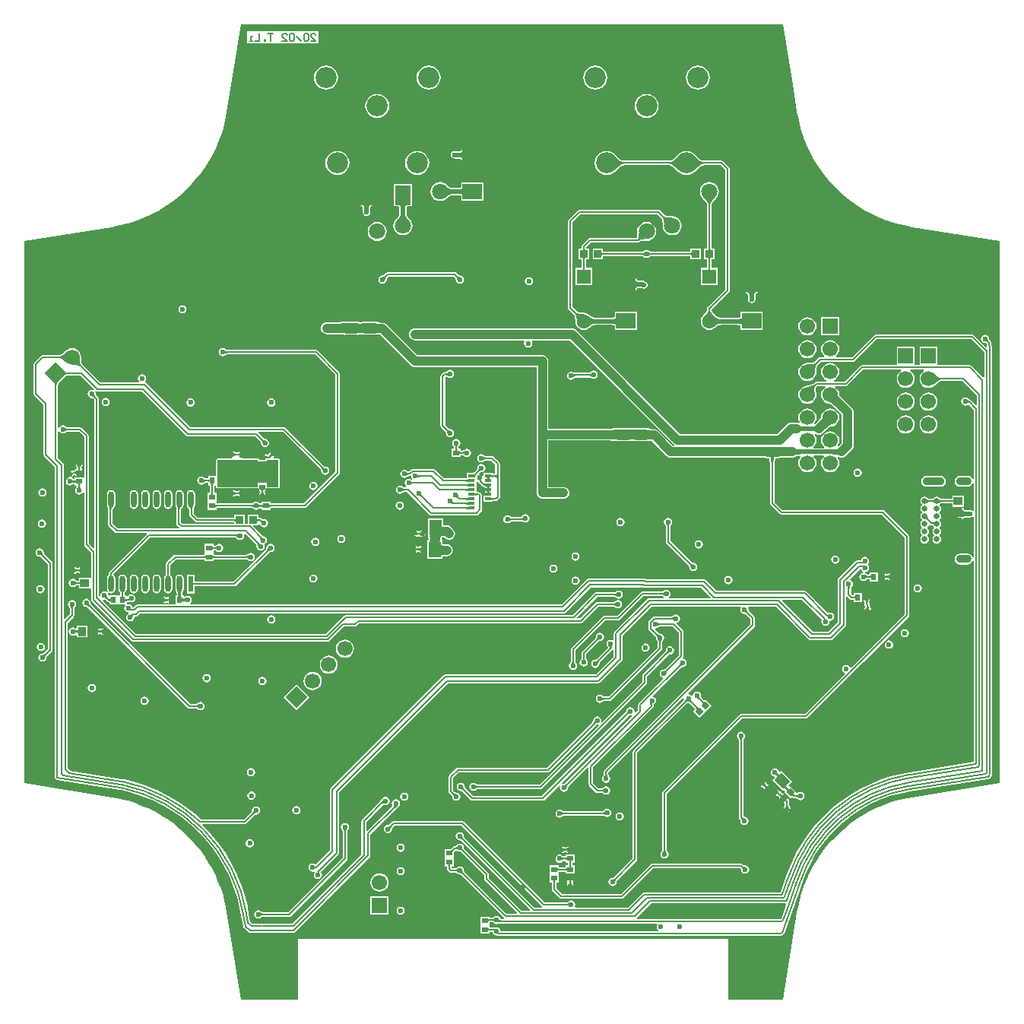
<source format=gbl>
G04*
G04 #@! TF.GenerationSoftware,Altium Limited,Altium Designer,20.0.11 (256)*
G04*
G04 Layer_Physical_Order=4*
G04 Layer_Color=16711680*
%FSLAX25Y25*%
%MOIN*%
G70*
G01*
G75*
%ADD13C,0.00787*%
%ADD14C,0.01181*%
%ADD19C,0.00591*%
%ADD21R,0.05512X0.04528*%
%ADD24R,0.02756X0.02362*%
%ADD25R,0.02362X0.02756*%
%ADD28R,0.03347X0.03347*%
%ADD41R,0.03543X0.03937*%
%ADD42R,0.03937X0.03543*%
%ADD55R,0.05512X0.07087*%
%ADD142C,0.01968*%
%ADD144C,0.03937*%
%ADD145C,0.06693*%
%ADD146P,0.09465X4X90.0*%
%ADD147R,0.06693X0.06693*%
%ADD148C,0.02559*%
%ADD149O,0.09449X0.03543*%
%ADD150O,0.06693X0.03543*%
%ADD151C,0.07087*%
%ADD152C,0.09252*%
%ADD153C,0.06299*%
%ADD154R,0.06299X0.06299*%
%ADD155C,0.27559*%
%ADD156C,0.02362*%
%ADD157R,0.02362X0.07087*%
%ADD158O,0.02362X0.07087*%
%ADD159R,0.03000X0.01400*%
%ADD160R,0.08500X0.07000*%
G04:AMPARAMS|DCode=161|XSize=55.12mil|YSize=45.28mil|CornerRadius=0mil|HoleSize=0mil|Usage=FLASHONLY|Rotation=135.000|XOffset=0mil|YOffset=0mil|HoleType=Round|Shape=Rectangle|*
%AMROTATEDRECTD161*
4,1,4,0.03550,-0.00348,0.00348,-0.03550,-0.03550,0.00348,-0.00348,0.03550,0.03550,-0.00348,0.0*
%
%ADD161ROTATEDRECTD161*%

G04:AMPARAMS|DCode=162|XSize=23.62mil|YSize=27.56mil|CornerRadius=0mil|HoleSize=0mil|Usage=FLASHONLY|Rotation=225.000|XOffset=0mil|YOffset=0mil|HoleType=Round|Shape=Rectangle|*
%AMROTATEDRECTD162*
4,1,4,-0.00139,0.01810,0.01810,-0.00139,0.00139,-0.01810,-0.01810,0.00139,-0.00139,0.01810,0.0*
%
%ADD162ROTATEDRECTD162*%

%ADD163R,0.02362X0.03150*%
%ADD164R,0.07000X0.08500*%
G36*
X298965Y294062D02*
Y294062D01*
X300265Y285853D01*
Y285853D01*
X302142Y274003D01*
X302148Y273988D01*
X302148Y273972D01*
X302556Y271681D01*
X302574Y271636D01*
X302576Y271587D01*
X303662Y267064D01*
X303689Y267005D01*
X303697Y266941D01*
X305134Y262517D01*
X305166Y262460D01*
X305179Y262396D01*
X306959Y258099D01*
X306995Y258045D01*
X307013Y257982D01*
X309124Y253837D01*
X309165Y253786D01*
X309187Y253726D01*
X311618Y249759D01*
X311662Y249711D01*
X311689Y249653D01*
X314423Y245889D01*
X314471Y245845D01*
X314503Y245789D01*
X317524Y242251D01*
X317575Y242211D01*
X317611Y242157D01*
X320900Y238868D01*
X320954Y238832D01*
X320994Y238781D01*
X324531Y235760D01*
X324588Y235728D01*
X324632Y235680D01*
X328396Y232946D01*
X328454Y232919D01*
X328502Y232875D01*
X332468Y230444D01*
X332529Y230422D01*
X332580Y230382D01*
X336725Y228270D01*
X336788Y228252D01*
X336841Y228216D01*
X341139Y226436D01*
X341203Y226423D01*
X341259Y226392D01*
X345684Y224954D01*
X345748Y224946D01*
X345807Y224919D01*
X350330Y223833D01*
X350379Y223831D01*
X350424Y223814D01*
X352715Y223405D01*
X352731Y223405D01*
X352746Y223399D01*
X390936Y217351D01*
X390940Y-20503D01*
X352746Y-26552D01*
X352731Y-26558D01*
X352715Y-26558D01*
X350424Y-26967D01*
X350379Y-26985D01*
X350330Y-26986D01*
X345807Y-28072D01*
X345748Y-28100D01*
X345684Y-28107D01*
X341259Y-29545D01*
X341203Y-29576D01*
X341139Y-29589D01*
X336841Y-31369D01*
X336788Y-31405D01*
X336725Y-31423D01*
X332580Y-33535D01*
X332529Y-33575D01*
X332468Y-33597D01*
X328502Y-36028D01*
X328454Y-36072D01*
X328396Y-36099D01*
X324632Y-38833D01*
X324588Y-38881D01*
X324531Y-38913D01*
X320994Y-41934D01*
X320954Y-41985D01*
X320900Y-42021D01*
X317611Y-45310D01*
X317575Y-45364D01*
X317524Y-45404D01*
X314503Y-48942D01*
X314471Y-48998D01*
X314423Y-49042D01*
X311689Y-52806D01*
X311662Y-52865D01*
X311618Y-52912D01*
X309187Y-56879D01*
X309165Y-56940D01*
X309124Y-56990D01*
X307013Y-61135D01*
X306995Y-61198D01*
X306959Y-61252D01*
X305179Y-65549D01*
X305166Y-65613D01*
X305134Y-65670D01*
X303697Y-70094D01*
X303689Y-70158D01*
X303662Y-70217D01*
X302576Y-74741D01*
X302574Y-74789D01*
X302556Y-74835D01*
X302148Y-77125D01*
X302148Y-77140D01*
X302143Y-77154D01*
X296044Y-115350D01*
X272185D01*
Y-88386D01*
X271988Y-88583D01*
X83209D01*
Y-115350D01*
X58240D01*
X54067Y-89006D01*
Y-89006D01*
X52190Y-77157D01*
X52185Y-77141D01*
X52185Y-77125D01*
X51776Y-74835D01*
X51758Y-74789D01*
X51757Y-74741D01*
X50670Y-70217D01*
X50643Y-70158D01*
X50636Y-70094D01*
X49198Y-65670D01*
X49167Y-65613D01*
X49154Y-65549D01*
X47374Y-61252D01*
X47338Y-61198D01*
X47320Y-61135D01*
X45208Y-56990D01*
X45168Y-56940D01*
X45145Y-56879D01*
X42715Y-52912D01*
X42671Y-52865D01*
X42644Y-52806D01*
X39909Y-49042D01*
X39862Y-48998D01*
X39830Y-48942D01*
X36809Y-45404D01*
X36758Y-45364D01*
X36722Y-45310D01*
X33432Y-42021D01*
X33379Y-41985D01*
X33338Y-41934D01*
X29801Y-38913D01*
X29744Y-38881D01*
X29700Y-38833D01*
X25937Y-36099D01*
X25878Y-36072D01*
X25831Y-36028D01*
X21864Y-33597D01*
X21803Y-33575D01*
X21752Y-33535D01*
X17607Y-31423D01*
X17545Y-31405D01*
X17491Y-31369D01*
X13193Y-29589D01*
X13130Y-29576D01*
X13073Y-29545D01*
X8649Y-28107D01*
X8585Y-28100D01*
X8526Y-28072D01*
X4002Y-26986D01*
X3954Y-26985D01*
X3908Y-26967D01*
X1618Y-26558D01*
X1603Y-26558D01*
X1588Y-26553D01*
X-36608Y-20454D01*
Y217301D01*
X1588Y223400D01*
X1603Y223405D01*
X1618Y223405D01*
X3908Y223814D01*
X3954Y223831D01*
X4002Y223833D01*
X8526Y224919D01*
X8585Y224946D01*
X8649Y224954D01*
X13073Y226392D01*
X13130Y226423D01*
X13193Y226436D01*
X17491Y228216D01*
X17545Y228252D01*
X17607Y228270D01*
X21752Y230382D01*
X21803Y230422D01*
X21864Y230444D01*
X25831Y232875D01*
X25878Y232919D01*
X25937Y232946D01*
X29700Y235680D01*
X29744Y235728D01*
X29801Y235760D01*
X33338Y238781D01*
X33379Y238832D01*
X33432Y238868D01*
X36722Y242157D01*
X36758Y242211D01*
X36809Y242251D01*
X39830Y245789D01*
X39862Y245845D01*
X39909Y245889D01*
X42644Y249653D01*
X42671Y249712D01*
X42715Y249759D01*
X45145Y253726D01*
X45168Y253786D01*
X45208Y253837D01*
X47320Y257982D01*
X47338Y258045D01*
X47374Y258099D01*
X49154Y262396D01*
X49167Y262460D01*
X49198Y262517D01*
X50636Y266941D01*
X50643Y267005D01*
X50670Y267064D01*
X51757Y271587D01*
X51758Y271636D01*
X51776Y271681D01*
X52185Y273972D01*
X52185Y273988D01*
X52190Y274003D01*
X54067Y285853D01*
X55367Y294062D01*
X58287Y312197D01*
X296093D01*
X298965Y294062D01*
D02*
G37*
%LPC*%
G36*
X92332Y309359D02*
X61089D01*
Y303829D01*
X92332D01*
Y309359D01*
D02*
G37*
G36*
X258721Y294247D02*
X257356Y294068D01*
X256085Y293541D01*
X254993Y292704D01*
X254156Y291612D01*
X253629Y290341D01*
X253450Y288976D01*
X253629Y287612D01*
X254156Y286341D01*
X254993Y285249D01*
X256085Y284412D01*
X257356Y283885D01*
X258721Y283705D01*
X260085Y283885D01*
X261356Y284412D01*
X262448Y285249D01*
X263285Y286341D01*
X263812Y287612D01*
X263992Y288976D01*
X263812Y290341D01*
X263285Y291612D01*
X262448Y292704D01*
X261356Y293541D01*
X260085Y294068D01*
X258721Y294247D01*
D02*
G37*
G36*
X213721D02*
X212356Y294068D01*
X211085Y293541D01*
X209993Y292704D01*
X209156Y291612D01*
X208629Y290341D01*
X208450Y288976D01*
X208629Y287612D01*
X209156Y286341D01*
X209993Y285249D01*
X211085Y284412D01*
X212356Y283885D01*
X213721Y283705D01*
X215085Y283885D01*
X216356Y284412D01*
X217448Y285249D01*
X218285Y286341D01*
X218812Y287612D01*
X218992Y288976D01*
X218812Y290341D01*
X218285Y291612D01*
X217448Y292704D01*
X216356Y293541D01*
X215085Y294068D01*
X213721Y294247D01*
D02*
G37*
G36*
X140610D02*
X139246Y294068D01*
X137975Y293541D01*
X136883Y292704D01*
X136045Y291612D01*
X135519Y290341D01*
X135339Y288976D01*
X135519Y287612D01*
X136045Y286341D01*
X136883Y285249D01*
X137975Y284412D01*
X139246Y283885D01*
X140610Y283705D01*
X141974Y283885D01*
X143246Y284412D01*
X144337Y285249D01*
X145175Y286341D01*
X145702Y287612D01*
X145881Y288976D01*
X145702Y290341D01*
X145175Y291612D01*
X144337Y292704D01*
X143246Y293541D01*
X141974Y294068D01*
X140610Y294247D01*
D02*
G37*
G36*
X95610D02*
X94246Y294068D01*
X92975Y293541D01*
X91883Y292704D01*
X91045Y291612D01*
X90519Y290341D01*
X90339Y288976D01*
X90519Y287612D01*
X91045Y286341D01*
X91883Y285249D01*
X92975Y284412D01*
X94246Y283885D01*
X95610Y283705D01*
X96974Y283885D01*
X98246Y284412D01*
X99337Y285249D01*
X100175Y286341D01*
X100702Y287612D01*
X100881Y288976D01*
X100702Y290341D01*
X100175Y291612D01*
X99337Y292704D01*
X98246Y293541D01*
X96974Y294068D01*
X95610Y294247D01*
D02*
G37*
G36*
X236221Y281747D02*
X234856Y281568D01*
X233585Y281041D01*
X232493Y280204D01*
X231656Y279112D01*
X231129Y277841D01*
X230949Y276476D01*
X231129Y275112D01*
X231656Y273841D01*
X232493Y272749D01*
X233585Y271912D01*
X234856Y271385D01*
X236221Y271205D01*
X237585Y271385D01*
X238856Y271912D01*
X239948Y272749D01*
X240785Y273841D01*
X241312Y275112D01*
X241492Y276476D01*
X241312Y277841D01*
X240785Y279112D01*
X239948Y280204D01*
X238856Y281041D01*
X237585Y281568D01*
X236221Y281747D01*
D02*
G37*
G36*
X118110D02*
X116746Y281568D01*
X115475Y281041D01*
X114383Y280204D01*
X113545Y279112D01*
X113019Y277841D01*
X112839Y276476D01*
X113019Y275112D01*
X113545Y273841D01*
X114383Y272749D01*
X115475Y271912D01*
X116746Y271385D01*
X118110Y271205D01*
X119474Y271385D01*
X120746Y271912D01*
X121837Y272749D01*
X122675Y273841D01*
X123202Y275112D01*
X123381Y276476D01*
X123202Y277841D01*
X122675Y279112D01*
X121837Y280204D01*
X120746Y281041D01*
X119474Y281568D01*
X118110Y281747D01*
D02*
G37*
G36*
X155617Y257594D02*
X155417Y257511D01*
X155208Y257450D01*
X155207Y257448D01*
X155191Y257418D01*
X155157Y257404D01*
X155074Y257204D01*
X154971Y257013D01*
X154959Y256903D01*
X154953Y256885D01*
X154942Y256868D01*
X154907Y256836D01*
X154829Y256789D01*
X154697Y256735D01*
X154509Y256685D01*
X154268Y256645D01*
X153975Y256619D01*
X153619Y256610D01*
X153578Y256592D01*
X152721D01*
X152693Y256610D01*
X152075Y256733D01*
X151969D01*
X151350Y256610D01*
X150826Y256260D01*
X150476Y255736D01*
X150353Y255118D01*
X150476Y254500D01*
X150826Y253976D01*
X151350Y253626D01*
X151402Y253615D01*
X151599Y253484D01*
X152217Y253361D01*
X153578D01*
X153619Y253343D01*
X153975Y253334D01*
X154268Y253308D01*
X154509Y253268D01*
X154697Y253218D01*
X154829Y253164D01*
X154907Y253116D01*
X154942Y253084D01*
X154953Y253068D01*
X154959Y253050D01*
X154971Y252940D01*
X155074Y252749D01*
X155157Y252549D01*
X155191Y252535D01*
X155207Y252505D01*
X155208Y252503D01*
X155417Y252441D01*
X155617Y252358D01*
X155650Y252372D01*
X155685Y252362D01*
X155876Y252466D01*
X156076Y252549D01*
X156090Y252582D01*
X156122Y252600D01*
X156122Y252602D01*
X156183Y252807D01*
X156266Y253008D01*
Y253361D01*
X159843D01*
X160461Y253484D01*
X160985Y253834D01*
X161335Y254358D01*
X161458Y254976D01*
X161335Y255594D01*
X160985Y256118D01*
X160461Y256469D01*
X159843Y256592D01*
X156266D01*
Y256945D01*
X156183Y257145D01*
X156122Y257353D01*
X156090Y257370D01*
X156076Y257404D01*
X155876Y257487D01*
X155687Y257589D01*
X155685Y257591D01*
X155650Y257580D01*
X155617Y257594D01*
D02*
G37*
G36*
X253721Y256747D02*
X252356Y256568D01*
X251085Y256041D01*
X249993Y255204D01*
X249981Y255187D01*
X249965Y255181D01*
X248924Y254171D01*
X248022Y253403D01*
X247632Y253115D01*
X247276Y252883D01*
X246962Y252711D01*
X246697Y252598D01*
X246487Y252539D01*
X246269Y252516D01*
X246220Y252489D01*
X226221D01*
X226172Y252516D01*
X225954Y252539D01*
X225745Y252598D01*
X225479Y252711D01*
X225166Y252883D01*
X224809Y253115D01*
X224424Y253399D01*
X223011Y254648D01*
X222482Y255175D01*
X222464Y255182D01*
X222448Y255204D01*
X221356Y256041D01*
X220085Y256568D01*
X218721Y256747D01*
X217356Y256568D01*
X216085Y256041D01*
X214993Y255204D01*
X214156Y254112D01*
X213629Y252841D01*
X213450Y251476D01*
X213629Y250112D01*
X214156Y248841D01*
X214993Y247749D01*
X216085Y246912D01*
X217356Y246385D01*
X218721Y246205D01*
X220085Y246385D01*
X221356Y246912D01*
X222448Y247749D01*
X222461Y247766D01*
X222476Y247772D01*
X223517Y248781D01*
X224419Y249550D01*
X224809Y249838D01*
X225166Y250070D01*
X225479Y250242D01*
X225745Y250355D01*
X225954Y250414D01*
X226172Y250437D01*
X226221Y250463D01*
X246220D01*
X246269Y250437D01*
X246487Y250414D01*
X246697Y250355D01*
X246962Y250242D01*
X247276Y250070D01*
X247632Y249838D01*
X248017Y249553D01*
X249430Y248305D01*
X249959Y247778D01*
X249977Y247770D01*
X249993Y247749D01*
X251085Y246912D01*
X252356Y246385D01*
X253721Y246205D01*
X255085Y246385D01*
X256356Y246912D01*
X257448Y247749D01*
X257460Y247766D01*
X257476Y247772D01*
X258517Y248781D01*
X259419Y249550D01*
X259809Y249838D01*
X260166Y250070D01*
X260479Y250242D01*
X260745Y250355D01*
X260954Y250414D01*
X261173Y250437D01*
X261221Y250463D01*
X268576D01*
X270640Y248399D01*
Y196089D01*
X263004Y188453D01*
X262785Y188124D01*
X262707Y187736D01*
Y187211D01*
X262680Y187158D01*
X262666Y187002D01*
X262633Y186868D01*
X262569Y186698D01*
X262468Y186498D01*
X262330Y186270D01*
X262161Y186030D01*
X261383Y185124D01*
X261055Y184793D01*
X261036Y184747D01*
X260445Y183977D01*
X260068Y183065D01*
X259939Y182087D01*
X260068Y181108D01*
X260445Y180196D01*
X261046Y179412D01*
X261830Y178811D01*
X262742Y178434D01*
X263721Y178305D01*
X264699Y178434D01*
X265612Y178811D01*
X266372Y179395D01*
X266420Y179413D01*
X266646Y179630D01*
X266859Y179810D01*
X267072Y179965D01*
X267285Y180097D01*
X267499Y180207D01*
X267714Y180296D01*
X267931Y180365D01*
X268150Y180413D01*
X268374Y180443D01*
X268630Y180454D01*
X268668Y180471D01*
X276019D01*
X276060Y180453D01*
X276416Y180444D01*
X276709Y180418D01*
X276950Y180378D01*
X277137Y180328D01*
X277270Y180274D01*
X277348Y180227D01*
X277383Y180195D01*
X277394Y180178D01*
X277400Y180160D01*
X277412Y180050D01*
X277434Y180009D01*
Y178184D01*
X287134D01*
Y186384D01*
X277434D01*
Y184164D01*
X277412Y184123D01*
X277400Y184013D01*
X277394Y183995D01*
X277383Y183978D01*
X277348Y183947D01*
X277270Y183899D01*
X277137Y183845D01*
X276950Y183795D01*
X276709Y183755D01*
X276416Y183729D01*
X276060Y183720D01*
X276019Y183702D01*
X268668D01*
X268630Y183720D01*
X268374Y183731D01*
X268150Y183760D01*
X267931Y183809D01*
X267714Y183877D01*
X267499Y183966D01*
X267285Y184076D01*
X267072Y184208D01*
X266859Y184363D01*
X266646Y184543D01*
X266420Y184760D01*
X266396Y184769D01*
X266387Y184793D01*
X266054Y185128D01*
X265499Y185748D01*
X265288Y186017D01*
X265111Y186270D01*
X264973Y186498D01*
X264872Y186698D01*
X264808Y186867D01*
X264775Y187002D01*
X264761Y187158D01*
X264734Y187211D01*
Y187317D01*
X272370Y194953D01*
X272590Y195282D01*
X272667Y195669D01*
Y248819D01*
X272590Y249207D01*
X272370Y249535D01*
X269712Y252193D01*
X269384Y252412D01*
X268996Y252489D01*
X261221D01*
X261173Y252516D01*
X260954Y252539D01*
X260745Y252598D01*
X260479Y252711D01*
X260166Y252883D01*
X259809Y253115D01*
X259424Y253399D01*
X258011Y254648D01*
X257482Y255175D01*
X257464Y255182D01*
X257448Y255204D01*
X256356Y256041D01*
X255085Y256568D01*
X253721Y256747D01*
D02*
G37*
G36*
X135610D02*
X134246Y256568D01*
X132975Y256041D01*
X131883Y255204D01*
X131045Y254112D01*
X130519Y252841D01*
X130339Y251476D01*
X130519Y250112D01*
X131045Y248841D01*
X131883Y247749D01*
X132975Y246912D01*
X134246Y246385D01*
X135610Y246205D01*
X136974Y246385D01*
X138246Y246912D01*
X139337Y247749D01*
X140175Y248841D01*
X140702Y250112D01*
X140881Y251476D01*
X140702Y252841D01*
X140175Y254112D01*
X139337Y255204D01*
X138246Y256041D01*
X136974Y256568D01*
X135610Y256747D01*
D02*
G37*
G36*
X100610D02*
X99246Y256568D01*
X97975Y256041D01*
X96883Y255204D01*
X96045Y254112D01*
X95519Y252841D01*
X95339Y251476D01*
X95519Y250112D01*
X96045Y248841D01*
X96883Y247749D01*
X97975Y246912D01*
X99246Y246385D01*
X100610Y246205D01*
X101974Y246385D01*
X103246Y246912D01*
X104337Y247749D01*
X105175Y248841D01*
X105702Y250112D01*
X105881Y251476D01*
X105702Y252841D01*
X105175Y254112D01*
X104337Y255204D01*
X103246Y256041D01*
X101974Y256568D01*
X100610Y256747D01*
D02*
G37*
G36*
X145610Y243155D02*
X144528Y243013D01*
X143521Y242596D01*
X142655Y241931D01*
X141991Y241066D01*
X141574Y240058D01*
X141431Y238976D01*
X141574Y237895D01*
X141991Y236887D01*
X142655Y236021D01*
X143521Y235357D01*
X144528Y234940D01*
X145610Y234797D01*
X146692Y234940D01*
X147700Y235357D01*
X148558Y236016D01*
X148592Y236029D01*
X148873Y236300D01*
X149138Y236529D01*
X149400Y236727D01*
X149659Y236896D01*
X149913Y237036D01*
X150164Y237148D01*
X150411Y237234D01*
X150655Y237294D01*
X150897Y237330D01*
X151172Y237343D01*
X151209Y237361D01*
X153578D01*
X153619Y237343D01*
X153975Y237334D01*
X154268Y237308D01*
X154509Y237268D01*
X154697Y237218D01*
X154829Y237164D01*
X154907Y237116D01*
X154942Y237085D01*
X154953Y237068D01*
X154959Y237050D01*
X154971Y236940D01*
X154993Y236899D01*
Y234876D01*
X164693D01*
Y243076D01*
X154993D01*
Y241053D01*
X154971Y241013D01*
X154959Y240903D01*
X154953Y240885D01*
X154942Y240868D01*
X154907Y240836D01*
X154829Y240789D01*
X154697Y240735D01*
X154509Y240685D01*
X154268Y240645D01*
X153975Y240619D01*
X153619Y240610D01*
X153578Y240592D01*
X151209D01*
X151172Y240609D01*
X150897Y240623D01*
X150655Y240658D01*
X150411Y240719D01*
X150164Y240804D01*
X149913Y240916D01*
X149659Y241056D01*
X149400Y241225D01*
X149138Y241424D01*
X148872Y241652D01*
X148592Y241923D01*
X148558Y241937D01*
X147700Y242596D01*
X146692Y243013D01*
X145610Y243155D01*
D02*
G37*
G36*
X113360Y239017D02*
X112742Y238894D01*
X112218Y238544D01*
X111868Y238020D01*
X111745Y237402D01*
X111770Y237273D01*
Y233825D01*
X111417D01*
X111217Y233742D01*
X111009Y233681D01*
X110992Y233649D01*
X110960Y233636D01*
X110958Y233635D01*
X110875Y233434D01*
X110773Y233246D01*
X110772Y233244D01*
X110782Y233209D01*
X110768Y233176D01*
X110769Y233174D01*
X110851Y232976D01*
X110912Y232767D01*
X110944Y232750D01*
X110958Y232716D01*
X111158Y232633D01*
X111349Y232530D01*
X111460Y232518D01*
X111478Y232512D01*
X111494Y232501D01*
X111526Y232466D01*
X111574Y232388D01*
X111627Y232256D01*
X111677Y232068D01*
X111717Y231826D01*
X111743Y231534D01*
X111752Y231178D01*
X111770Y231137D01*
Y229921D01*
X111893Y229303D01*
X112244Y228779D01*
X112768Y228429D01*
X113386Y228306D01*
X114004Y228429D01*
X114528Y228779D01*
X114878Y229303D01*
X115001Y229921D01*
Y231137D01*
X115019Y231178D01*
X115029Y231534D01*
X115054Y231826D01*
X115094Y232068D01*
X115144Y232256D01*
X115198Y232388D01*
X115246Y232466D01*
X115278Y232501D01*
X115294Y232512D01*
X115312Y232518D01*
X115423Y232530D01*
X115613Y232633D01*
X115814Y232716D01*
X115827Y232750D01*
X115857Y232766D01*
X115859Y232767D01*
X115921Y232976D01*
X116003Y233173D01*
X116004Y233176D01*
X115990Y233209D01*
X116000Y233244D01*
X115897Y233435D01*
X115814Y233635D01*
X115780Y233649D01*
X115763Y233681D01*
X115760Y233681D01*
X115555Y233742D01*
X115354Y233825D01*
X115001D01*
Y237376D01*
X114878Y237994D01*
X114528Y238518D01*
X114502Y238544D01*
X113978Y238894D01*
X113360Y239017D01*
D02*
G37*
G36*
X241526Y230934D02*
X206693D01*
X206305Y230857D01*
X205977Y230638D01*
X202040Y226701D01*
X201820Y226372D01*
X201743Y225984D01*
Y188051D01*
X201820Y187663D01*
X202040Y187335D01*
X204381Y184994D01*
X204399Y184937D01*
X204500Y184817D01*
X204571Y184698D01*
X204645Y184533D01*
X204716Y184320D01*
X204779Y184061D01*
X204830Y183772D01*
X204920Y182581D01*
X204922Y182115D01*
X204941Y182070D01*
X205067Y181108D01*
X205445Y180196D01*
X206046Y179412D01*
X206830Y178811D01*
X207742Y178434D01*
X208721Y178305D01*
X209699Y178434D01*
X210612Y178811D01*
X211372Y179395D01*
X211420Y179413D01*
X211646Y179630D01*
X211859Y179810D01*
X212072Y179965D01*
X212285Y180097D01*
X212499Y180207D01*
X212714Y180296D01*
X212931Y180365D01*
X213150Y180413D01*
X213374Y180443D01*
X213630Y180454D01*
X213668Y180471D01*
X220901D01*
X220942Y180453D01*
X221298Y180444D01*
X221590Y180418D01*
X221832Y180378D01*
X222019Y180328D01*
X222151Y180274D01*
X222230Y180227D01*
X222264Y180195D01*
X222275Y180178D01*
X222282Y180160D01*
X222293Y180050D01*
X222315Y180009D01*
Y178184D01*
X232015D01*
Y186384D01*
X222315D01*
Y184164D01*
X222293Y184123D01*
X222282Y184013D01*
X222275Y183995D01*
X222264Y183978D01*
X222230Y183947D01*
X222151Y183899D01*
X222019Y183845D01*
X221832Y183795D01*
X221590Y183755D01*
X221298Y183729D01*
X220942Y183720D01*
X220901Y183702D01*
X213668D01*
X213630Y183720D01*
X213374Y183731D01*
X213150Y183760D01*
X212931Y183809D01*
X212714Y183877D01*
X212499Y183966D01*
X212285Y184076D01*
X212072Y184208D01*
X211859Y184363D01*
X211646Y184543D01*
X211420Y184760D01*
X211372Y184778D01*
X210612Y185362D01*
X209699Y185740D01*
X208738Y185866D01*
X208692Y185885D01*
X208220Y185888D01*
X207390Y185933D01*
X207049Y185975D01*
X206746Y186028D01*
X206487Y186091D01*
X206274Y186162D01*
X206109Y186236D01*
X205991Y186308D01*
X205870Y186409D01*
X205814Y186426D01*
X203769Y188471D01*
Y225565D01*
X207113Y228908D01*
X241106D01*
X242682Y227332D01*
X242699Y227277D01*
X242810Y227143D01*
X242891Y227007D01*
X242974Y226814D01*
X243053Y226566D01*
X243123Y226265D01*
X243179Y225927D01*
X243276Y224551D01*
X243278Y224009D01*
X243292Y223977D01*
X243291Y223976D01*
X243434Y222895D01*
X243851Y221887D01*
X244515Y221021D01*
X245381Y220357D01*
X246389Y219940D01*
X247471Y219797D01*
X248552Y219940D01*
X249560Y220357D01*
X250426Y221021D01*
X251090Y221887D01*
X251507Y222895D01*
X251650Y223976D01*
X251507Y225058D01*
X251090Y226066D01*
X250426Y226931D01*
X249560Y227595D01*
X248552Y228013D01*
X247471Y228155D01*
X247470Y228155D01*
X247437Y228169D01*
X246884Y228171D01*
X246394Y228188D01*
X245527Y228267D01*
X245182Y228324D01*
X244881Y228394D01*
X244633Y228473D01*
X244441Y228556D01*
X244304Y228637D01*
X244170Y228748D01*
X244115Y228765D01*
X242242Y230638D01*
X241913Y230857D01*
X241526Y230934D01*
D02*
G37*
G36*
X133460Y242252D02*
X125260D01*
Y232552D01*
X127283D01*
X127323Y232530D01*
X127434Y232518D01*
X127452Y232512D01*
X127468Y232501D01*
X127500Y232466D01*
X127548Y232388D01*
X127602Y232256D01*
X127652Y232068D01*
X127692Y231826D01*
X127717Y231534D01*
X127727Y231178D01*
X127745Y231137D01*
Y229575D01*
X127727Y229538D01*
X127714Y229264D01*
X127678Y229021D01*
X127618Y228777D01*
X127532Y228530D01*
X127420Y228279D01*
X127280Y228025D01*
X127111Y227766D01*
X126913Y227504D01*
X126684Y227239D01*
X126413Y226958D01*
X126400Y226924D01*
X125741Y226066D01*
X125323Y225058D01*
X125181Y223976D01*
X125323Y222895D01*
X125741Y221887D01*
X126405Y221021D01*
X127271Y220357D01*
X128279Y219940D01*
X129360Y219797D01*
X130442Y219940D01*
X131450Y220357D01*
X132315Y221021D01*
X132979Y221887D01*
X133397Y222895D01*
X133539Y223976D01*
X133397Y225058D01*
X132979Y226066D01*
X132321Y226924D01*
X132307Y226958D01*
X132036Y227239D01*
X131807Y227504D01*
X131609Y227766D01*
X131440Y228025D01*
X131300Y228279D01*
X131188Y228530D01*
X131102Y228777D01*
X131042Y229021D01*
X131007Y229263D01*
X130993Y229538D01*
X130975Y229575D01*
Y231137D01*
X130994Y231178D01*
X131003Y231534D01*
X131029Y231826D01*
X131069Y232068D01*
X131119Y232256D01*
X131173Y232388D01*
X131220Y232466D01*
X131252Y232501D01*
X131268Y232512D01*
X131287Y232518D01*
X131397Y232530D01*
X131437Y232552D01*
X133460D01*
Y242252D01*
D02*
G37*
G36*
X236221Y225655D02*
X235139Y225513D01*
X234131Y225096D01*
X233265Y224431D01*
X232601Y223566D01*
X232184Y222558D01*
X232042Y221476D01*
X232106Y220984D01*
X232074Y220906D01*
X232092Y220863D01*
X232080Y220818D01*
X232132Y220440D01*
X232159Y220106D01*
X232165Y219800D01*
X232149Y219525D01*
X232115Y219279D01*
X232064Y219063D01*
X231998Y218876D01*
X231926Y218730D01*
X211417D01*
X211030Y218653D01*
X210701Y218433D01*
X208005Y215737D01*
X207785Y215408D01*
X207708Y215020D01*
Y214146D01*
X207678Y214079D01*
X207675Y213947D01*
X207670Y213887D01*
X206448D01*
Y209340D01*
X207670D01*
X207675Y209280D01*
X207678Y209148D01*
X207708Y209081D01*
Y205780D01*
X207678Y205713D01*
X207675Y205581D01*
X207670Y205521D01*
X204971D01*
Y198022D01*
X212470D01*
Y205521D01*
X209773D01*
X209768Y205581D01*
X209764Y205713D01*
X209734Y205780D01*
Y209081D01*
X209764Y209148D01*
X209768Y209280D01*
X209773Y209340D01*
X210994D01*
Y213887D01*
X209773D01*
X209768Y213947D01*
X209764Y214079D01*
X209734Y214146D01*
Y214601D01*
X211837Y216703D01*
X232461D01*
X232849Y216780D01*
X233034Y216904D01*
X233166Y216949D01*
X233320Y217083D01*
X233459Y217175D01*
X233620Y217254D01*
X233807Y217320D01*
X234023Y217371D01*
X234269Y217405D01*
X234544Y217420D01*
X234850Y217415D01*
X235184Y217388D01*
X235562Y217336D01*
X235607Y217348D01*
X235650Y217330D01*
X235728Y217362D01*
X236221Y217297D01*
X237302Y217440D01*
X238310Y217857D01*
X239176Y218521D01*
X239840Y219387D01*
X240257Y220395D01*
X240400Y221476D01*
X240257Y222558D01*
X239840Y223566D01*
X239176Y224431D01*
X238310Y225096D01*
X237302Y225513D01*
X236221Y225655D01*
D02*
G37*
G36*
X118110D02*
X117028Y225513D01*
X116021Y225096D01*
X115155Y224431D01*
X114491Y223566D01*
X114074Y222558D01*
X113931Y221476D01*
X114074Y220395D01*
X114491Y219387D01*
X115155Y218521D01*
X116021Y217857D01*
X117028Y217440D01*
X118110Y217297D01*
X119192Y217440D01*
X120200Y217857D01*
X121065Y218521D01*
X121729Y219387D01*
X122147Y220395D01*
X122289Y221476D01*
X122147Y222558D01*
X121729Y223566D01*
X121065Y224431D01*
X120200Y225096D01*
X119192Y225513D01*
X118110Y225655D01*
D02*
G37*
G36*
X259892Y213887D02*
X255346D01*
Y212665D01*
X255282Y212660D01*
X255153Y212656D01*
X255086Y212627D01*
X238133D01*
X238069Y212656D01*
X237986Y212660D01*
X237932Y212666D01*
X237881Y212677D01*
X237832Y212691D01*
X237785Y212710D01*
X237736Y212734D01*
X237686Y212764D01*
X237635Y212800D01*
X237583Y212843D01*
X237513Y212910D01*
X237450Y212934D01*
X236916Y213291D01*
X236221Y213430D01*
X235526Y213291D01*
X234992Y212934D01*
X234929Y212910D01*
X234859Y212843D01*
X234807Y212800D01*
X234756Y212764D01*
X234706Y212734D01*
X234658Y212710D01*
X234610Y212691D01*
X234561Y212677D01*
X234510Y212666D01*
X234456Y212660D01*
X234373Y212656D01*
X234309Y212627D01*
X217356D01*
X217289Y212656D01*
X217160Y212660D01*
X217097Y212665D01*
Y213887D01*
X212550D01*
Y209340D01*
X217097D01*
Y210562D01*
X217160Y210567D01*
X217289Y210571D01*
X217356Y210600D01*
X234309D01*
X234373Y210571D01*
X234456Y210568D01*
X234510Y210561D01*
X234561Y210551D01*
X234610Y210536D01*
X234658Y210517D01*
X234706Y210493D01*
X234756Y210464D01*
X234807Y210427D01*
X234859Y210384D01*
X234929Y210317D01*
X234992Y210293D01*
X235526Y209936D01*
X236221Y209798D01*
X236916Y209936D01*
X237450Y210293D01*
X237513Y210317D01*
X237583Y210384D01*
X237636Y210427D01*
X237686Y210464D01*
X237736Y210493D01*
X237785Y210517D01*
X237833Y210536D01*
X237881Y210551D01*
X237932Y210561D01*
X237986Y210568D01*
X238069Y210571D01*
X238133Y210600D01*
X255086D01*
X255153Y210571D01*
X255282Y210567D01*
X255346Y210562D01*
Y209340D01*
X259892D01*
Y213887D01*
D02*
G37*
G36*
X231403Y200902D02*
X231370Y200888D01*
X231335Y200898D01*
X231145Y200794D01*
X230944Y200711D01*
X230943Y200709D01*
X230930Y200678D01*
X230899Y200661D01*
X230898Y200658D01*
X230837Y200453D01*
X230754Y200252D01*
Y199899D01*
X227165D01*
X226547Y199776D01*
X226023Y199426D01*
X225673Y198902D01*
X225550Y198284D01*
X225673Y197665D01*
X226023Y197141D01*
X226547Y196791D01*
X227165Y196668D01*
X230754D01*
Y196315D01*
X230837Y196115D01*
X230899Y195906D01*
X230930Y195889D01*
X230943Y195859D01*
X230944Y195856D01*
X231145Y195773D01*
X231333Y195671D01*
X231335Y195669D01*
X231370Y195679D01*
X231403Y195666D01*
X231604Y195749D01*
X231812Y195810D01*
X231829Y195842D01*
X231863Y195856D01*
X231864Y195859D01*
X231946Y196056D01*
X232049Y196247D01*
X232061Y196358D01*
X232067Y196377D01*
X232079Y196393D01*
X232113Y196425D01*
X232190Y196472D01*
X232320Y196525D01*
X232506Y196575D01*
X232745Y196615D01*
X233035Y196641D01*
X233389Y196650D01*
X233430Y196668D01*
X234121D01*
X234315Y196539D01*
X234933Y196416D01*
X235039D01*
X235658Y196539D01*
X236182Y196889D01*
X236532Y197413D01*
X236655Y198031D01*
X236532Y198650D01*
X236182Y199174D01*
X235860Y199388D01*
X235823Y199426D01*
X235299Y199776D01*
X234681Y199899D01*
X233430D01*
X233389Y199917D01*
X233035Y199926D01*
X232745Y199952D01*
X232506Y199992D01*
X232320Y200042D01*
X232190Y200095D01*
X232113Y200142D01*
X232079Y200174D01*
X232067Y200190D01*
X232061Y200209D01*
X232049Y200320D01*
X231946Y200511D01*
X231864Y200709D01*
X231863Y200711D01*
X231829Y200725D01*
X231813Y200754D01*
X231812Y200757D01*
X231604Y200818D01*
X231403Y200902D01*
D02*
G37*
G36*
X152156Y203582D02*
X122647D01*
X122259Y203504D01*
X121931Y203285D01*
X121108Y202462D01*
X121042Y202438D01*
X120981Y202381D01*
X120938Y202348D01*
X120895Y202319D01*
X120850Y202295D01*
X120802Y202274D01*
X120751Y202257D01*
X120695Y202243D01*
X120634Y202233D01*
X120565Y202226D01*
X120469Y202224D01*
X120407Y202197D01*
X119777Y202071D01*
X119188Y201678D01*
X118795Y201089D01*
X118656Y200394D01*
X118795Y199699D01*
X119188Y199110D01*
X119777Y198716D01*
X120472Y198578D01*
X121167Y198716D01*
X121756Y199110D01*
X122150Y199699D01*
X122275Y200329D01*
X122303Y200391D01*
X122305Y200487D01*
X122311Y200555D01*
X122322Y200617D01*
X122336Y200673D01*
X122353Y200724D01*
X122374Y200771D01*
X122398Y200816D01*
X122426Y200859D01*
X122460Y200902D01*
X122516Y200963D01*
X122541Y201029D01*
X123067Y201555D01*
X151736D01*
X152262Y201029D01*
X152287Y200963D01*
X152343Y200902D01*
X152377Y200859D01*
X152405Y200816D01*
X152429Y200771D01*
X152450Y200724D01*
X152467Y200673D01*
X152481Y200617D01*
X152492Y200555D01*
X152498Y200487D01*
X152500Y200391D01*
X152528Y200329D01*
X152653Y199699D01*
X153047Y199110D01*
X153636Y198716D01*
X154331Y198578D01*
X155026Y198716D01*
X155615Y199110D01*
X156009Y199699D01*
X156147Y200394D01*
X156009Y201089D01*
X155615Y201678D01*
X155026Y202071D01*
X154396Y202197D01*
X154334Y202224D01*
X154238Y202226D01*
X154169Y202233D01*
X154108Y202243D01*
X154052Y202257D01*
X154001Y202274D01*
X153953Y202295D01*
X153908Y202319D01*
X153865Y202348D01*
X153823Y202381D01*
X153761Y202438D01*
X153695Y202462D01*
X152872Y203285D01*
X152544Y203504D01*
X152156Y203582D01*
D02*
G37*
G36*
X263721Y243155D02*
X262639Y243013D01*
X261631Y242596D01*
X260766Y241931D01*
X260101Y241066D01*
X259684Y240058D01*
X259542Y238976D01*
X259684Y237895D01*
X260101Y236887D01*
X260766Y236021D01*
X260766Y236021D01*
X260779Y235988D01*
X261169Y235596D01*
X261504Y235237D01*
X262061Y234568D01*
X262265Y234283D01*
X262428Y234021D01*
X262547Y233790D01*
X262625Y233595D01*
X262664Y233441D01*
X262680Y233269D01*
X262707Y233217D01*
Y214146D01*
X262678Y214079D01*
X262674Y213947D01*
X262669Y213887D01*
X261448D01*
Y209340D01*
X262669D01*
X262674Y209280D01*
X262678Y209148D01*
X262707Y209081D01*
Y205780D01*
X262678Y205713D01*
X262674Y205581D01*
X262669Y205521D01*
X259971D01*
Y198022D01*
X267470D01*
Y205521D01*
X264772D01*
X264767Y205581D01*
X264763Y205713D01*
X264734Y205780D01*
Y209081D01*
X264763Y209148D01*
X264767Y209280D01*
X264772Y209340D01*
X265994D01*
Y213887D01*
X264772D01*
X264767Y213947D01*
X264763Y214079D01*
X264734Y214146D01*
Y233217D01*
X264761Y233269D01*
X264777Y233441D01*
X264816Y233595D01*
X264894Y233790D01*
X265013Y234021D01*
X265176Y234283D01*
X265376Y234563D01*
X266281Y235604D01*
X266662Y235988D01*
X266675Y236021D01*
X266676Y236021D01*
X267340Y236887D01*
X267757Y237895D01*
X267900Y238976D01*
X267757Y240058D01*
X267340Y241066D01*
X266676Y241931D01*
X265810Y242596D01*
X264802Y243013D01*
X263721Y243155D01*
D02*
G37*
G36*
X184646Y201422D02*
X183951Y201284D01*
X183362Y200890D01*
X182968Y200301D01*
X182830Y199606D01*
X182968Y198911D01*
X183362Y198322D01*
X183951Y197929D01*
X184646Y197790D01*
X185341Y197929D01*
X185930Y198322D01*
X186323Y198911D01*
X186462Y199606D01*
X186323Y200301D01*
X185930Y200890D01*
X185341Y201284D01*
X184646Y201422D01*
D02*
G37*
G36*
X282284Y199899D02*
X281665Y199776D01*
X281141Y199426D01*
X281141Y199426D01*
X280791Y198902D01*
X280668Y198284D01*
Y195457D01*
X280315D01*
X280115Y195374D01*
X279907Y195313D01*
X279889Y195281D01*
X279858Y195268D01*
X279856Y195267D01*
X279773Y195066D01*
X279671Y194878D01*
X279669Y194876D01*
X279679Y194841D01*
X279665Y194808D01*
X279749Y194607D01*
X279810Y194399D01*
X279842Y194382D01*
X279856Y194348D01*
X279858Y194347D01*
X280056Y194265D01*
X280247Y194162D01*
X280357Y194150D01*
X280375Y194144D01*
X280392Y194133D01*
X280423Y194098D01*
X280471Y194020D01*
X280525Y193887D01*
X280575Y193700D01*
X280615Y193458D01*
X280641Y193166D01*
X280650Y192810D01*
X280668Y192769D01*
Y191732D01*
X280791Y191114D01*
X281141Y190590D01*
X281665Y190240D01*
X282283Y190117D01*
X282902Y190240D01*
X283426Y190590D01*
X283776Y191114D01*
X283899Y191732D01*
Y192769D01*
X283917Y192810D01*
X283926Y193166D01*
X283952Y193458D01*
X283992Y193700D01*
X284042Y193887D01*
X284096Y194020D01*
X284143Y194098D01*
X284175Y194133D01*
X284192Y194144D01*
X284210Y194150D01*
X284320Y194162D01*
X284511Y194265D01*
X284708Y194347D01*
X284711Y194348D01*
X284725Y194382D01*
X284754Y194398D01*
X284757Y194399D01*
X284818Y194607D01*
X284901Y194808D01*
X284888Y194841D01*
X284898Y194876D01*
X284794Y195066D01*
X284711Y195267D01*
X284678Y195281D01*
X284660Y195313D01*
X284658Y195313D01*
X284452Y195374D01*
X284252Y195457D01*
X283899D01*
Y198283D01*
X283899Y198284D01*
X283776Y198902D01*
X283426Y199426D01*
X282902Y199776D01*
X282284Y199899D01*
D02*
G37*
G36*
X32697Y189099D02*
X32002Y188961D01*
X31413Y188567D01*
X31019Y187978D01*
X30881Y187283D01*
X31019Y186588D01*
X31413Y185999D01*
X32002Y185606D01*
X32697Y185467D01*
X33392Y185606D01*
X33981Y185999D01*
X34374Y186588D01*
X34513Y187283D01*
X34374Y187978D01*
X33981Y188567D01*
X33392Y188961D01*
X32697Y189099D01*
D02*
G37*
G36*
X117705Y181996D02*
X117630Y181965D01*
X117549Y181977D01*
X117524Y181958D01*
X112307D01*
X112217Y181996D01*
X112142Y181965D01*
X112100Y181971D01*
X112062Y181977D01*
X111605Y181958D01*
Y181901D01*
D01*
Y181900D01*
X111139Y181780D01*
X110548Y181746D01*
X110049Y181860D01*
Y181860D01*
X109558D01*
X109490Y181895D01*
X109463Y181887D01*
X109437Y181897D01*
X109346Y181860D01*
X104039D01*
X103949Y181897D01*
X103923Y181887D01*
X103896Y181895D01*
X103828Y181860D01*
X103337D01*
Y181817D01*
X100739Y181656D01*
X100010Y181653D01*
X99945Y181626D01*
X95874D01*
X95204Y181538D01*
X94579Y181279D01*
X94042Y180867D01*
X93631Y180331D01*
X93372Y179706D01*
X93284Y179035D01*
X93372Y178365D01*
X93631Y177740D01*
X94042Y177204D01*
X94579Y176792D01*
X95204Y176533D01*
X95874Y176445D01*
X99944D01*
X100009Y176418D01*
X100750Y176414D01*
X102496Y176367D01*
X103244Y176305D01*
X103337Y176291D01*
Y176132D01*
X103778D01*
X103811Y176110D01*
X103882Y176123D01*
X103949Y176095D01*
X104039Y176132D01*
X109346D01*
X109437Y176095D01*
X109504Y176123D01*
X109575Y176110D01*
X109608Y176132D01*
X110049D01*
Y176240D01*
X111105Y176311D01*
X111605Y176231D01*
Y176231D01*
X112111D01*
X112191Y176194D01*
X112204Y176199D01*
X112217Y176193D01*
X112307Y176231D01*
X115088D01*
X115256Y176209D01*
X117665D01*
X117702Y176193D01*
X119363Y176186D01*
X132814Y162735D01*
X133350Y162323D01*
X133975Y162065D01*
X134646Y161976D01*
X187961D01*
Y106988D01*
X188049Y106318D01*
X188308Y105693D01*
X188719Y105157D01*
X188916Y104959D01*
X189453Y104548D01*
X190078Y104289D01*
X190748Y104201D01*
X199803D01*
X200474Y104289D01*
X201098Y104548D01*
X201635Y104959D01*
X202047Y105496D01*
X202306Y106121D01*
X202394Y106791D01*
X202306Y107462D01*
X202047Y108087D01*
X201635Y108623D01*
X201098Y109035D01*
X200474Y109294D01*
X199803Y109382D01*
X193142D01*
Y129831D01*
X219229D01*
X219292Y129803D01*
X221794Y129758D01*
X222544Y129704D01*
X222628Y129693D01*
Y129557D01*
X223092D01*
X223141Y129528D01*
X223192Y129540D01*
X223240Y129520D01*
X223331Y129557D01*
X228638D01*
X228728Y129520D01*
X228777Y129540D01*
X228828Y129528D01*
X228877Y129557D01*
X229340D01*
Y129648D01*
X230002Y129686D01*
X230502Y129557D01*
Y129557D01*
X230995Y129540D01*
X231015Y129528D01*
X231066Y129540D01*
X231114Y129520D01*
X231205Y129557D01*
X233985D01*
X234154Y129535D01*
X236563D01*
X236600Y129520D01*
X238478Y129512D01*
X245019Y122971D01*
X245555Y122560D01*
X246180Y122301D01*
X246850Y122213D01*
X286921D01*
X286977Y122186D01*
X286989Y122190D01*
X287001Y122185D01*
X287731Y122178D01*
X289453Y122063D01*
X289831Y122001D01*
X289980Y121965D01*
X290061Y121651D01*
X290141Y121232D01*
X290286Y119574D01*
X290296Y118928D01*
X290325Y118859D01*
Y102362D01*
X290403Y101974D01*
X290622Y101646D01*
X294559Y97709D01*
X294888Y97489D01*
X295276Y97412D01*
X339147D01*
X349380Y87179D01*
Y53569D01*
X329992Y34181D01*
X329992Y34181D01*
X325920Y30108D01*
X325496Y30237D01*
X325416Y30312D01*
X325042Y30873D01*
X324452Y31267D01*
X323758Y31405D01*
X323062Y31267D01*
X322473Y30873D01*
X322080Y30284D01*
X321941Y29589D01*
X322080Y28894D01*
X322473Y28305D01*
X323034Y27930D01*
X323110Y27850D01*
X323238Y27427D01*
X305683Y9871D01*
X277756D01*
X277368Y9794D01*
X277040Y9575D01*
X243378Y-24087D01*
X243158Y-24415D01*
X243081Y-24803D01*
Y-49663D01*
X243052Y-49727D01*
X243049Y-49810D01*
X243042Y-49864D01*
X243032Y-49915D01*
X243017Y-49963D01*
X242998Y-50011D01*
X242974Y-50060D01*
X242945Y-50109D01*
X242908Y-50160D01*
X242865Y-50213D01*
X242798Y-50283D01*
X242774Y-50346D01*
X242417Y-50880D01*
X242279Y-51575D01*
X242417Y-52270D01*
X242810Y-52859D01*
X243400Y-53253D01*
X244094Y-53391D01*
X244789Y-53253D01*
X245379Y-52859D01*
X245772Y-52270D01*
X245911Y-51575D01*
X245772Y-50880D01*
X245415Y-50346D01*
X245391Y-50283D01*
X245324Y-50213D01*
X245281Y-50160D01*
X245245Y-50109D01*
X245215Y-50060D01*
X245191Y-50011D01*
X245172Y-49963D01*
X245158Y-49915D01*
X245147Y-49864D01*
X245140Y-49810D01*
X245137Y-49727D01*
X245108Y-49663D01*
Y-25223D01*
X278176Y7845D01*
X306102D01*
X306490Y7922D01*
X306819Y8142D01*
X331425Y32748D01*
X331425Y32748D01*
X351110Y52433D01*
X351330Y52762D01*
X351407Y53150D01*
Y87598D01*
X351330Y87986D01*
X351110Y88315D01*
X340283Y99142D01*
X339955Y99361D01*
X339567Y99438D01*
X295695D01*
X292352Y102782D01*
Y118859D01*
X292382Y118928D01*
X292391Y119581D01*
X292469Y120734D01*
X292533Y121217D01*
X292616Y121651D01*
X292698Y121965D01*
X292846Y122001D01*
X293237Y122065D01*
X293712Y122116D01*
X294941Y122178D01*
X295676Y122185D01*
X295688Y122190D01*
X295700Y122186D01*
X295757Y122213D01*
X300000D01*
X300671Y122301D01*
X301295Y122560D01*
X301682Y122856D01*
X301752Y122870D01*
X301806Y122906D01*
X301883Y122935D01*
X302044Y122974D01*
X303693Y123083D01*
X303828Y122591D01*
X303246Y121833D01*
X302848Y120873D01*
X302712Y119843D01*
X302848Y118812D01*
X303246Y117852D01*
X303878Y117028D01*
X304703Y116395D01*
X305663Y115998D01*
X306693Y115862D01*
X307723Y115998D01*
X308683Y116395D01*
X309507Y117028D01*
X310140Y117852D01*
X310538Y118812D01*
X310673Y119843D01*
X310538Y120873D01*
X310140Y121833D01*
X309507Y122657D01*
X309433Y122714D01*
X309594Y123188D01*
X313792D01*
X313953Y122714D01*
X313878Y122657D01*
X313246Y121833D01*
X312848Y120873D01*
X312712Y119843D01*
X312848Y118812D01*
X313246Y117852D01*
X313878Y117028D01*
X314703Y116395D01*
X315663Y115998D01*
X316693Y115862D01*
X317723Y115998D01*
X318683Y116395D01*
X319508Y117028D01*
X320140Y117852D01*
X320538Y118812D01*
X320673Y119843D01*
X320538Y120873D01*
X320140Y121833D01*
X319974Y122049D01*
X320166Y122620D01*
X320250Y122643D01*
X320358Y122560D01*
X320983Y122301D01*
X321654Y122213D01*
X322324Y122301D01*
X322949Y122560D01*
X323485Y122971D01*
X326241Y125727D01*
X326653Y126264D01*
X326912Y126889D01*
X327000Y127559D01*
Y142126D01*
X326912Y142797D01*
X326653Y143421D01*
X326241Y143958D01*
X321912Y148288D01*
X321887Y148351D01*
X321401Y148857D01*
X321038Y149279D01*
X320908Y149450D01*
X320807Y149599D01*
X320738Y149718D01*
X320700Y149799D01*
X320690Y149830D01*
X320685Y149882D01*
X320663Y149921D01*
X320538Y150873D01*
X320140Y151833D01*
X319508Y152657D01*
X318786Y153211D01*
X318882Y153651D01*
X318915Y153711D01*
X323622D01*
X324010Y153788D01*
X324339Y154008D01*
X331128Y160798D01*
X347753D01*
X347853Y160298D01*
X347852Y160298D01*
X347028Y159665D01*
X346395Y158841D01*
X345998Y157881D01*
X345862Y156850D01*
X345998Y155820D01*
X346395Y154860D01*
X347028Y154036D01*
X347852Y153403D01*
X348812Y153006D01*
X349843Y152870D01*
X350873Y153006D01*
X351833Y153403D01*
X352657Y154036D01*
X353290Y154860D01*
X353687Y155820D01*
X353823Y156850D01*
X353687Y157881D01*
X353290Y158841D01*
X352657Y159665D01*
X351833Y160298D01*
X351832Y160298D01*
X351932Y160798D01*
X357753D01*
X357853Y160298D01*
X357852Y160298D01*
X357028Y159665D01*
X356395Y158841D01*
X355998Y157881D01*
X355862Y156850D01*
X355998Y155820D01*
X356395Y154860D01*
X357028Y154036D01*
X357852Y153403D01*
X358812Y153006D01*
X359842Y152870D01*
X360873Y153006D01*
X361833Y153403D01*
X362651Y154031D01*
X362690Y154047D01*
X363052Y154406D01*
X363718Y155005D01*
X364009Y155235D01*
X364281Y155427D01*
X364526Y155578D01*
X364742Y155688D01*
X364924Y155759D01*
X365068Y155795D01*
X365232Y155810D01*
X365284Y155837D01*
X374620D01*
X381043Y149415D01*
Y145453D01*
X380580Y145262D01*
X378275Y147567D01*
X377947Y147786D01*
X377702Y147835D01*
X377564Y147894D01*
X377486Y147894D01*
X377428Y147896D01*
X377268Y148135D01*
X376679Y148528D01*
X375984Y148666D01*
X375289Y148528D01*
X374700Y148135D01*
X374307Y147545D01*
X374168Y146850D01*
X374307Y146155D01*
X374700Y145566D01*
X375289Y145173D01*
X375984Y145034D01*
X376679Y145173D01*
X377268Y145566D01*
X377398Y145579D01*
X379655Y143322D01*
Y112827D01*
X379155Y112778D01*
X379144Y112835D01*
X378620Y113620D01*
X377835Y114144D01*
X376910Y114328D01*
X373760D01*
X372834Y114144D01*
X372050Y113620D01*
X371526Y112835D01*
X371342Y111910D01*
X371526Y110985D01*
X372050Y110200D01*
X372834Y109676D01*
X373760Y109492D01*
X376910D01*
X377835Y109676D01*
X378620Y110200D01*
X379144Y110985D01*
X379155Y111042D01*
X379655Y110993D01*
Y98842D01*
X379155Y98690D01*
X379095Y98780D01*
X378571Y99130D01*
X377953Y99253D01*
X376817D01*
X376777Y99271D01*
X376422Y99281D01*
X376132Y99306D01*
X375892Y99345D01*
X375706Y99395D01*
X375575Y99448D01*
X375497Y99494D01*
X375464Y99525D01*
X375454Y99540D01*
X375448Y99555D01*
X375437Y99663D01*
X375333Y99853D01*
X375252Y100051D01*
X375250Y100054D01*
X375217Y100068D01*
X375201Y100097D01*
X375199Y100100D01*
X374991Y100161D01*
X374791Y100244D01*
X374757Y100230D01*
X374722Y100240D01*
X374532Y100137D01*
X374332Y100054D01*
X374331Y100052D01*
X374318Y100020D01*
X374286Y100002D01*
X374285Y100000D01*
X374225Y99795D01*
X374142Y99594D01*
Y99253D01*
X373564D01*
X373453Y99327D01*
X372835Y99450D01*
X372217Y99327D01*
X371692Y98977D01*
X371342Y98453D01*
X371219Y97835D01*
X371342Y97217D01*
X371692Y96693D01*
X371889Y96496D01*
X372413Y96145D01*
X373032Y96022D01*
X374164D01*
X374216Y95895D01*
X374258Y95704D01*
X374309Y95672D01*
X374331Y95619D01*
X374332Y95616D01*
X374512Y95541D01*
X374674Y95438D01*
X374677Y95436D01*
X374735Y95449D01*
X374791Y95426D01*
X374972Y95500D01*
X375162Y95542D01*
X375163Y95544D01*
X375195Y95593D01*
X375250Y95616D01*
X375252Y95619D01*
X375325Y95796D01*
X375353Y95840D01*
X375355Y95841D01*
X375373Y95851D01*
X375469Y95886D01*
X375627Y95924D01*
X375830Y95956D01*
X376414Y95999D01*
X376770Y96004D01*
X376812Y96022D01*
X377953D01*
X378571Y96145D01*
X379095Y96496D01*
X379155Y96586D01*
X379655Y96434D01*
Y78771D01*
X379155Y78722D01*
X379144Y78779D01*
X378620Y79564D01*
X377835Y80088D01*
X376910Y80272D01*
X373760D01*
X372834Y80088D01*
X372050Y79564D01*
X371526Y78779D01*
X371342Y77854D01*
X371526Y76929D01*
X372050Y76144D01*
X372834Y75620D01*
X373760Y75436D01*
X376910D01*
X377835Y75620D01*
X378620Y76144D01*
X379144Y76929D01*
X379155Y76986D01*
X379655Y76937D01*
Y-3737D01*
X379658Y-3750D01*
Y-11146D01*
X351744Y-15567D01*
X351720Y-15576D01*
X347911Y-16263D01*
X343149Y-17479D01*
X338486Y-19031D01*
X333945Y-20912D01*
X329550Y-23112D01*
X325323Y-25620D01*
X321286Y-28423D01*
X317459Y-31507D01*
X313862Y-34856D01*
X310513Y-38453D01*
X307429Y-42280D01*
X304626Y-46317D01*
X302118Y-50544D01*
X299918Y-54939D01*
X298037Y-59480D01*
X297180Y-62054D01*
X297136Y-62127D01*
X294942Y-68278D01*
X235039D01*
X234652Y-68355D01*
X234323Y-68575D01*
X227965Y-74933D01*
X205017D01*
X204750Y-74433D01*
X204827Y-74317D01*
X204966Y-73622D01*
X204827Y-72927D01*
X204434Y-72338D01*
X203845Y-71944D01*
X203150Y-71806D01*
X202455Y-71944D01*
X201921Y-72301D01*
X201858Y-72325D01*
X201788Y-72392D01*
X201735Y-72436D01*
X201684Y-72472D01*
X201635Y-72502D01*
X201586Y-72526D01*
X201538Y-72544D01*
X201489Y-72559D01*
X201438Y-72570D01*
X201385Y-72576D01*
X201302Y-72579D01*
X201238Y-72609D01*
X191365D01*
X156228Y-37473D01*
X155900Y-37253D01*
X155512Y-37176D01*
X125197D01*
X124809Y-37253D01*
X124480Y-37473D01*
X123470Y-38483D01*
X123404Y-38507D01*
X123343Y-38564D01*
X123300Y-38597D01*
X123257Y-38626D01*
X123212Y-38650D01*
X123165Y-38670D01*
X123114Y-38688D01*
X123058Y-38702D01*
X122996Y-38712D01*
X122928Y-38719D01*
X122831Y-38721D01*
X122770Y-38748D01*
X122140Y-38873D01*
X121551Y-39267D01*
X121157Y-39856D01*
X121019Y-40551D01*
X121157Y-41246D01*
X121551Y-41835D01*
X122140Y-42229D01*
X122835Y-42367D01*
X123530Y-42229D01*
X124119Y-41835D01*
X124512Y-41246D01*
X124638Y-40616D01*
X124665Y-40554D01*
X124667Y-40458D01*
X124674Y-40390D01*
X124684Y-40328D01*
X124698Y-40272D01*
X124715Y-40221D01*
X124736Y-40174D01*
X124760Y-40129D01*
X124789Y-40086D01*
X124822Y-40043D01*
X124879Y-39982D01*
X124903Y-39916D01*
X125617Y-39202D01*
X155092D01*
X190228Y-74339D01*
X190370Y-74433D01*
X190219Y-74933D01*
X186996D01*
X156399Y-44336D01*
X156375Y-44270D01*
X156318Y-44209D01*
X156285Y-44166D01*
X156256Y-44123D01*
X156232Y-44078D01*
X156211Y-44031D01*
X156194Y-43980D01*
X156180Y-43924D01*
X156170Y-43862D01*
X156163Y-43794D01*
X156161Y-43698D01*
X156134Y-43636D01*
X156009Y-43006D01*
X155615Y-42417D01*
X155026Y-42023D01*
X154331Y-41885D01*
X153636Y-42023D01*
X153047Y-42417D01*
X152653Y-43006D01*
X152515Y-43701D01*
X152653Y-44396D01*
X153047Y-44985D01*
X153636Y-45379D01*
X154266Y-45504D01*
X154327Y-45531D01*
X154424Y-45533D01*
X154492Y-45540D01*
X154554Y-45550D01*
X154610Y-45564D01*
X154661Y-45582D01*
X154708Y-45602D01*
X154753Y-45626D01*
X154796Y-45655D01*
X154839Y-45688D01*
X154900Y-45745D01*
X154966Y-45769D01*
X185056Y-75859D01*
X184864Y-76321D01*
X181371D01*
X166949Y-61898D01*
Y-60306D01*
X166872Y-59918D01*
X166652Y-59589D01*
X156083Y-49020D01*
X156147Y-48701D01*
X156009Y-48006D01*
X155615Y-47417D01*
X155026Y-47023D01*
X154331Y-46885D01*
X153636Y-47023D01*
X153047Y-47417D01*
X152860Y-47696D01*
X152755Y-47770D01*
X152713Y-47837D01*
X152689Y-47868D01*
X152666Y-47891D01*
X152646Y-47908D01*
X152626Y-47921D01*
X152604Y-47932D01*
X152577Y-47942D01*
X152543Y-47950D01*
X152499Y-47956D01*
X152416Y-47960D01*
X152353Y-47989D01*
X152315D01*
X152268Y-47984D01*
X152261Y-47989D01*
X151982D01*
X151594Y-48066D01*
X151266Y-48286D01*
X150597Y-48955D01*
X150530Y-48979D01*
X150236Y-49253D01*
X150133Y-49335D01*
X150046Y-49396D01*
X150038Y-49400D01*
X149949D01*
X149859Y-49363D01*
X149809Y-49383D01*
X149757Y-49371D01*
X149709Y-49400D01*
X147628D01*
Y-52962D01*
X147628D01*
Y-53337D01*
X147628D01*
Y-56899D01*
X148555D01*
X148560Y-56959D01*
X148563Y-57091D01*
X148593Y-57158D01*
Y-58071D01*
X148670Y-58459D01*
X148890Y-58787D01*
X149548Y-59445D01*
X149877Y-59665D01*
X150264Y-59742D01*
X152430D01*
X152494Y-59772D01*
X152577Y-59775D01*
X152631Y-59781D01*
X152684Y-59792D01*
X152735Y-59807D01*
X152785Y-59826D01*
X152836Y-59851D01*
X152888Y-59881D01*
X152942Y-59917D01*
X152997Y-59961D01*
X153069Y-60027D01*
X153158Y-60059D01*
X153636Y-60379D01*
X154266Y-60504D01*
X154327Y-60531D01*
X154424Y-60533D01*
X154492Y-60540D01*
X154554Y-60550D01*
X154610Y-60564D01*
X154661Y-60582D01*
X154708Y-60602D01*
X154753Y-60626D01*
X154796Y-60655D01*
X154839Y-60688D01*
X154900Y-60745D01*
X154966Y-60769D01*
X173599Y-79402D01*
X173583Y-79553D01*
X173429Y-79902D01*
X172450D01*
X172387Y-79873D01*
X172303Y-79869D01*
X172263Y-79863D01*
X172237Y-79857D01*
X172223Y-79851D01*
X172219Y-79849D01*
X172217Y-79848D01*
X172216Y-79846D01*
X172211Y-79840D01*
X172202Y-79824D01*
X172176Y-79764D01*
X172151Y-79740D01*
X172150Y-79738D01*
X171756Y-79149D01*
X171167Y-78755D01*
X170473Y-78617D01*
X169778Y-78755D01*
X169243Y-79112D01*
X169181Y-79137D01*
X169111Y-79203D01*
X169058Y-79247D01*
X169007Y-79283D01*
X168958Y-79313D01*
X168909Y-79337D01*
X168861Y-79356D01*
X168812Y-79370D01*
X168761Y-79381D01*
X168708Y-79387D01*
X168625Y-79390D01*
X168561Y-79420D01*
X167591D01*
X167525Y-79390D01*
X167392Y-79387D01*
X167332Y-79382D01*
Y-78928D01*
X163376D01*
Y-82490D01*
X163376D01*
Y-82865D01*
X163376D01*
Y-86427D01*
X167332D01*
Y-85697D01*
X167392Y-85692D01*
X167525Y-85689D01*
X167591Y-85659D01*
X168701D01*
X168795Y-86128D01*
X169188Y-86717D01*
X169778Y-87111D01*
X170473Y-87249D01*
X170808Y-87182D01*
X171078Y-87363D01*
X171466Y-87440D01*
X295115D01*
X295503Y-87363D01*
X295831Y-87143D01*
X296331Y-86644D01*
X296345Y-86623D01*
X296365Y-86607D01*
X296454Y-86459D01*
X296550Y-86315D01*
X296555Y-86290D01*
X296568Y-86268D01*
X304297Y-64602D01*
X304299Y-64587D01*
X304307Y-64574D01*
X304311Y-64561D01*
X304318Y-64504D01*
X305906Y-60199D01*
X307873Y-55932D01*
X310169Y-51832D01*
X312779Y-47925D01*
X315688Y-44236D01*
X318878Y-40785D01*
X322328Y-37596D01*
X326018Y-34687D01*
X329925Y-32076D01*
X334024Y-29780D01*
X338291Y-27813D01*
X342700Y-26187D01*
X347222Y-24912D01*
X351757Y-24010D01*
X351821Y-24012D01*
X385800Y-18630D01*
X386049Y-18591D01*
X386161Y-18550D01*
X386278Y-18526D01*
X386345Y-18482D01*
X386420Y-18454D01*
X386507Y-18373D01*
X386607Y-18307D01*
X386937Y-17976D01*
X386955Y-17950D01*
X386980Y-17931D01*
X387061Y-17839D01*
X387138Y-17706D01*
X387227Y-17581D01*
X387540Y-16881D01*
X387543Y-16867D01*
X387551Y-16855D01*
X387587Y-16675D01*
X387628Y-16495D01*
X387625Y-16481D01*
X387628Y-16468D01*
Y169678D01*
X387615Y169740D01*
X387620Y169804D01*
X387226Y172960D01*
X387183Y173089D01*
X387157Y173222D01*
X387121Y173275D01*
X387101Y173335D01*
X387012Y173438D01*
X386937Y173551D01*
X386714Y173774D01*
X386690Y173840D01*
X386633Y173901D01*
X386600Y173944D01*
X386571Y173987D01*
X386547Y174032D01*
X386526Y174079D01*
X386509Y174130D01*
X386495Y174186D01*
X386485Y174248D01*
X386478Y174316D01*
X386476Y174413D01*
X386449Y174474D01*
X386323Y175104D01*
X385930Y175694D01*
X385341Y176087D01*
X384646Y176225D01*
X383951Y176087D01*
X383362Y175694D01*
X382968Y175104D01*
X382830Y174409D01*
X382968Y173714D01*
X383362Y173125D01*
X383951Y172732D01*
X384581Y172606D01*
X384642Y172579D01*
X384739Y172577D01*
X384807Y172571D01*
X384869Y172560D01*
X384925Y172546D01*
X384976Y172529D01*
X385023Y172508D01*
X385068Y172484D01*
X385111Y172455D01*
X385154Y172422D01*
X385215Y172366D01*
X385260Y172349D01*
X385428Y171004D01*
X384979Y170785D01*
X379850Y175913D01*
X379522Y176133D01*
X379134Y176210D01*
X336614D01*
X336227Y176133D01*
X335898Y175913D01*
X326352Y166367D01*
X319468D01*
X319299Y166867D01*
X319508Y167028D01*
X320140Y167852D01*
X320538Y168812D01*
X320673Y169843D01*
X320538Y170873D01*
X320140Y171833D01*
X319508Y172657D01*
X318683Y173290D01*
X317723Y173687D01*
X316693Y173823D01*
X315663Y173687D01*
X314703Y173290D01*
X313878Y172657D01*
X313246Y171833D01*
X312848Y170873D01*
X312712Y169843D01*
X312848Y168812D01*
X313246Y167852D01*
X313878Y167028D01*
X314087Y166867D01*
X313917Y166367D01*
X312205D01*
X311817Y166290D01*
X311488Y166071D01*
X309824Y164407D01*
X309768Y164389D01*
X309641Y164284D01*
X309514Y164207D01*
X309335Y164129D01*
X309105Y164054D01*
X308825Y163987D01*
X308511Y163933D01*
X307227Y163840D01*
X306724Y163838D01*
X306685Y163822D01*
X305663Y163687D01*
X304703Y163290D01*
X303878Y162657D01*
X303246Y161833D01*
X302848Y160873D01*
X302712Y159843D01*
X302848Y158812D01*
X303246Y157852D01*
X303878Y157028D01*
X304703Y156395D01*
X305663Y155998D01*
X306693Y155862D01*
X307723Y155998D01*
X308683Y156395D01*
X309507Y157028D01*
X310140Y157852D01*
X310538Y158812D01*
X310672Y159835D01*
X310689Y159873D01*
X310691Y160383D01*
X310738Y161278D01*
X310781Y161646D01*
X310838Y161975D01*
X310904Y162255D01*
X310979Y162485D01*
X311058Y162664D01*
X311134Y162791D01*
X311240Y162918D01*
X311257Y162974D01*
X312624Y164341D01*
X326772D01*
X327159Y164418D01*
X327488Y164638D01*
X337034Y174184D01*
X378714D01*
X384214Y168684D01*
Y157690D01*
X383714Y157483D01*
X378669Y162527D01*
X378341Y162747D01*
X377953Y162824D01*
X364256D01*
X363789Y162904D01*
X363789Y163324D01*
Y170797D01*
X355896D01*
Y163324D01*
X355896Y162904D01*
X355429Y162824D01*
X354256D01*
X353789Y162904D01*
X353789Y163324D01*
Y170797D01*
X345896D01*
Y163324D01*
X345896Y162904D01*
X345429Y162824D01*
X330709D01*
X330321Y162747D01*
X329992Y162527D01*
X323202Y155738D01*
X318402D01*
X318302Y156238D01*
X318683Y156395D01*
X319508Y157028D01*
X320140Y157852D01*
X320538Y158812D01*
X320673Y159843D01*
X320538Y160873D01*
X320140Y161833D01*
X319508Y162657D01*
X318683Y163290D01*
X317723Y163687D01*
X316693Y163823D01*
X315663Y163687D01*
X314703Y163290D01*
X313878Y162657D01*
X313246Y161833D01*
X312848Y160873D01*
X312712Y159843D01*
X312848Y158812D01*
X313246Y157852D01*
X313878Y157028D01*
X314703Y156395D01*
X315083Y156238D01*
X314984Y155738D01*
X310630D01*
X310242Y155660D01*
X309913Y155441D01*
X309248Y154776D01*
X309194Y154759D01*
X309096Y154679D01*
X308979Y154608D01*
X308795Y154520D01*
X308570Y154431D01*
X306486Y153877D01*
X305930Y153765D01*
X305929Y153764D01*
X305928Y153764D01*
X305850Y153712D01*
X305663Y153687D01*
X304703Y153290D01*
X303878Y152657D01*
X303246Y151833D01*
X302848Y150873D01*
X302712Y149843D01*
X302848Y148812D01*
X303246Y147852D01*
X303878Y147028D01*
X304703Y146395D01*
X305663Y145998D01*
X306693Y145862D01*
X307723Y145998D01*
X308683Y146395D01*
X309507Y147028D01*
X310140Y147852D01*
X310538Y148812D01*
X310673Y149843D01*
X310580Y150554D01*
X310603Y150666D01*
X310515Y151123D01*
X310456Y151530D01*
X310423Y151899D01*
X310414Y152228D01*
X310429Y152517D01*
X310465Y152763D01*
X310517Y152967D01*
X310582Y153130D01*
X310656Y153256D01*
X310775Y153398D01*
X310787Y153435D01*
X310819Y153457D01*
X310825Y153486D01*
X311050Y153711D01*
X314471D01*
X314504Y153651D01*
X314600Y153211D01*
X313878Y152657D01*
X313246Y151833D01*
X312848Y150873D01*
X312712Y149843D01*
X312848Y148812D01*
X313246Y147852D01*
X313878Y147028D01*
X314703Y146395D01*
X315663Y145998D01*
X316615Y145872D01*
X316653Y145851D01*
X316705Y145845D01*
X316736Y145835D01*
X316817Y145798D01*
X316936Y145729D01*
X317070Y145638D01*
X317927Y144901D01*
X318180Y144653D01*
X318244Y144627D01*
X321819Y141053D01*
Y128632D01*
X320263Y127076D01*
X320173Y127074D01*
X319921Y127567D01*
X320140Y127852D01*
X320538Y128812D01*
X320673Y129842D01*
X320538Y130873D01*
X320140Y131833D01*
X319508Y132657D01*
X318683Y133290D01*
X317723Y133687D01*
X316693Y133823D01*
X315663Y133687D01*
X314703Y133290D01*
X313878Y132657D01*
X313246Y131833D01*
X312848Y130873D01*
X312712Y129842D01*
X312848Y128812D01*
X313246Y127852D01*
X313878Y127028D01*
X314055Y126892D01*
X313895Y126418D01*
X309491D01*
X309330Y126892D01*
X309507Y127028D01*
X310140Y127852D01*
X310538Y128812D01*
X310673Y129842D01*
X310538Y130873D01*
X310140Y131833D01*
X309622Y132508D01*
X309737Y132960D01*
X309810Y133055D01*
X309930Y133080D01*
X310467Y132668D01*
X311092Y132409D01*
X311762Y132321D01*
X312433Y132409D01*
X313057Y132668D01*
X313594Y133080D01*
X315138Y134624D01*
X315201Y134649D01*
X315707Y135134D01*
X316130Y135497D01*
X316300Y135627D01*
X316449Y135729D01*
X316568Y135798D01*
X316650Y135835D01*
X316680Y135845D01*
X316733Y135851D01*
X316771Y135872D01*
X317723Y135998D01*
X318683Y136395D01*
X319508Y137028D01*
X320140Y137852D01*
X320538Y138812D01*
X320673Y139842D01*
X320538Y140873D01*
X320140Y141833D01*
X319508Y142657D01*
X318683Y143290D01*
X317723Y143687D01*
X316693Y143823D01*
X315663Y143687D01*
X314703Y143290D01*
X313878Y142657D01*
X313246Y141833D01*
X312848Y140873D01*
X312723Y139921D01*
X312701Y139882D01*
X312695Y139830D01*
X312686Y139799D01*
X312648Y139718D01*
X312579Y139599D01*
X312488Y139466D01*
X311752Y138609D01*
X311504Y138356D01*
X311478Y138291D01*
X310047Y136861D01*
X310012Y136864D01*
X309785Y137389D01*
X310140Y137852D01*
X310538Y138812D01*
X310673Y139842D01*
X310538Y140873D01*
X310140Y141833D01*
X309507Y142657D01*
X308683Y143290D01*
X307723Y143687D01*
X306693Y143823D01*
X305663Y143687D01*
X304703Y143290D01*
X303878Y142657D01*
X303246Y141833D01*
X302848Y140873D01*
X302712Y139842D01*
X302848Y138812D01*
X303246Y137852D01*
X303269Y137822D01*
X302954Y137411D01*
X302639Y137542D01*
X301969Y137630D01*
X299606D01*
X298936Y137542D01*
X298311Y137283D01*
X297774Y136871D01*
X293582Y132679D01*
X250906D01*
X205375Y178210D01*
X204839Y178621D01*
X204214Y178880D01*
X203543Y178969D01*
X134646D01*
X133975Y178880D01*
X133350Y178621D01*
X132814Y178210D01*
X132402Y177673D01*
X132143Y177049D01*
X132055Y176378D01*
X132143Y175707D01*
X132402Y175083D01*
X132814Y174546D01*
X133350Y174134D01*
X133975Y173876D01*
X134646Y173787D01*
X182408D01*
X182675Y173287D01*
X182574Y173136D01*
X182436Y172441D01*
X182574Y171746D01*
X182968Y171157D01*
X183557Y170763D01*
X184252Y170625D01*
X184947Y170763D01*
X185536Y171157D01*
X185930Y171746D01*
X186068Y172441D01*
X185930Y173136D01*
X185829Y173287D01*
X186096Y173787D01*
X202470D01*
X248001Y128256D01*
X248354Y127986D01*
X248232Y127480D01*
X247875Y127443D01*
X241359Y133958D01*
X240823Y134370D01*
X240198Y134628D01*
X239630Y134703D01*
X239534Y134744D01*
X238991Y134749D01*
X238086Y134794D01*
X237742Y134831D01*
X237462Y134876D01*
X237259Y134925D01*
X237214Y134942D01*
Y135285D01*
X236693D01*
X236602Y135322D01*
X236522Y135289D01*
X236435Y135301D01*
X236415Y135285D01*
X231205D01*
X231114Y135322D01*
X231066Y135302D01*
X231015Y135315D01*
X230966Y135285D01*
X230502D01*
Y135195D01*
X229840Y135156D01*
X229340Y135285D01*
Y135285D01*
X228848Y135303D01*
X228828Y135315D01*
X228777Y135302D01*
X228728Y135322D01*
X228638Y135285D01*
X223331D01*
X223240Y135322D01*
X223192Y135302D01*
X223141Y135315D01*
X223092Y135285D01*
X222628D01*
Y135195D01*
X220031Y135042D01*
X219301Y135039D01*
X219236Y135012D01*
X193142D01*
Y164567D01*
X193054Y165237D01*
X192795Y165862D01*
X192383Y166399D01*
X191847Y166811D01*
X191222Y167069D01*
X190551Y167158D01*
X135719D01*
X122245Y180631D01*
X121709Y181043D01*
X121084Y181302D01*
X120516Y181376D01*
X120421Y181417D01*
X119920Y181423D01*
X119086Y181467D01*
X118773Y181503D01*
X118520Y181548D01*
X118341Y181594D01*
X118317Y181604D01*
Y181958D01*
X117795D01*
X117705Y181996D01*
D02*
G37*
G36*
X320639Y183789D02*
X312747D01*
Y175896D01*
X320639D01*
Y183789D01*
D02*
G37*
G36*
X306693Y183823D02*
X305663Y183687D01*
X304703Y183290D01*
X303878Y182657D01*
X303246Y181833D01*
X302848Y180873D01*
X302712Y179842D01*
X302848Y178812D01*
X303246Y177852D01*
X303878Y177028D01*
X304703Y176395D01*
X305663Y175998D01*
X306693Y175862D01*
X307723Y175998D01*
X308683Y176395D01*
X309507Y177028D01*
X310140Y177852D01*
X310538Y178812D01*
X310673Y179842D01*
X310538Y180873D01*
X310140Y181833D01*
X309507Y182657D01*
X308683Y183290D01*
X307723Y183687D01*
X306693Y183823D01*
D02*
G37*
G36*
Y173823D02*
X305663Y173687D01*
X304703Y173290D01*
X303878Y172657D01*
X303246Y171833D01*
X302848Y170873D01*
X302712Y169843D01*
X302848Y168812D01*
X303246Y167852D01*
X303878Y167028D01*
X304703Y166395D01*
X305663Y165998D01*
X306693Y165862D01*
X307723Y165998D01*
X308683Y166395D01*
X309507Y167028D01*
X310140Y167852D01*
X310538Y168812D01*
X310673Y169843D01*
X310538Y170873D01*
X310140Y171833D01*
X309507Y172657D01*
X308683Y173290D01*
X307723Y173687D01*
X306693Y173823D01*
D02*
G37*
G36*
X150000Y160871D02*
X149305Y160733D01*
X148716Y160339D01*
X148566Y160114D01*
X148462Y160047D01*
X148415Y159979D01*
X148387Y159945D01*
X148360Y159919D01*
X148336Y159899D01*
X148311Y159884D01*
X148285Y159871D01*
X148255Y159860D01*
X148218Y159852D01*
X148173Y159845D01*
X148090Y159842D01*
X148032Y159815D01*
X147968Y159825D01*
X147951Y159812D01*
X147638D01*
X147250Y159735D01*
X146921Y159516D01*
X146134Y158728D01*
X145914Y158399D01*
X145837Y158012D01*
Y136221D01*
X145914Y135833D01*
X146134Y135504D01*
X147932Y133706D01*
X147956Y133640D01*
X148013Y133579D01*
X148046Y133537D01*
X148074Y133493D01*
X148099Y133449D01*
X148119Y133401D01*
X148137Y133350D01*
X148151Y133294D01*
X148161Y133232D01*
X148167Y133164D01*
X148170Y133068D01*
X148197Y133006D01*
X148322Y132376D01*
X148716Y131787D01*
X149305Y131393D01*
X150000Y131255D01*
X150695Y131393D01*
X151284Y131787D01*
X151678Y132376D01*
X151816Y133071D01*
X151678Y133766D01*
X151284Y134355D01*
X150695Y134749D01*
X150065Y134874D01*
X150003Y134901D01*
X149907Y134904D01*
X149838Y134910D01*
X149777Y134920D01*
X149721Y134934D01*
X149670Y134952D01*
X149622Y134972D01*
X149578Y134997D01*
X149534Y135025D01*
X149492Y135058D01*
X149431Y135115D01*
X149365Y135139D01*
X147864Y136640D01*
Y157489D01*
X148254Y157737D01*
X148296Y157756D01*
X148369Y157754D01*
X148433Y157747D01*
X148498Y157737D01*
X148564Y157722D01*
X148632Y157702D01*
X148701Y157677D01*
X148765Y157650D01*
X148930Y157565D01*
X149014Y157513D01*
X149131Y157494D01*
X149305Y157377D01*
X150000Y157239D01*
X150695Y157377D01*
X151284Y157771D01*
X151678Y158360D01*
X151816Y159055D01*
X151678Y159750D01*
X151284Y160339D01*
X150695Y160733D01*
X150000Y160871D01*
D02*
G37*
G36*
X212992Y160477D02*
X212297Y160339D01*
X211708Y159945D01*
X211600Y159784D01*
X211505Y159729D01*
X211454Y159660D01*
X211420Y159623D01*
X211387Y159593D01*
X211357Y159571D01*
X211327Y159553D01*
X211295Y159538D01*
X211261Y159526D01*
X211221Y159517D01*
X211174Y159511D01*
X211091Y159507D01*
X211049Y159488D01*
X211004Y159497D01*
X210973Y159478D01*
X204968D01*
X204903Y159507D01*
X204819Y159510D01*
X204758Y159517D01*
X204696Y159527D01*
X204633Y159543D01*
X204570Y159563D01*
X204505Y159588D01*
X204438Y159619D01*
X204369Y159656D01*
X204298Y159699D01*
X204211Y159759D01*
X204083Y159786D01*
X203845Y159945D01*
X203150Y160084D01*
X202455Y159945D01*
X201866Y159552D01*
X201472Y158963D01*
X201334Y158268D01*
X201472Y157573D01*
X201866Y156984D01*
X202455Y156590D01*
X203150Y156452D01*
X203845Y156590D01*
X204434Y156984D01*
X204542Y157145D01*
X204636Y157201D01*
X204688Y157269D01*
X204722Y157306D01*
X204754Y157336D01*
X204785Y157358D01*
X204815Y157377D01*
X204847Y157391D01*
X204881Y157403D01*
X204921Y157412D01*
X204968Y157419D01*
X205051Y157422D01*
X205093Y157442D01*
X205138Y157432D01*
X205169Y157451D01*
X211173D01*
X211238Y157422D01*
X211323Y157419D01*
X211384Y157413D01*
X211446Y157402D01*
X211508Y157387D01*
X211572Y157367D01*
X211637Y157341D01*
X211704Y157310D01*
X211773Y157273D01*
X211844Y157230D01*
X211930Y157170D01*
X212058Y157143D01*
X212297Y156984D01*
X212992Y156845D01*
X213687Y156984D01*
X214276Y157377D01*
X214670Y157966D01*
X214808Y158661D01*
X214670Y159356D01*
X214276Y159945D01*
X213687Y160339D01*
X212992Y160477D01*
D02*
G37*
G36*
X-984Y148469D02*
X-1679Y148331D01*
X-2268Y147938D01*
X-2662Y147348D01*
X-2800Y146653D01*
X-2662Y145959D01*
X-2268Y145369D01*
X-1679Y144976D01*
X-984Y144838D01*
X-289Y144976D01*
X300Y145369D01*
X693Y145959D01*
X832Y146653D01*
X693Y147348D01*
X300Y147938D01*
X-289Y148331D01*
X-984Y148469D01*
D02*
G37*
G36*
X71653Y148273D02*
X70959Y148134D01*
X70369Y147741D01*
X69976Y147152D01*
X69837Y146457D01*
X69976Y145762D01*
X70369Y145173D01*
X70959Y144779D01*
X71653Y144641D01*
X72348Y144779D01*
X72938Y145173D01*
X73331Y145762D01*
X73470Y146457D01*
X73331Y147152D01*
X72938Y147741D01*
X72348Y148134D01*
X71653Y148273D01*
D02*
G37*
G36*
X36220D02*
X35526Y148134D01*
X34936Y147741D01*
X34543Y147152D01*
X34405Y146457D01*
X34543Y145762D01*
X34936Y145173D01*
X35526Y144779D01*
X36220Y144641D01*
X36915Y144779D01*
X37505Y145173D01*
X37898Y145762D01*
X38037Y146457D01*
X37898Y147152D01*
X37505Y147741D01*
X36915Y148134D01*
X36220Y148273D01*
D02*
G37*
G36*
X359842Y150831D02*
X358812Y150695D01*
X357852Y150298D01*
X357028Y149665D01*
X356395Y148841D01*
X355998Y147881D01*
X355862Y146850D01*
X355998Y145820D01*
X356395Y144860D01*
X357028Y144036D01*
X357852Y143403D01*
X358812Y143006D01*
X359842Y142870D01*
X360873Y143006D01*
X361833Y143403D01*
X362657Y144036D01*
X363290Y144860D01*
X363687Y145820D01*
X363823Y146850D01*
X363687Y147881D01*
X363290Y148841D01*
X362657Y149665D01*
X361833Y150298D01*
X360873Y150695D01*
X359842Y150831D01*
D02*
G37*
G36*
X349843D02*
X348812Y150695D01*
X347852Y150298D01*
X347028Y149665D01*
X346395Y148841D01*
X345998Y147881D01*
X345862Y146850D01*
X345998Y145820D01*
X346395Y144860D01*
X347028Y144036D01*
X347852Y143403D01*
X348812Y143006D01*
X349843Y142870D01*
X350873Y143006D01*
X351833Y143403D01*
X352657Y144036D01*
X353290Y144860D01*
X353687Y145820D01*
X353823Y146850D01*
X353687Y147881D01*
X353290Y148841D01*
X352657Y149665D01*
X351833Y150298D01*
X350873Y150695D01*
X349843Y150831D01*
D02*
G37*
G36*
X359842Y140831D02*
X358812Y140695D01*
X357852Y140298D01*
X357028Y139665D01*
X356395Y138841D01*
X355998Y137881D01*
X355862Y136850D01*
X355998Y135820D01*
X356395Y134860D01*
X357028Y134036D01*
X357852Y133403D01*
X358812Y133005D01*
X359842Y132870D01*
X360873Y133005D01*
X361833Y133403D01*
X362657Y134036D01*
X363290Y134860D01*
X363687Y135820D01*
X363823Y136850D01*
X363687Y137881D01*
X363290Y138841D01*
X362657Y139665D01*
X361833Y140298D01*
X360873Y140695D01*
X359842Y140831D01*
D02*
G37*
G36*
X349843D02*
X348812Y140695D01*
X347852Y140298D01*
X347028Y139665D01*
X346395Y138841D01*
X345998Y137881D01*
X345862Y136850D01*
X345998Y135820D01*
X346395Y134860D01*
X347028Y134036D01*
X347852Y133403D01*
X348812Y133005D01*
X349843Y132870D01*
X350873Y133005D01*
X351833Y133403D01*
X352657Y134036D01*
X353290Y134860D01*
X353687Y135820D01*
X353823Y136850D01*
X353687Y137881D01*
X353290Y138841D01*
X352657Y139665D01*
X351833Y140298D01*
X350873Y140695D01*
X349843Y140831D01*
D02*
G37*
G36*
X152756Y130556D02*
X152061Y130418D01*
X151472Y130024D01*
X151078Y129435D01*
X150940Y128740D01*
X151078Y128045D01*
X151435Y127511D01*
X151459Y127448D01*
X151526Y127378D01*
X151570Y127326D01*
X151606Y127275D01*
X151636Y127225D01*
X151660Y127177D01*
X151678Y127129D01*
X151693Y127080D01*
X151704Y127029D01*
X151710Y126975D01*
X151713Y126892D01*
X151743Y126828D01*
Y126450D01*
X151713Y126383D01*
X151710Y126251D01*
X151704Y126190D01*
X150581D01*
Y122628D01*
X154537D01*
Y123358D01*
X154597Y123363D01*
X154729Y123366D01*
X154796Y123396D01*
X155569D01*
X155632Y123367D01*
X155716Y123363D01*
X155769Y123357D01*
X155820Y123346D01*
X155869Y123332D01*
X155917Y123313D01*
X155965Y123289D01*
X156015Y123259D01*
X156066Y123223D01*
X156119Y123179D01*
X156188Y123113D01*
X156251Y123089D01*
X156785Y122732D01*
X157480Y122593D01*
X158175Y122732D01*
X158765Y123125D01*
X159158Y123714D01*
X159296Y124409D01*
X159158Y125104D01*
X158765Y125694D01*
X158175Y126087D01*
X157480Y126225D01*
X156785Y126087D01*
X156251Y125730D01*
X156188Y125706D01*
X156119Y125639D01*
X156066Y125596D01*
X156015Y125559D01*
X155965Y125530D01*
X155917Y125506D01*
X155869Y125487D01*
X155820Y125472D01*
X155769Y125462D01*
X155716Y125455D01*
X155632Y125452D01*
X155569Y125423D01*
X154796D01*
X154729Y125452D01*
X154597Y125456D01*
X154537Y125461D01*
Y126190D01*
X153807D01*
X153802Y126251D01*
X153799Y126383D01*
X153769Y126450D01*
Y126828D01*
X153799Y126892D01*
X153802Y126975D01*
X153808Y127029D01*
X153819Y127080D01*
X153833Y127129D01*
X153852Y127177D01*
X153876Y127225D01*
X153906Y127275D01*
X153942Y127326D01*
X153986Y127378D01*
X154052Y127448D01*
X154077Y127511D01*
X154434Y128045D01*
X154572Y128740D01*
X154434Y129435D01*
X154040Y130024D01*
X153451Y130418D01*
X152756Y130556D01*
D02*
G37*
G36*
X163779Y123863D02*
X163085Y123725D01*
X162495Y123331D01*
X162102Y122742D01*
X161963Y122047D01*
X162102Y121352D01*
X162495Y120763D01*
X163085Y120370D01*
X163779Y120231D01*
X164474Y120370D01*
X165009Y120726D01*
X165071Y120751D01*
X165141Y120817D01*
X165194Y120861D01*
X165245Y120897D01*
X165294Y120927D01*
X165343Y120951D01*
X165391Y120970D01*
X165440Y120984D01*
X165491Y120995D01*
X165544Y121001D01*
X165627Y121005D01*
X165691Y121034D01*
X168084D01*
X169853Y119265D01*
Y115508D01*
X169836Y115482D01*
X169455Y115186D01*
X169105D01*
X169037Y115216D01*
X168902Y115219D01*
X168849Y115222D01*
Y115473D01*
X168327D01*
X168237Y115511D01*
X168193Y115492D01*
X168146Y115504D01*
X168094Y115473D01*
X164649D01*
Y114126D01*
X164149Y113987D01*
X164010Y114195D01*
X163708Y114496D01*
X163380Y114716D01*
X163006Y114790D01*
X162964Y114850D01*
X162766Y115258D01*
X163153Y115644D01*
X163219Y115669D01*
X163280Y115725D01*
X163323Y115759D01*
X163366Y115788D01*
X163412Y115812D01*
X163460Y115833D01*
X163512Y115851D01*
X163568Y115866D01*
X163631Y115876D01*
X163699Y115883D01*
X163796Y115886D01*
X163866Y115918D01*
X164474Y116039D01*
X165064Y116432D01*
X165457Y117022D01*
X165595Y117717D01*
X165457Y118412D01*
X165064Y119001D01*
X164474Y119394D01*
X163779Y119533D01*
X163085Y119394D01*
X162495Y119001D01*
X162102Y118412D01*
X161972Y117758D01*
X161949Y117706D01*
X161948Y117610D01*
X161942Y117543D01*
X161932Y117482D01*
X161918Y117427D01*
X161901Y117376D01*
X161881Y117329D01*
X161857Y117285D01*
X161829Y117242D01*
X161796Y117200D01*
X161740Y117139D01*
X161715Y117073D01*
X160561Y115918D01*
X160494Y115893D01*
X160198Y115617D01*
X160092Y115533D01*
X160008Y115473D01*
X159885D01*
X159823Y115499D01*
X159773Y115478D01*
X159719Y115490D01*
X159692Y115473D01*
X157349D01*
Y113224D01*
X157286Y113219D01*
X157161Y113216D01*
X157092Y113186D01*
X147302D01*
X143424Y117064D01*
X143095Y117284D01*
X142707Y117361D01*
X133641D01*
X133253Y117284D01*
X132924Y117064D01*
X132031Y116171D01*
X131833D01*
X131769Y116200D01*
X131686Y116203D01*
X131632Y116210D01*
X131582Y116220D01*
X131533Y116235D01*
X131485Y116254D01*
X131436Y116278D01*
X131387Y116308D01*
X131336Y116344D01*
X131283Y116387D01*
X131213Y116454D01*
X131150Y116478D01*
X130616Y116835D01*
X129921Y116974D01*
X129226Y116835D01*
X128637Y116442D01*
X128244Y115852D01*
X128105Y115158D01*
X128244Y114463D01*
X128637Y113874D01*
X129226Y113480D01*
X129921Y113342D01*
X130616Y113480D01*
X131150Y113837D01*
X131213Y113861D01*
X131283Y113928D01*
X131336Y113971D01*
X131387Y114007D01*
X131436Y114037D01*
X131485Y114061D01*
X131533Y114080D01*
X131582Y114095D01*
X131632Y114105D01*
X131686Y114112D01*
X131769Y114115D01*
X131833Y114144D01*
X132450D01*
X132557Y114166D01*
X132870Y114171D01*
X133100Y113803D01*
X133165Y113478D01*
X133459Y113037D01*
X133460Y113036D01*
X133310Y112595D01*
X133153Y112528D01*
X133119Y112541D01*
X132585Y112898D01*
X131890Y113037D01*
X131195Y112898D01*
X130606Y112505D01*
X130212Y111916D01*
X130074Y111221D01*
X130212Y110526D01*
X130606Y109936D01*
X130838Y109781D01*
X130687Y109281D01*
X130071D01*
X130007Y109310D01*
X129924Y109314D01*
X129870Y109320D01*
X129820Y109331D01*
X129771Y109345D01*
X129722Y109364D01*
X129674Y109388D01*
X129624Y109418D01*
X129574Y109454D01*
X129521Y109498D01*
X129451Y109564D01*
X129388Y109589D01*
X128854Y109945D01*
X128159Y110084D01*
X127464Y109945D01*
X126875Y109552D01*
X126481Y108963D01*
X126343Y108268D01*
X126481Y107573D01*
X126875Y106984D01*
X127464Y106590D01*
X128159Y106452D01*
X128854Y106590D01*
X129388Y106947D01*
X129451Y106971D01*
X129521Y107038D01*
X129574Y107082D01*
X129624Y107118D01*
X129674Y107147D01*
X129722Y107171D01*
X129771Y107190D01*
X129820Y107205D01*
X129870Y107215D01*
X129924Y107222D01*
X130007Y107225D01*
X130071Y107255D01*
X131150D01*
X141090Y97315D01*
X141419Y97096D01*
X141806Y97018D01*
X161658D01*
X162046Y97096D01*
X162374Y97315D01*
X163815Y98756D01*
X164035Y99085D01*
X164112Y99472D01*
Y105712D01*
X164035Y106100D01*
X163815Y106428D01*
X163354Y106890D01*
X163025Y107109D01*
X162638Y107186D01*
X161805D01*
X161737Y107216D01*
X161602Y107219D01*
X161549Y107222D01*
Y111773D01*
X162049Y112064D01*
X162255Y111947D01*
X162318Y111835D01*
X162357Y111635D01*
X162577Y111307D01*
X164121Y109763D01*
X164449Y109543D01*
X164690Y109496D01*
X164826Y109436D01*
X165041Y109433D01*
X165257Y109206D01*
X165258Y109206D01*
X165342Y108933D01*
X165312Y108861D01*
X165326Y108828D01*
X165315Y108793D01*
X165419Y108602D01*
X165463Y108497D01*
X165502Y108282D01*
Y108078D01*
X165463Y107862D01*
X165419Y107756D01*
X165316Y107566D01*
X165326Y107531D01*
X165312Y107497D01*
X165395Y107297D01*
X165430Y107179D01*
X165395Y107062D01*
X165312Y106861D01*
X165326Y106828D01*
X165315Y106793D01*
X165419Y106602D01*
X165502Y106402D01*
X165535Y106388D01*
X165553Y106356D01*
X165559Y106340D01*
X165675Y105887D01*
X165381Y105473D01*
X164649D01*
Y102873D01*
X168094D01*
X168146Y102842D01*
X168193Y102854D01*
X168237Y102836D01*
X168327Y102873D01*
X168849D01*
Y103122D01*
X168911Y103128D01*
X169037Y103130D01*
X169105Y103160D01*
X169921D01*
X170309Y103237D01*
X170638Y103457D01*
X171583Y104402D01*
X171802Y104730D01*
X171879Y105118D01*
Y114020D01*
X171897Y114046D01*
X171879Y114134D01*
Y114213D01*
X171897Y114301D01*
X171879Y114327D01*
Y119685D01*
X171802Y120073D01*
X171583Y120402D01*
X169220Y122764D01*
X168892Y122983D01*
X168504Y123060D01*
X165691D01*
X165627Y123090D01*
X165544Y123093D01*
X165491Y123100D01*
X165440Y123110D01*
X165391Y123125D01*
X165343Y123144D01*
X165294Y123168D01*
X165245Y123197D01*
X165194Y123233D01*
X165141Y123277D01*
X165071Y123344D01*
X165009Y123368D01*
X164474Y123725D01*
X163779Y123863D01*
D02*
G37*
G36*
X-15748Y170319D02*
X-16778Y170183D01*
X-17738Y169786D01*
X-18556Y169158D01*
X-18595Y169142D01*
X-18957Y168783D01*
X-19624Y168184D01*
X-19915Y167954D01*
X-20186Y167762D01*
X-20432Y167611D01*
X-20647Y167501D01*
X-20829Y167430D01*
X-20973Y167394D01*
X-21138Y167379D01*
X-21190Y167352D01*
X-28543D01*
X-28931Y167275D01*
X-29260Y167055D01*
X-32212Y164102D01*
X-32432Y163774D01*
X-32509Y163386D01*
Y150400D01*
X-32432Y150012D01*
X-32212Y149684D01*
X-28179Y145650D01*
Y123594D01*
X-28101Y123206D01*
X-27882Y122878D01*
X-27305Y122301D01*
X-27305Y122301D01*
X-23271Y118267D01*
Y-17905D01*
X-23248Y-18021D01*
X-23244Y-18140D01*
X-23210Y-18213D01*
X-23194Y-18292D01*
X-23128Y-18391D01*
X-23078Y-18499D01*
X-23019Y-18554D01*
X-22975Y-18621D01*
X-22876Y-18687D01*
X-22789Y-18768D01*
X-22713Y-18796D01*
X-22646Y-18841D01*
X-22529Y-18864D01*
X-22418Y-18905D01*
X5061Y-23293D01*
X5075Y-23313D01*
Y-23313D01*
X6176Y-23512D01*
X10850Y-24705D01*
X15428Y-26228D01*
X19885Y-28074D01*
X24199Y-30234D01*
X28348Y-32695D01*
X32311Y-35447D01*
X36067Y-38474D01*
X39598Y-41761D01*
X42885Y-45292D01*
X45912Y-49049D01*
X48664Y-53011D01*
X51125Y-57160D01*
X53285Y-61474D01*
X55131Y-65931D01*
X56654Y-70509D01*
X57847Y-75183D01*
X58461Y-78586D01*
X58461Y-78586D01*
X58461D01*
X58487Y-78605D01*
X59203Y-83126D01*
Y-83126D01*
X59249Y-83413D01*
X59304Y-83562D01*
X59347Y-83714D01*
X59372Y-83746D01*
X59386Y-83784D01*
X59493Y-83900D01*
X59591Y-84025D01*
X61681Y-85810D01*
X61820Y-85887D01*
X61952Y-85975D01*
X61991Y-85983D01*
X62026Y-86003D01*
X62184Y-86022D01*
X62339Y-86053D01*
X81299D01*
X81687Y-85975D01*
X82016Y-85756D01*
X114890Y-52882D01*
X115109Y-52553D01*
X115186Y-52165D01*
Y-42939D01*
X126350Y-31776D01*
X126422Y-31746D01*
X127389Y-30775D01*
X127414Y-30714D01*
X127564Y-30615D01*
X127957Y-30026D01*
X128095Y-29331D01*
X127957Y-28636D01*
X127564Y-28047D01*
X126974Y-27653D01*
X126279Y-27515D01*
X125585Y-27653D01*
X124996Y-28047D01*
X124602Y-28636D01*
X124464Y-29331D01*
X124602Y-30026D01*
X124836Y-30376D01*
X124833Y-30381D01*
X124772Y-30446D01*
X124748Y-30512D01*
X124720Y-30540D01*
X124682Y-30570D01*
X124681Y-30579D01*
X113718Y-41542D01*
X113218Y-41335D01*
Y-37428D01*
X120650Y-29996D01*
X120694Y-29984D01*
X121029Y-29898D01*
X121724Y-30036D01*
X122419Y-29898D01*
X123008Y-29504D01*
X123402Y-28915D01*
X123540Y-28220D01*
X123402Y-27525D01*
X123008Y-26936D01*
X122419Y-26543D01*
X121724Y-26404D01*
X121029Y-26543D01*
X120440Y-26936D01*
X120145Y-27378D01*
X120064Y-27450D01*
X120022Y-27537D01*
X119984Y-27607D01*
X119871Y-27784D01*
X119819Y-27856D01*
X119464Y-28272D01*
X119364Y-28374D01*
X119335Y-28444D01*
X111488Y-36292D01*
X111269Y-36620D01*
X111192Y-37008D01*
Y-51746D01*
X80879Y-82058D01*
X67716D01*
X67550Y-82091D01*
X67383Y-82058D01*
X63433D01*
X62343Y-81126D01*
X61854Y-78040D01*
X61833Y-77982D01*
X61196Y-74455D01*
X59943Y-69543D01*
X58342Y-64734D01*
X56402Y-60051D01*
X54133Y-55518D01*
X51547Y-51159D01*
X48656Y-46995D01*
X45475Y-43048D01*
X42021Y-39338D01*
X41441Y-38798D01*
X41624Y-38333D01*
X60121D01*
X60509Y-38256D01*
X60838Y-38036D01*
X64325Y-34549D01*
X64391Y-34524D01*
X64452Y-34468D01*
X64495Y-34434D01*
X64538Y-34406D01*
X64583Y-34382D01*
X64631Y-34361D01*
X64682Y-34344D01*
X64738Y-34330D01*
X64799Y-34319D01*
X64868Y-34313D01*
X64964Y-34311D01*
X65026Y-34283D01*
X65656Y-34158D01*
X66245Y-33764D01*
X66638Y-33175D01*
X66777Y-32480D01*
X66638Y-31785D01*
X66245Y-31196D01*
X65656Y-30803D01*
X64961Y-30664D01*
X64266Y-30803D01*
X63677Y-31196D01*
X63283Y-31785D01*
X63158Y-32415D01*
X63130Y-32477D01*
X63128Y-32573D01*
X63122Y-32642D01*
X63111Y-32703D01*
X63097Y-32759D01*
X63080Y-32810D01*
X63059Y-32858D01*
X63035Y-32903D01*
X63007Y-32946D01*
X62973Y-32989D01*
X62917Y-33050D01*
X62892Y-33116D01*
X59702Y-36306D01*
X40801D01*
X39220Y-34835D01*
X35196Y-31592D01*
X30951Y-28645D01*
X26507Y-26008D01*
X21885Y-23694D01*
X17110Y-21716D01*
X12207Y-20085D01*
X7199Y-18806D01*
X5998Y-18589D01*
X5966Y-18576D01*
X5951Y-18574D01*
X5932D01*
X5913Y-18567D01*
X-16598Y-14972D01*
X-17138Y-14433D01*
X-17138Y-14433D01*
X-17688Y-13883D01*
Y49777D01*
X-15032Y52433D01*
X-14812Y52762D01*
X-14735Y53150D01*
Y56159D01*
X-14705Y56223D01*
X-14702Y56306D01*
X-14696Y56360D01*
X-14685Y56411D01*
X-14671Y56459D01*
X-14652Y56508D01*
X-14628Y56556D01*
X-14598Y56605D01*
X-14562Y56656D01*
X-14518Y56709D01*
X-14451Y56779D01*
X-14427Y56842D01*
X-14070Y57376D01*
X-13932Y58071D01*
X-14070Y58766D01*
X-14464Y59355D01*
X-15053Y59749D01*
X-15748Y59887D01*
X-16443Y59749D01*
X-17032Y59355D01*
X-17426Y58766D01*
X-17564Y58071D01*
X-17426Y57376D01*
X-17069Y56842D01*
X-17045Y56779D01*
X-16978Y56709D01*
X-16934Y56656D01*
X-16898Y56605D01*
X-16868Y56556D01*
X-16845Y56508D01*
X-16826Y56459D01*
X-16811Y56411D01*
X-16801Y56360D01*
X-16794Y56306D01*
X-16791Y56223D01*
X-16761Y56159D01*
Y53569D01*
X-18814Y51516D01*
X-19276Y51707D01*
Y119109D01*
X-19354Y119496D01*
X-19573Y119825D01*
X-21806Y122058D01*
Y133782D01*
X-21701Y133822D01*
X-21306Y133866D01*
X-20969Y133362D01*
X-20380Y132968D01*
X-19685Y132830D01*
X-18990Y132968D01*
X-18456Y133325D01*
X-18393Y133349D01*
X-18323Y133416D01*
X-18271Y133459D01*
X-18220Y133496D01*
X-18170Y133525D01*
X-18122Y133549D01*
X-18074Y133568D01*
X-18025Y133583D01*
X-17974Y133593D01*
X-17920Y133600D01*
X-17837Y133603D01*
X-17773Y133633D01*
X-12624D01*
X-10462Y131470D01*
Y114026D01*
X-10621Y113592D01*
X-10962Y113592D01*
X-14576D01*
Y113296D01*
X-14607Y113226D01*
X-14637Y113177D01*
X-14667Y113138D01*
X-14705Y113102D01*
X-14751Y113068D01*
X-14809Y113039D01*
X-15070Y112961D01*
X-15121Y112997D01*
X-15174Y113041D01*
X-15244Y113108D01*
X-15306Y113132D01*
X-15841Y113489D01*
X-15846Y113490D01*
Y114000D01*
X-15722Y114025D01*
X-15393Y114244D01*
X-14949Y114688D01*
X-14455Y114607D01*
X-14412Y114501D01*
X-14378Y114487D01*
X-14360Y114455D01*
X-14152Y114394D01*
X-13955Y114312D01*
X-13952Y114311D01*
X-13918Y114325D01*
X-13883Y114315D01*
X-13693Y114418D01*
X-13493Y114501D01*
X-13479Y114535D01*
X-13447Y114553D01*
X-13393Y114735D01*
X-12598D01*
X-12211Y114812D01*
X-11882Y115032D01*
X-11662Y115360D01*
X-11585Y115748D01*
Y116346D01*
X-11403Y116400D01*
X-11386Y116432D01*
X-11352Y116446D01*
X-11269Y116646D01*
X-11167Y116834D01*
X-11165Y116836D01*
X-11176Y116871D01*
X-11163Y116902D01*
X-11162Y116905D01*
X-11244Y117105D01*
X-11306Y117313D01*
X-11338Y117331D01*
X-11352Y117364D01*
X-11352Y117364D01*
X-11556Y117837D01*
X-11552Y117920D01*
X-11546Y117974D01*
X-11535Y118025D01*
X-11521Y118074D01*
X-11502Y118122D01*
X-11478Y118170D01*
X-11448Y118220D01*
X-11412Y118271D01*
X-11368Y118323D01*
X-11302Y118393D01*
X-11215Y118618D01*
X-11122Y118842D01*
X-11125Y118849D01*
X-11122Y118857D01*
X-11220Y119079D01*
X-11312Y119301D01*
X-11320Y119304D01*
X-11323Y119311D01*
X-11326Y119312D01*
X-11548Y119399D01*
X-11585Y119414D01*
Y119685D01*
X-11662Y120073D01*
X-11882Y120402D01*
X-12211Y120621D01*
X-12598Y120698D01*
X-12986Y120621D01*
X-13315Y120402D01*
X-13534Y120073D01*
X-13612Y119685D01*
Y119414D01*
X-13648Y119399D01*
X-13871Y119312D01*
X-13874Y119311D01*
X-13877Y119304D01*
X-13884Y119301D01*
X-13976Y119079D01*
X-14074Y118857D01*
X-14074Y118855D01*
X-14072Y118849D01*
X-14075Y118842D01*
X-13982Y118618D01*
X-13895Y118393D01*
X-13828Y118323D01*
X-13785Y118271D01*
X-13748Y118220D01*
X-13719Y118170D01*
X-13695Y118122D01*
X-13676Y118074D01*
X-13661Y118025D01*
X-13651Y117974D01*
X-13644Y117920D01*
X-13641Y117837D01*
X-13845Y117364D01*
X-13868Y117325D01*
X-13891Y117313D01*
X-13906Y117262D01*
X-13952Y117185D01*
X-14153Y117102D01*
X-14360Y117041D01*
X-14378Y117009D01*
X-14412Y116995D01*
X-14413Y116992D01*
X-14487Y116812D01*
X-14545Y116802D01*
X-14637Y116794D01*
X-14769Y116791D01*
X-14836Y116761D01*
X-15322D01*
X-15710Y116684D01*
X-16038Y116464D01*
X-16529Y115974D01*
X-16535D01*
X-16923Y115897D01*
X-17252Y115677D01*
X-17471Y115348D01*
X-17549Y114961D01*
X-17471Y114573D01*
X-17252Y114244D01*
X-16964Y114052D01*
X-16948Y113889D01*
X-17011Y113532D01*
X-17230Y113489D01*
X-17819Y113095D01*
X-18213Y112506D01*
X-18351Y111811D01*
X-18213Y111116D01*
X-17819Y110527D01*
X-17230Y110133D01*
X-16535Y109995D01*
X-15841Y110133D01*
X-15306Y110490D01*
X-15244Y110514D01*
X-15174Y110581D01*
X-15121Y110625D01*
X-15070Y110661D01*
X-14809Y110583D01*
X-14751Y110554D01*
X-14704Y110520D01*
X-14667Y110484D01*
X-14637Y110445D01*
X-14607Y110396D01*
X-14576Y110326D01*
Y110030D01*
X-14024D01*
X-13961Y109979D01*
X-13806Y109813D01*
X-13687Y109638D01*
X-13661Y109534D01*
X-13676Y109485D01*
X-13695Y109437D01*
X-13719Y109389D01*
X-13748Y109339D01*
X-13785Y109288D01*
X-13828Y109236D01*
X-13895Y109166D01*
X-13919Y109103D01*
X-14276Y108569D01*
X-14414Y107874D01*
X-14276Y107179D01*
X-13882Y106590D01*
X-13293Y106196D01*
X-12598Y106058D01*
X-11903Y106196D01*
X-11314Y106590D01*
X-10962Y107117D01*
X-10725Y107117D01*
X-10462Y107034D01*
Y84252D01*
X-10385Y83864D01*
X-10165Y83536D01*
X-7312Y80683D01*
Y70044D01*
X-7668Y69695D01*
X-7812Y69695D01*
X-12805D01*
Y68374D01*
X-12865Y68369D01*
X-12997Y68366D01*
X-13064Y68336D01*
X-13443D01*
X-13507Y68366D01*
X-13590Y68369D01*
X-13643Y68375D01*
X-13694Y68386D01*
X-13743Y68400D01*
X-13791Y68419D01*
X-13839Y68443D01*
X-13889Y68473D01*
X-13940Y68509D01*
X-13993Y68553D01*
X-14062Y68619D01*
X-14125Y68644D01*
X-14659Y69001D01*
X-15354Y69139D01*
X-16049Y69001D01*
X-16638Y68607D01*
X-17032Y68018D01*
X-17170Y67323D01*
X-17032Y66628D01*
X-16638Y66039D01*
X-16049Y65645D01*
X-15354Y65507D01*
X-14659Y65645D01*
X-14125Y66002D01*
X-14062Y66026D01*
X-13993Y66093D01*
X-13940Y66137D01*
X-13889Y66173D01*
X-13839Y66202D01*
X-13791Y66226D01*
X-13743Y66245D01*
X-13694Y66260D01*
X-13643Y66270D01*
X-13590Y66277D01*
X-13507Y66280D01*
X-13443Y66310D01*
X-13064D01*
X-12997Y66280D01*
X-12865Y66277D01*
X-12805Y66271D01*
Y64951D01*
X-7812D01*
X-7668Y64951D01*
X-7312Y64602D01*
Y59842D01*
X-7235Y59455D01*
X-7016Y59126D01*
X10307Y41803D01*
X10636Y41584D01*
X11024Y41506D01*
X96457D01*
X96844Y41584D01*
X97173Y41803D01*
X103569Y48199D01*
X108429D01*
X108817Y48276D01*
X109145Y48496D01*
X110424Y49774D01*
X207480D01*
X207868Y49851D01*
X208197Y50071D01*
X214987Y56861D01*
X221809D01*
X221874Y56831D01*
X221958Y56828D01*
X222020Y56822D01*
X222082Y56811D01*
X222146Y56796D01*
X222210Y56776D01*
X222275Y56751D01*
X222343Y56720D01*
X222413Y56683D01*
X222485Y56640D01*
X222572Y56581D01*
X222699Y56555D01*
X222927Y56402D01*
X223622Y56264D01*
X224317Y56402D01*
X224906Y56796D01*
X225300Y57385D01*
X225438Y58080D01*
X225300Y58775D01*
X224906Y59364D01*
X224317Y59758D01*
X223622Y59896D01*
X222927Y59758D01*
X222338Y59364D01*
X222223Y59193D01*
X222127Y59136D01*
X222076Y59068D01*
X222043Y59030D01*
X222011Y59002D01*
X221982Y58979D01*
X221953Y58962D01*
X221922Y58947D01*
X221888Y58936D01*
X221849Y58926D01*
X221802Y58920D01*
X221720Y58917D01*
X221675Y58896D01*
X221627Y58906D01*
X221598Y58887D01*
X214567D01*
X214179Y58810D01*
X213850Y58590D01*
X207061Y51801D01*
X205855D01*
X205664Y52263D01*
X214593Y61191D01*
X222104D01*
X222168Y61162D01*
X222251Y61159D01*
X222305Y61152D01*
X222355Y61142D01*
X222404Y61127D01*
X222452Y61108D01*
X222501Y61084D01*
X222550Y61055D01*
X222601Y61019D01*
X222654Y60975D01*
X222724Y60908D01*
X222787Y60884D01*
X223321Y60527D01*
X224016Y60389D01*
X224711Y60527D01*
X225300Y60921D01*
X225693Y61510D01*
X225832Y62205D01*
X225693Y62900D01*
X225300Y63489D01*
X224711Y63882D01*
X224016Y64021D01*
X223321Y63882D01*
X222787Y63526D01*
X222724Y63501D01*
X222654Y63435D01*
X222601Y63391D01*
X222550Y63355D01*
X222501Y63325D01*
X222452Y63301D01*
X222404Y63282D01*
X222355Y63268D01*
X222305Y63257D01*
X222251Y63251D01*
X222168Y63247D01*
X222104Y63218D01*
X214173D01*
X213786Y63141D01*
X213457Y62921D01*
X203911Y53375D01*
X104331D01*
X103943Y53298D01*
X103614Y53079D01*
X95456Y44920D01*
X12418D01*
X-2289Y59627D01*
X-2043Y60088D01*
X-1640Y60008D01*
X-1578Y59981D01*
X-1482Y59978D01*
X-1413Y59972D01*
X-1352Y59962D01*
X-1296Y59948D01*
X-1245Y59930D01*
X-1197Y59910D01*
X-1153Y59885D01*
X-1109Y59857D01*
X-1067Y59824D01*
X-1005Y59767D01*
X-939Y59743D01*
X-323Y59126D01*
X6Y58907D01*
X264Y58855D01*
X389Y58800D01*
X521Y58796D01*
X581Y58791D01*
Y57865D01*
X4018D01*
X4143Y57865D01*
X4518D01*
X4643Y57865D01*
X7265D01*
X7529Y57365D01*
X7282Y56994D01*
X7144Y56299D01*
X7282Y55604D01*
X7676Y55015D01*
X8265Y54621D01*
X8960Y54483D01*
X8988Y54489D01*
X9148Y54040D01*
X8558Y53646D01*
X8165Y53057D01*
X8027Y52362D01*
X8165Y51667D01*
X8558Y51078D01*
X9148Y50684D01*
X9843Y50546D01*
X10537Y50684D01*
X11127Y51078D01*
X11520Y51667D01*
X11659Y52362D01*
X12020Y52663D01*
X12151Y52691D01*
X12298D01*
X12686Y52768D01*
X13014Y52988D01*
X14060Y54033D01*
X200072D01*
X200459Y54110D01*
X200788Y54330D01*
X211909Y65451D01*
X234255D01*
X234485Y65297D01*
X234872Y65220D01*
X260119D01*
X264218Y61121D01*
X264027Y60659D01*
X246085D01*
X245933Y61159D01*
X246166Y61314D01*
X246560Y61904D01*
X246698Y62598D01*
X246560Y63293D01*
X246166Y63882D01*
X245577Y64276D01*
X244882Y64414D01*
X244187Y64276D01*
X243653Y63919D01*
X243590Y63895D01*
X243520Y63828D01*
X243467Y63785D01*
X243417Y63748D01*
X243367Y63719D01*
X243319Y63695D01*
X243270Y63676D01*
X243222Y63661D01*
X243171Y63651D01*
X243117Y63644D01*
X243034Y63641D01*
X242970Y63612D01*
X234252D01*
X233864Y63534D01*
X233536Y63315D01*
X223202Y52982D01*
X217717D01*
X217329Y52904D01*
X217000Y52685D01*
X203221Y38905D01*
X203001Y38577D01*
X202924Y38189D01*
Y33014D01*
X202894Y32950D01*
X202891Y32867D01*
X202885Y32813D01*
X202874Y32763D01*
X202859Y32714D01*
X202841Y32666D01*
X202817Y32617D01*
X202787Y32568D01*
X202751Y32517D01*
X202707Y32464D01*
X202641Y32394D01*
X202616Y32331D01*
X202259Y31797D01*
X202121Y31102D01*
X202259Y30407D01*
X202653Y29818D01*
X203242Y29425D01*
X203937Y29286D01*
X204632Y29425D01*
X205221Y29818D01*
X205615Y30407D01*
X205753Y31102D01*
X205615Y31797D01*
X205258Y32331D01*
X205234Y32394D01*
X205167Y32464D01*
X205123Y32517D01*
X205087Y32568D01*
X205057Y32617D01*
X205033Y32666D01*
X205014Y32714D01*
X205000Y32763D01*
X204989Y32814D01*
X204983Y32867D01*
X204980Y32950D01*
X204950Y33014D01*
Y37769D01*
X218136Y50955D01*
X223622D01*
X224010Y51033D01*
X224339Y51252D01*
X234672Y61585D01*
X242970D01*
X243034Y61556D01*
X243117Y61553D01*
X243171Y61546D01*
X243222Y61536D01*
X243270Y61521D01*
X243319Y61502D01*
X243367Y61478D01*
X243417Y61448D01*
X243467Y61412D01*
X243520Y61369D01*
X243590Y61302D01*
X243653Y61278D01*
X243830Y61159D01*
X243679Y60659D01*
X237205D01*
X236817Y60582D01*
X236488Y60362D01*
X222118Y45992D01*
X221899Y45663D01*
X221821Y45276D01*
Y42393D01*
X221322Y42126D01*
X221167Y42229D01*
X220472Y42367D01*
X219777Y42229D01*
X219188Y41835D01*
X218795Y41246D01*
X218656Y40551D01*
X218795Y39856D01*
X219152Y39322D01*
X219176Y39259D01*
X219243Y39189D01*
X219286Y39137D01*
X219322Y39086D01*
X219352Y39036D01*
X219376Y38988D01*
X219395Y38940D01*
X219395Y38938D01*
X214415Y33958D01*
X214349Y33934D01*
X214288Y33877D01*
X214245Y33844D01*
X214202Y33815D01*
X214157Y33791D01*
X214110Y33770D01*
X214058Y33753D01*
X214003Y33739D01*
X213941Y33729D01*
X213873Y33722D01*
X213776Y33720D01*
X213715Y33693D01*
X213085Y33568D01*
X212495Y33174D01*
X212102Y32585D01*
X211964Y31890D01*
X212102Y31195D01*
X212495Y30606D01*
X213085Y30212D01*
X213779Y30074D01*
X214475Y30212D01*
X215064Y30606D01*
X215457Y31195D01*
X215583Y31825D01*
X215610Y31887D01*
X215612Y31983D01*
X215618Y32051D01*
X215629Y32113D01*
X215643Y32169D01*
X215660Y32220D01*
X215681Y32267D01*
X215705Y32312D01*
X215734Y32355D01*
X215767Y32398D01*
X215823Y32459D01*
X215848Y32525D01*
X221189Y37866D01*
X221322Y38065D01*
X221821Y37913D01*
Y35065D01*
X213950Y27194D01*
X147888D01*
X147501Y27117D01*
X147172Y26897D01*
X97709Y-22566D01*
X97489Y-22894D01*
X97412Y-23282D01*
Y-49902D01*
X91112Y-56203D01*
X91048Y-56196D01*
X90459Y-55803D01*
X89764Y-55664D01*
X89069Y-55803D01*
X88480Y-56196D01*
X88086Y-56785D01*
X87948Y-57480D01*
X88086Y-58175D01*
X88480Y-58764D01*
X89069Y-59158D01*
X89764Y-59296D01*
X90352Y-59179D01*
X90611Y-59448D01*
X90682Y-59585D01*
X90448Y-59935D01*
X90310Y-60630D01*
X90448Y-61325D01*
X90842Y-61914D01*
X91431Y-62308D01*
X92126Y-62446D01*
X92821Y-62308D01*
X93410Y-61914D01*
X93804Y-61325D01*
X93942Y-60630D01*
X93804Y-59935D01*
X93410Y-59346D01*
X93404Y-59282D01*
X100913Y-51772D01*
X101133Y-51444D01*
X101210Y-51056D01*
Y-24435D01*
X149042Y23396D01*
X215104D01*
X215492Y23473D01*
X215820Y23693D01*
X225323Y33195D01*
X225542Y33524D01*
X225620Y33912D01*
Y44122D01*
X238358Y56861D01*
X277292D01*
X277559Y56361D01*
X277456Y56207D01*
X277318Y55512D01*
X277456Y54817D01*
X277850Y54228D01*
X278439Y53834D01*
X279069Y53709D01*
X279131Y53681D01*
X279227Y53679D01*
X279295Y53673D01*
X279357Y53663D01*
X279413Y53649D01*
X279464Y53631D01*
X279511Y53610D01*
X279556Y53586D01*
X279600Y53558D01*
X279642Y53524D01*
X279703Y53468D01*
X279769Y53444D01*
X281664Y51549D01*
Y49239D01*
X217788Y-14638D01*
X217568Y-14967D01*
X217491Y-15354D01*
Y-16592D01*
X217461Y-16656D01*
X217458Y-16739D01*
X217452Y-16793D01*
X217441Y-16844D01*
X217426Y-16893D01*
X217407Y-16941D01*
X217384Y-16989D01*
X217354Y-17039D01*
X217318Y-17089D01*
X217274Y-17142D01*
X217207Y-17212D01*
X217183Y-17275D01*
X216826Y-17809D01*
X216688Y-18504D01*
X216826Y-19199D01*
X217220Y-19788D01*
X217809Y-20182D01*
X218504Y-20320D01*
X219199Y-20182D01*
X219788Y-19788D01*
X220182Y-19199D01*
X220320Y-18504D01*
X220182Y-17809D01*
X219825Y-17275D01*
X219800Y-17212D01*
X219734Y-17142D01*
X219690Y-17089D01*
X219654Y-17039D01*
X219624Y-16989D01*
X219600Y-16941D01*
X219582Y-16893D01*
X219567Y-16844D01*
X219556Y-16793D01*
X219550Y-16739D01*
X219547Y-16656D01*
X219517Y-16592D01*
Y-15774D01*
X252304Y17013D01*
X252756Y16771D01*
X252745Y16717D01*
X252736Y16697D01*
X252735Y16670D01*
X252663Y16312D01*
X252641Y16271D01*
X252612Y16228D01*
X252579Y16185D01*
X252522Y16124D01*
X252498Y16058D01*
X230483Y-5957D01*
X230453Y-5976D01*
X230234Y-6305D01*
X230157Y-6693D01*
Y-53450D01*
X221895Y-61711D01*
X221829Y-61736D01*
X221768Y-61792D01*
X221726Y-61826D01*
X221682Y-61854D01*
X221637Y-61878D01*
X221590Y-61899D01*
X221539Y-61916D01*
X221483Y-61930D01*
X221421Y-61941D01*
X221353Y-61947D01*
X221257Y-61949D01*
X221195Y-61976D01*
X220565Y-62102D01*
X219976Y-62495D01*
X219582Y-63085D01*
X219444Y-63779D01*
X219582Y-64474D01*
X219976Y-65064D01*
X220565Y-65457D01*
X221260Y-65596D01*
X221955Y-65457D01*
X222544Y-65064D01*
X222938Y-64474D01*
X223063Y-63844D01*
X223090Y-63783D01*
X223092Y-63686D01*
X223099Y-63618D01*
X223109Y-63556D01*
X223123Y-63501D01*
X223141Y-63449D01*
X223161Y-63402D01*
X223185Y-63357D01*
X223214Y-63314D01*
X223247Y-63271D01*
X223304Y-63210D01*
X223328Y-63144D01*
X231886Y-54586D01*
X232106Y-54257D01*
X232183Y-53869D01*
Y-7122D01*
X253931Y14626D01*
X253997Y14650D01*
X254058Y14706D01*
X254100Y14740D01*
X254144Y14768D01*
X254189Y14792D01*
X254236Y14813D01*
X254287Y14830D01*
X254343Y14844D01*
X254346Y14845D01*
X254380Y14833D01*
X254447Y14803D01*
X254515Y14769D01*
X254579Y14732D01*
X254638Y14694D01*
X254693Y14654D01*
X254744Y14611D01*
X254806Y14553D01*
X254874Y14527D01*
X257313Y12088D01*
X257339Y12020D01*
X257430Y11924D01*
X257469Y11877D01*
X256683Y11091D01*
X259480Y8294D01*
X261911Y10724D01*
X262132Y10945D01*
X262353Y11167D01*
X264783Y13597D01*
X261986Y16394D01*
X261535Y15943D01*
X261488Y15982D01*
X261392Y16073D01*
X261324Y16099D01*
X260304Y17119D01*
X260285Y17177D01*
X260273Y17184D01*
X260268Y17197D01*
X260212Y17258D01*
X260180Y17298D01*
X260155Y17337D01*
X260135Y17377D01*
X260119Y17418D01*
X260106Y17461D01*
X260096Y17510D01*
X260090Y17563D01*
X260088Y17624D01*
X260093Y17716D01*
X260070Y17781D01*
X260084Y17852D01*
X259946Y18547D01*
X259552Y19136D01*
X258963Y19530D01*
X258268Y19668D01*
X257573Y19530D01*
X256984Y19136D01*
X256590Y18547D01*
X256471Y17949D01*
X256160Y17819D01*
X255970Y17798D01*
X255850Y17978D01*
X255261Y18372D01*
X254566Y18510D01*
X254493Y18495D01*
X254247Y18956D01*
X283394Y48103D01*
X283613Y48431D01*
X283690Y48819D01*
Y51968D01*
X283613Y52356D01*
X283394Y52685D01*
X281202Y54876D01*
X281178Y54942D01*
X281121Y55004D01*
X281088Y55046D01*
X281060Y55089D01*
X281035Y55134D01*
X281015Y55182D01*
X280997Y55233D01*
X280983Y55289D01*
X280973Y55350D01*
X280966Y55419D01*
X280964Y55515D01*
X280937Y55577D01*
X280812Y56207D01*
X280709Y56361D01*
X280976Y56861D01*
X292887D01*
X306764Y42984D01*
X307283Y42465D01*
X307611Y42246D01*
X307999Y42169D01*
X316947D01*
X317335Y42246D01*
X317664Y42465D01*
X323394Y48195D01*
X323613Y48524D01*
X323690Y48912D01*
Y61206D01*
X323965Y61350D01*
X324190Y61385D01*
X325268Y60307D01*
X325596Y60088D01*
X325984Y60010D01*
X326818D01*
X326885Y59981D01*
X327017Y59977D01*
X327077Y59972D01*
Y59085D01*
X330639D01*
Y63041D01*
X327077D01*
Y62075D01*
X327017Y62070D01*
X326885Y62067D01*
X326818Y62037D01*
X326404D01*
X325865Y62576D01*
Y65017D01*
X325895Y65081D01*
X325898Y65164D01*
X325904Y65218D01*
X325915Y65269D01*
X325929Y65318D01*
X325948Y65366D01*
X325972Y65414D01*
X326002Y65464D01*
X326038Y65515D01*
X326082Y65567D01*
X326149Y65637D01*
X326173Y65700D01*
X326530Y66234D01*
X326668Y66929D01*
X326530Y67624D01*
X326136Y68213D01*
X325547Y68607D01*
X325476Y68621D01*
X325331Y69099D01*
X329677Y73446D01*
X330212Y73321D01*
X330606Y72732D01*
X331149Y72369D01*
X331164Y72187D01*
X331096Y71848D01*
X330633Y71757D01*
X330044Y71363D01*
X329651Y70774D01*
X329512Y70079D01*
X329651Y69384D01*
X330044Y68795D01*
X330633Y68401D01*
X331328Y68263D01*
X332023Y68401D01*
X332557Y68758D01*
X332620Y68782D01*
X332690Y68849D01*
X332743Y68893D01*
X332794Y68929D01*
X332843Y68958D01*
X332892Y68982D01*
X332940Y69001D01*
X332989Y69016D01*
X333039Y69026D01*
X333093Y69033D01*
X333176Y69036D01*
X333240Y69066D01*
X333787D01*
X333853Y69036D01*
X333986Y69032D01*
X334046Y69027D01*
Y68101D01*
X337608D01*
Y72057D01*
X334046D01*
Y71130D01*
X333986Y71125D01*
X333853Y71122D01*
X333787Y71092D01*
X333240D01*
X333176Y71121D01*
X333093Y71125D01*
X333039Y71131D01*
X332989Y71142D01*
X332940Y71156D01*
X332892Y71175D01*
X332843Y71199D01*
X332794Y71229D01*
X332743Y71265D01*
X332690Y71309D01*
X332620Y71375D01*
X332557Y71400D01*
X332069Y71726D01*
X332054Y71907D01*
X332122Y72246D01*
X332585Y72338D01*
X333174Y72732D01*
X333568Y73321D01*
X333706Y74016D01*
X333568Y74711D01*
X333270Y75156D01*
X333209Y75497D01*
X333270Y75837D01*
X333568Y76283D01*
X333706Y76978D01*
X333568Y77673D01*
X333174Y78262D01*
X332585Y78656D01*
X331890Y78794D01*
X331195Y78656D01*
X330606Y78262D01*
X330212Y77673D01*
X330157Y77396D01*
X328676D01*
X328288Y77319D01*
X327959Y77099D01*
X320189Y69329D01*
X319970Y69000D01*
X319892Y68613D01*
Y50065D01*
X315794Y45967D01*
X309153D01*
X295562Y59558D01*
X295753Y60020D01*
X304390D01*
X313062Y51348D01*
X312889Y51089D01*
X312751Y50394D01*
X312889Y49699D01*
X313283Y49110D01*
X313872Y48716D01*
X314567Y48578D01*
X315262Y48716D01*
X315851Y49110D01*
X316245Y49699D01*
X316364Y50299D01*
X316494Y50492D01*
X316816Y50778D01*
X317361Y50887D01*
X317950Y51280D01*
X318344Y51870D01*
X318482Y52565D01*
X318344Y53259D01*
X317950Y53849D01*
X317361Y54242D01*
X316666Y54381D01*
X315971Y54242D01*
X315712Y54069D01*
X306260Y63521D01*
X305931Y63741D01*
X305544Y63818D01*
X266892D01*
X261989Y68721D01*
X261660Y68941D01*
X261272Y69018D01*
X235993D01*
X235763Y69172D01*
X235375Y69249D01*
X210755D01*
X210367Y69172D01*
X210039Y68952D01*
X198918Y57831D01*
X36135D01*
X35983Y58331D01*
X36323Y58558D01*
X36717Y59148D01*
X36855Y59842D01*
X36717Y60537D01*
X36323Y61127D01*
X35734Y61520D01*
X35039Y61659D01*
X34344Y61520D01*
X33833Y61179D01*
X33788Y61163D01*
X33780Y61162D01*
X33777Y61159D01*
X33765Y61155D01*
X33688Y61163D01*
X33592Y61204D01*
X33511Y61249D01*
X33433Y61305D01*
X33358Y61376D01*
X33277Y61475D01*
Y61821D01*
X32758D01*
X32757Y61821D01*
X32748Y61842D01*
X32726Y61925D01*
X32706Y62046D01*
X32692Y62202D01*
X32687Y62398D01*
X32690Y62581D01*
X32717Y62922D01*
X32738Y63056D01*
X32764Y63182D01*
X32794Y63292D01*
X32828Y63386D01*
X32863Y63465D01*
X32899Y63529D01*
X32954Y63609D01*
X32979Y63728D01*
X33075Y63872D01*
X33214Y64567D01*
Y69291D01*
X33075Y69986D01*
X32682Y70575D01*
X32093Y70969D01*
X31398Y71107D01*
X30703Y70969D01*
X30114Y70575D01*
X29720Y69986D01*
X29582Y69291D01*
Y64567D01*
X29720Y63872D01*
X29819Y63724D01*
X29846Y63602D01*
X29923Y63494D01*
X29979Y63400D01*
X30029Y63299D01*
X30074Y63190D01*
X30113Y63073D01*
X30146Y62947D01*
X30170Y62820D01*
X30203Y62501D01*
X30206Y62366D01*
X30202Y62199D01*
X30189Y62038D01*
X30171Y61912D01*
X30149Y61822D01*
X30148Y61821D01*
X29715D01*
Y61299D01*
X29678Y61208D01*
X29693Y61171D01*
X29682Y61133D01*
X29715Y61074D01*
X29715Y57865D01*
X29229Y57831D01*
X12907D01*
X12519Y57754D01*
X12190Y57534D01*
X11225Y56569D01*
X10708Y56641D01*
X10637Y56994D01*
X10244Y57583D01*
X9655Y57977D01*
X8960Y58115D01*
X8621Y58048D01*
X8236Y58365D01*
X8254Y58582D01*
X8326Y58824D01*
X8339Y58829D01*
X9023D01*
X9410Y58907D01*
X9510Y58973D01*
X9541Y58952D01*
X10236Y58814D01*
X10931Y58952D01*
X11520Y59346D01*
X11914Y59935D01*
X12052Y60630D01*
X11914Y61325D01*
X11520Y61914D01*
X10931Y62308D01*
X10236Y62446D01*
X9541Y62308D01*
X8952Y61914D01*
X8580Y61358D01*
X8544Y61353D01*
X8080Y61640D01*
Y61821D01*
X7449D01*
X7444Y61881D01*
X7441Y62013D01*
X7411Y62080D01*
Y62596D01*
X7441Y62664D01*
X7444Y62845D01*
X7454Y62986D01*
X7468Y63098D01*
X7477Y63146D01*
X7617Y63240D01*
X7637Y63248D01*
X7640Y63255D01*
X7682Y63283D01*
X8075Y63872D01*
X8214Y64567D01*
Y69291D01*
X8075Y69986D01*
X7682Y70575D01*
X7093Y70969D01*
X6398Y71107D01*
X5703Y70969D01*
X5113Y70575D01*
X4720Y69986D01*
X4582Y69291D01*
Y64567D01*
X4720Y63872D01*
X5113Y63283D01*
X5155Y63255D01*
X5158Y63248D01*
X5178Y63240D01*
X5318Y63146D01*
X5326Y63108D01*
X5351Y62836D01*
X5355Y62664D01*
X5384Y62596D01*
Y62305D01*
X4992Y61821D01*
X4643D01*
X4518Y61821D01*
X4143D01*
X4018Y61821D01*
X581D01*
X188Y62078D01*
X103Y62506D01*
X-102Y62813D01*
X-117Y62836D01*
X243Y63196D01*
X278Y63173D01*
X703Y62889D01*
X1398Y62751D01*
X2093Y62889D01*
X2682Y63283D01*
X3075Y63872D01*
X3214Y64567D01*
Y69291D01*
X3075Y69986D01*
X2682Y70575D01*
X2640Y70603D01*
X2637Y70610D01*
X2617Y70619D01*
X2540Y70670D01*
X2492Y71180D01*
X18488Y87176D01*
X55850D01*
X55879Y87157D01*
X55927Y87167D01*
X55971Y87146D01*
X56054Y87143D01*
X56101Y87137D01*
X56140Y87127D01*
X56174Y87116D01*
X56204Y87101D01*
X56234Y87084D01*
X56264Y87061D01*
X56295Y87033D01*
X56328Y86996D01*
X56379Y86927D01*
X56476Y86870D01*
X56590Y86699D01*
X57179Y86305D01*
X57874Y86167D01*
X58569Y86305D01*
X59158Y86699D01*
X59552Y87288D01*
X59690Y87983D01*
X59588Y88493D01*
X59893Y88976D01*
X60221Y89011D01*
X64930Y84302D01*
X64931Y84291D01*
X64973Y84259D01*
X64993Y84238D01*
X65017Y84173D01*
X65073Y84112D01*
X65100Y84077D01*
X65118Y84046D01*
X65131Y84020D01*
X65139Y83996D01*
X65144Y83972D01*
X65147Y83945D01*
X65146Y83912D01*
X65141Y83872D01*
X65124Y83795D01*
X65147Y83668D01*
X65083Y83349D01*
X65221Y82654D01*
X65615Y82065D01*
X66204Y81671D01*
X66899Y81533D01*
X67594Y81671D01*
X68183Y82065D01*
X68577Y82654D01*
X68715Y83349D01*
X68577Y84044D01*
X68861Y84518D01*
X69297Y84809D01*
X69691Y85399D01*
X69829Y86093D01*
X69691Y86788D01*
X69297Y87378D01*
X68708Y87771D01*
X68372Y87838D01*
X68258Y87907D01*
X68155Y87923D01*
X68076Y87940D01*
X68004Y87960D01*
X67937Y87983D01*
X67875Y88009D01*
X67818Y88037D01*
X67765Y88069D01*
X67715Y88103D01*
X67668Y88141D01*
X67607Y88198D01*
X67540Y88223D01*
X63617Y92147D01*
X63808Y92609D01*
X66053D01*
Y92957D01*
X66553Y93267D01*
X66686Y93204D01*
X66706Y93148D01*
X66733Y93050D01*
X66796Y92970D01*
X66826Y92818D01*
X67220Y92229D01*
X67809Y91836D01*
X68504Y91697D01*
X69199Y91836D01*
X69788Y92229D01*
X70182Y92818D01*
X70320Y93513D01*
X70182Y94208D01*
X69788Y94797D01*
X69199Y95191D01*
X68504Y95329D01*
X68175Y95264D01*
X68048Y95286D01*
X67971Y95268D01*
X67932Y95263D01*
X67900Y95263D01*
X67874Y95265D01*
X67850Y95270D01*
X67827Y95278D01*
X67801Y95290D01*
X67771Y95309D01*
X67735Y95335D01*
X67674Y95391D01*
X67609Y95415D01*
X67582Y95442D01*
X67553Y95479D01*
X67544Y95480D01*
X67426Y95598D01*
X67097Y95818D01*
X66709Y95895D01*
X66312D01*
X66245Y95925D01*
X66116Y95928D01*
X66053Y95934D01*
Y97155D01*
X61506D01*
Y93139D01*
X59950D01*
Y97155D01*
X55404D01*
Y95934D01*
X55344Y95928D01*
X55212Y95925D01*
X55145Y95895D01*
X39396D01*
X37627Y97664D01*
Y99701D01*
X37657Y99770D01*
X37661Y99963D01*
X37670Y100120D01*
X37685Y100250D01*
X37697Y100313D01*
X37880Y100588D01*
X37953Y100644D01*
X37960Y100689D01*
X37992Y100721D01*
X37992Y100755D01*
X38075Y100880D01*
X38214Y101575D01*
Y106299D01*
X38075Y106994D01*
X37682Y107583D01*
X37093Y107977D01*
X36398Y108115D01*
X35703Y107977D01*
X35113Y107583D01*
X34720Y106994D01*
X34582Y106299D01*
Y101575D01*
X34720Y100880D01*
X35113Y100291D01*
X35402Y100098D01*
X35433Y100044D01*
X35477Y100032D01*
X35505Y99995D01*
X35585Y99522D01*
X35583Y99510D01*
X35601Y99482D01*
Y97244D01*
X35678Y96856D01*
X35898Y96528D01*
X38260Y94165D01*
X38589Y93946D01*
X38976Y93869D01*
X55145D01*
X55212Y93839D01*
X55344Y93836D01*
X55404Y93830D01*
Y93139D01*
X32703D01*
X32116Y93727D01*
Y99438D01*
X32121Y99445D01*
X32117Y99482D01*
X32132Y99577D01*
X32145Y99608D01*
X32147Y99673D01*
X32190Y99951D01*
X32211Y99976D01*
X32228Y99988D01*
X32262Y99996D01*
X32278Y100021D01*
X32682Y100291D01*
X33075Y100880D01*
X33214Y101575D01*
Y106299D01*
X33075Y106994D01*
X32682Y107583D01*
X32093Y107977D01*
X31398Y108115D01*
X30703Y107977D01*
X30114Y107583D01*
X29720Y106994D01*
X29582Y106299D01*
Y101575D01*
X29720Y100880D01*
X29795Y100768D01*
X29803Y100680D01*
X29836Y100653D01*
X29846Y100610D01*
X29894Y100542D01*
X29925Y100490D01*
X29954Y100433D01*
X29979Y100371D01*
X30002Y100301D01*
X30021Y100225D01*
X30035Y100150D01*
X30057Y99941D01*
X30059Y99827D01*
X30089Y99760D01*
Y93307D01*
X30166Y92919D01*
X30386Y92591D01*
X31306Y91671D01*
X31099Y91171D01*
X4357D01*
X2194Y93333D01*
Y99482D01*
X2213Y99510D01*
X2211Y99520D01*
X2290Y99995D01*
X2318Y100032D01*
X2362Y100044D01*
X2393Y100098D01*
X2682Y100291D01*
X3075Y100880D01*
X3214Y101575D01*
Y106299D01*
X3075Y106994D01*
X2682Y107583D01*
X2093Y107977D01*
X1398Y108115D01*
X703Y107977D01*
X114Y107583D01*
X-280Y106994D01*
X-418Y106299D01*
Y101575D01*
X-280Y100880D01*
X-197Y100755D01*
X-197Y100721D01*
X-164Y100689D01*
X-158Y100644D01*
X-85Y100588D01*
X99Y100313D01*
X108Y100259D01*
X135Y99955D01*
X138Y99770D01*
X168Y99701D01*
Y92913D01*
X245Y92526D01*
X465Y92197D01*
X3221Y89441D01*
X3549Y89221D01*
X3937Y89144D01*
X16884D01*
X17091Y88644D01*
X681Y72235D01*
X462Y71906D01*
X384Y71518D01*
Y71262D01*
X355Y71194D01*
X351Y71013D01*
X342Y70872D01*
X328Y70761D01*
X318Y70712D01*
X178Y70619D01*
X158Y70610D01*
X155Y70603D01*
X114Y70575D01*
X-280Y69986D01*
X-418Y69291D01*
Y64567D01*
X-280Y63872D01*
X-75Y63565D01*
X-60Y63542D01*
X-420Y63182D01*
X-455Y63205D01*
X-880Y63489D01*
X-1575Y63627D01*
X-2270Y63489D01*
X-2859Y63095D01*
X-3253Y62506D01*
X-3381Y61861D01*
X-3582Y61707D01*
X-3851Y61560D01*
X-3899Y61589D01*
Y148022D01*
X-3976Y148410D01*
X-4195Y148739D01*
X-5018Y149562D01*
X-5043Y149627D01*
X-5099Y149689D01*
X-5133Y149731D01*
X-5161Y149775D01*
X-5185Y149819D01*
X-5206Y149867D01*
X-5223Y149918D01*
X-5237Y149974D01*
X-5248Y150035D01*
X-5254Y150104D01*
X-5256Y150200D01*
X-5283Y150262D01*
X-5409Y150892D01*
X-5571Y151135D01*
X-5211Y151495D01*
X-5122Y151436D01*
X-4734Y151358D01*
X14897D01*
X34295Y131961D01*
X34624Y131741D01*
X35011Y131664D01*
X64541D01*
X66829Y129376D01*
X66854Y129309D01*
X66910Y129248D01*
X66944Y129206D01*
X66972Y129163D01*
X66996Y129118D01*
X67017Y129070D01*
X67034Y129019D01*
X67048Y128963D01*
X67059Y128902D01*
X67065Y128833D01*
X67067Y128737D01*
X67095Y128675D01*
X67220Y128045D01*
X67614Y127456D01*
X68203Y127062D01*
X68898Y126924D01*
X69593Y127062D01*
X70182Y127456D01*
X70575Y128045D01*
X70714Y128740D01*
X70575Y129435D01*
X70182Y130024D01*
X69593Y130418D01*
X68963Y130543D01*
X68901Y130570D01*
X68805Y130573D01*
X68736Y130579D01*
X68675Y130589D01*
X68619Y130604D01*
X68568Y130621D01*
X68520Y130642D01*
X68475Y130666D01*
X68432Y130694D01*
X68389Y130728D01*
X68328Y130784D01*
X68262Y130808D01*
X65938Y133133D01*
X66145Y133633D01*
X76746D01*
X93207Y117171D01*
X93232Y117105D01*
X93288Y117044D01*
X93322Y117001D01*
X93350Y116958D01*
X93374Y116913D01*
X93395Y116866D01*
X93412Y116814D01*
X93426Y116759D01*
X93437Y116697D01*
X93443Y116629D01*
X93445Y116532D01*
X93472Y116471D01*
X93598Y115840D01*
X93992Y115251D01*
X94581Y114858D01*
X95276Y114719D01*
X95970Y114858D01*
X96560Y115251D01*
X96953Y115840D01*
X97092Y116535D01*
X96953Y117230D01*
X96560Y117819D01*
X95970Y118213D01*
X95341Y118339D01*
X95279Y118366D01*
X95183Y118368D01*
X95114Y118374D01*
X95052Y118385D01*
X94997Y118399D01*
X94946Y118416D01*
X94898Y118437D01*
X94853Y118461D01*
X94810Y118490D01*
X94767Y118523D01*
X94706Y118579D01*
X94640Y118604D01*
X77882Y135362D01*
X77553Y135582D01*
X77165Y135659D01*
X36246D01*
X16858Y155047D01*
X16530Y155267D01*
X16386Y155295D01*
X16245Y155803D01*
X16638Y156392D01*
X16777Y157087D01*
X16638Y157782D01*
X16245Y158371D01*
X15656Y158764D01*
X14961Y158903D01*
X14266Y158764D01*
X13677Y158371D01*
X13283Y157782D01*
X13145Y157087D01*
X13283Y156392D01*
X13649Y155844D01*
X13601Y155641D01*
X13463Y155344D01*
X-3320D01*
X-11184Y163207D01*
X-11201Y163263D01*
X-11307Y163390D01*
X-11383Y163517D01*
X-11462Y163696D01*
X-11537Y163927D01*
X-11603Y164207D01*
X-11657Y164521D01*
X-11750Y165804D01*
X-11752Y166308D01*
X-11769Y166347D01*
X-11903Y167369D01*
X-12301Y168329D01*
X-12933Y169153D01*
X-13758Y169786D01*
X-14718Y170183D01*
X-15748Y170319D01*
D02*
G37*
G36*
X328740Y117564D02*
X328045Y117426D01*
X327456Y117032D01*
X327062Y116443D01*
X326924Y115748D01*
X327062Y115053D01*
X327456Y114464D01*
X328045Y114070D01*
X328740Y113932D01*
X329435Y114070D01*
X330024Y114464D01*
X330418Y115053D01*
X330556Y115748D01*
X330418Y116443D01*
X330024Y117032D01*
X329435Y117426D01*
X328740Y117564D01*
D02*
G37*
G36*
X364981Y114328D02*
X359075D01*
X358149Y114144D01*
X357365Y113620D01*
X356841Y112835D01*
X356657Y111910D01*
X356841Y110985D01*
X357365Y110200D01*
X358149Y109676D01*
X359075Y109492D01*
X364981D01*
X365906Y109676D01*
X366690Y110200D01*
X367214Y110985D01*
X367398Y111910D01*
X367214Y112835D01*
X366690Y113620D01*
X365906Y114144D01*
X364981Y114328D01*
D02*
G37*
G36*
X50394Y170329D02*
X49699Y170191D01*
X49110Y169798D01*
X48716Y169208D01*
X48578Y168513D01*
X48716Y167818D01*
X49110Y167229D01*
X49699Y166836D01*
X50394Y166697D01*
X51089Y166836D01*
X51623Y167192D01*
X51686Y167217D01*
X51755Y167283D01*
X51808Y167327D01*
X51859Y167363D01*
X51909Y167393D01*
X51957Y167417D01*
X52005Y167436D01*
X52054Y167450D01*
X52105Y167461D01*
X52158Y167467D01*
X52242Y167471D01*
X52305Y167500D01*
X90909D01*
X99774Y158635D01*
Y116168D01*
X85801Y102194D01*
X71528D01*
X71461Y102224D01*
X71329Y102227D01*
X71269Y102233D01*
Y102962D01*
X67313D01*
Y102398D01*
X66819Y102219D01*
X66808Y102224D01*
X66725Y102227D01*
X66672Y102234D01*
X66621Y102244D01*
X66572Y102259D01*
X66524Y102278D01*
X66475Y102302D01*
X66426Y102331D01*
X66375Y102367D01*
X66322Y102411D01*
X66252Y102478D01*
X66190Y102502D01*
X65656Y102859D01*
X64961Y102997D01*
X64266Y102859D01*
X63732Y102502D01*
X63669Y102478D01*
X63599Y102411D01*
X63546Y102367D01*
X63495Y102331D01*
X63446Y102302D01*
X63397Y102278D01*
X63349Y102259D01*
X63300Y102244D01*
X63249Y102234D01*
X63196Y102227D01*
X63113Y102224D01*
X63049Y102194D01*
X48131D01*
X47647Y102587D01*
X47647Y103337D01*
X47647Y103462D01*
Y106899D01*
X46721D01*
X46716Y106959D01*
X46712Y107091D01*
X46683Y107158D01*
Y109771D01*
X46712Y109838D01*
X46716Y109970D01*
X46721Y110030D01*
X47382D01*
Y109449D01*
X47572Y108989D01*
X48031Y108799D01*
X65739D01*
X65992Y108904D01*
X66342Y108591D01*
X66370Y108519D01*
X66283Y108361D01*
X66294Y108326D01*
X66280Y108292D01*
X66363Y108092D01*
X66424Y107884D01*
X66456Y107866D01*
X66470Y107833D01*
X66674Y107360D01*
X66671Y107276D01*
X66664Y107223D01*
X66654Y107172D01*
X66639Y107123D01*
X66620Y107075D01*
X66596Y107027D01*
X66566Y106977D01*
X66530Y106926D01*
X66487Y106874D01*
X66420Y106804D01*
X66333Y106579D01*
X66240Y106355D01*
X66243Y106348D01*
X66241Y106340D01*
X66339Y106118D01*
X66431Y105896D01*
X66438Y105893D01*
X66441Y105886D01*
X66444Y105885D01*
X66667Y105798D01*
X66703Y105783D01*
Y105512D01*
X66781Y105124D01*
X67000Y104795D01*
X67329Y104576D01*
X67716Y104499D01*
X68104Y104576D01*
X68433Y104795D01*
X68653Y105124D01*
X68730Y105512D01*
Y105783D01*
X68766Y105798D01*
X68989Y105884D01*
X68992Y105886D01*
X68995Y105893D01*
X69002Y105896D01*
X69095Y106118D01*
X69193Y106340D01*
X69192Y106342D01*
X69190Y106348D01*
X69193Y106355D01*
X69100Y106579D01*
X69013Y106804D01*
X68946Y106874D01*
X68903Y106926D01*
X68866Y106977D01*
X68837Y107027D01*
X68813Y107075D01*
X68794Y107123D01*
X68779Y107172D01*
X68769Y107223D01*
X68762Y107276D01*
X68759Y107360D01*
X68963Y107833D01*
X68977Y107866D01*
X69009Y107884D01*
X69071Y108092D01*
X69153Y108292D01*
X69139Y108326D01*
X69150Y108361D01*
X69063Y108519D01*
X69091Y108591D01*
X69441Y108904D01*
X69695Y108799D01*
X74803D01*
X75262Y108989D01*
X75453Y109449D01*
Y121260D01*
X75262Y121719D01*
X74803Y121909D01*
X72909D01*
X72909Y121909D01*
X72745Y122409D01*
X72823Y122560D01*
X72939Y122769D01*
X72938Y122772D01*
X72936Y122779D01*
X72941Y122788D01*
X72940Y122791D01*
X72869Y123017D01*
X72847Y123092D01*
X73157Y123299D01*
X73377Y123628D01*
X73454Y124016D01*
X73377Y124404D01*
X73157Y124732D01*
X72829Y124952D01*
X72441Y125029D01*
X72250D01*
X71862Y124952D01*
X71533Y124732D01*
X71499Y124698D01*
X71355Y124781D01*
X71352Y124783D01*
X71346Y124781D01*
X71343Y124783D01*
X71341Y124784D01*
X71106Y124717D01*
X70872Y124655D01*
X70869Y124650D01*
X70863Y124648D01*
X70862Y124646D01*
X70745Y124435D01*
X70623Y124225D01*
X70609Y124123D01*
X70594Y124046D01*
X70575Y123974D01*
X70554Y123909D01*
X70529Y123848D01*
X70502Y123793D01*
X70472Y123741D01*
X70438Y123692D01*
X70401Y123646D01*
X70344Y123584D01*
X69887Y123484D01*
X69758Y123487D01*
X69669Y123495D01*
X69618Y123504D01*
X69543Y123685D01*
X69542Y123688D01*
X69508Y123702D01*
X69493Y123731D01*
X69491Y123733D01*
X69283Y123795D01*
X69083Y123878D01*
X69049Y123864D01*
X69015Y123874D01*
X68824Y123771D01*
X68623Y123688D01*
X68610Y123654D01*
X68578Y123637D01*
X68577Y123634D01*
X68524Y123454D01*
X67717D01*
X67329Y123377D01*
X67000Y123157D01*
X66781Y122829D01*
X66703Y122441D01*
X66781Y122053D01*
X66836Y121970D01*
X66602Y121482D01*
X66289Y121499D01*
X66198Y121719D01*
X65739Y121909D01*
X58926D01*
X58648Y122409D01*
X58773Y122609D01*
X59645D01*
X60033Y122686D01*
X60362Y122906D01*
X60559Y123103D01*
X60778Y123431D01*
X60856Y123819D01*
X60778Y124207D01*
X60559Y124535D01*
X60230Y124755D01*
X59842Y124832D01*
X59455Y124755D01*
X59275Y124635D01*
X58457D01*
X58404Y124814D01*
X58403Y124817D01*
X58371Y124835D01*
X58358Y124866D01*
X58357Y124869D01*
X58157Y124952D01*
X57967Y125055D01*
X57964Y125055D01*
X57932Y125045D01*
X57898Y125059D01*
X57896Y125058D01*
X57698Y124976D01*
X57490Y124915D01*
X57473Y124883D01*
X57439Y124869D01*
X57363Y124686D01*
X57305Y124676D01*
X57214Y124668D01*
X57082Y124665D01*
X57015Y124635D01*
X56242D01*
X56179Y124665D01*
X56095Y124668D01*
X56042Y124674D01*
X55991Y124685D01*
X55942Y124700D01*
X55894Y124718D01*
X55846Y124742D01*
X55796Y124772D01*
X55745Y124808D01*
X55692Y124852D01*
X55623Y124919D01*
X55397Y125006D01*
X55174Y125098D01*
X55167Y125095D01*
X55159Y125098D01*
X54938Y125001D01*
X54715Y124908D01*
X54712Y124900D01*
X54704Y124897D01*
X54617Y124672D01*
X54602Y124635D01*
X54331D01*
X53943Y124558D01*
X53614Y124338D01*
X53395Y124010D01*
X53317Y123622D01*
X53395Y123234D01*
X53614Y122906D01*
X53943Y122686D01*
X54247Y122626D01*
X54419Y122409D01*
X54416Y122380D01*
X54103Y121909D01*
X48031D01*
X47572Y121719D01*
X47382Y121260D01*
Y114380D01*
X43888D01*
Y113257D01*
X43825Y113251D01*
X43696Y113248D01*
X43629Y113218D01*
X42857D01*
X42793Y113247D01*
X42710Y113251D01*
X42656Y113257D01*
X42605Y113268D01*
X42556Y113282D01*
X42508Y113301D01*
X42460Y113325D01*
X42410Y113355D01*
X42359Y113391D01*
X42307Y113435D01*
X42237Y113501D01*
X42174Y113526D01*
X41640Y113883D01*
X40945Y114021D01*
X40250Y113883D01*
X39661Y113489D01*
X39267Y112900D01*
X39129Y112205D01*
X39267Y111510D01*
X39661Y110921D01*
X40250Y110527D01*
X40945Y110389D01*
X41640Y110527D01*
X42174Y110884D01*
X42237Y110908D01*
X42307Y110975D01*
X42359Y111019D01*
X42410Y111055D01*
X42460Y111084D01*
X42508Y111108D01*
X42556Y111127D01*
X42605Y111142D01*
X42656Y111152D01*
X42710Y111159D01*
X42793Y111162D01*
X42857Y111192D01*
X43629D01*
X43696Y111162D01*
X43825Y111158D01*
X43888Y111153D01*
Y110030D01*
X44618D01*
X44623Y109970D01*
X44626Y109838D01*
X44656Y109771D01*
Y107158D01*
X44626Y107091D01*
X44623Y106959D01*
X44618Y106899D01*
X43691D01*
Y103462D01*
X43691Y103337D01*
Y102962D01*
X43691Y102837D01*
Y99400D01*
X47647D01*
Y100129D01*
X47707Y100135D01*
X47839Y100138D01*
X47906Y100168D01*
X63049D01*
X63113Y100138D01*
X63196Y100135D01*
X63249Y100129D01*
X63300Y100118D01*
X63349Y100104D01*
X63397Y100085D01*
X63446Y100061D01*
X63495Y100031D01*
X63546Y99995D01*
X63599Y99951D01*
X63669Y99885D01*
X63731Y99860D01*
X64266Y99503D01*
X64961Y99365D01*
X65656Y99503D01*
X66190Y99860D01*
X66253Y99885D01*
X66322Y99951D01*
X66375Y99995D01*
X66426Y100031D01*
X66476Y100061D01*
X66524Y100085D01*
X66572Y100104D01*
X66621Y100118D01*
X66672Y100129D01*
X66725Y100135D01*
X66808Y100138D01*
X66819Y100144D01*
X67313Y99965D01*
Y99400D01*
X71269D01*
Y100129D01*
X71329Y100135D01*
X71461Y100138D01*
X71528Y100168D01*
X86221D01*
X86608Y100245D01*
X86937Y100465D01*
X101504Y115032D01*
X101724Y115360D01*
X101801Y115748D01*
Y159055D01*
X101724Y159443D01*
X101504Y159772D01*
X92046Y169230D01*
X91717Y169449D01*
X91329Y169527D01*
X52305D01*
X52242Y169556D01*
X52158Y169559D01*
X52105Y169566D01*
X52054Y169576D01*
X52005Y169591D01*
X51957Y169610D01*
X51909Y169634D01*
X51859Y169663D01*
X51808Y169700D01*
X51755Y169743D01*
X51686Y169810D01*
X51623Y169834D01*
X51089Y170191D01*
X50394Y170329D01*
D02*
G37*
G36*
X55174Y108169D02*
X55167Y108166D01*
X55159Y108169D01*
X54938Y108071D01*
X54715Y107979D01*
X54712Y107971D01*
X54704Y107968D01*
X54617Y107743D01*
X54602Y107706D01*
X54331D01*
X53943Y107629D01*
X53614Y107409D01*
X53395Y107081D01*
X53317Y106693D01*
X53395Y106305D01*
X53614Y105976D01*
X53943Y105757D01*
X54331Y105680D01*
X54602D01*
X54617Y105643D01*
X54703Y105420D01*
X54704Y105418D01*
X54712Y105414D01*
X54715Y105407D01*
X54937Y105315D01*
X55159Y105217D01*
X55161Y105218D01*
X55167Y105220D01*
X55174Y105217D01*
X55397Y105309D01*
X55623Y105396D01*
X55692Y105463D01*
X55745Y105507D01*
X55796Y105543D01*
X55846Y105573D01*
X55894Y105596D01*
X55942Y105615D01*
X55991Y105630D01*
X56042Y105640D01*
X56095Y105647D01*
X56179Y105650D01*
X56242Y105680D01*
X57015D01*
X57082Y105650D01*
X57214Y105647D01*
X57306Y105639D01*
X57363Y105629D01*
X57439Y105446D01*
X57473Y105432D01*
X57490Y105400D01*
X57698Y105339D01*
X57895Y105257D01*
X57898Y105256D01*
X57932Y105270D01*
X57967Y105260D01*
X58157Y105363D01*
X58357Y105446D01*
X58371Y105480D01*
X58403Y105498D01*
X58457Y105680D01*
X59645D01*
X60033Y105757D01*
X60362Y105976D01*
X60559Y106174D01*
X60779Y106502D01*
X60856Y106890D01*
X60779Y107278D01*
X60559Y107606D01*
X60230Y107826D01*
X59842Y107903D01*
X59455Y107826D01*
X59275Y107706D01*
X58457D01*
X58404Y107885D01*
X58403Y107888D01*
X58371Y107906D01*
X58358Y107937D01*
X58357Y107940D01*
X58157Y108022D01*
X57967Y108126D01*
X57964Y108125D01*
X57932Y108116D01*
X57898Y108130D01*
X57896Y108129D01*
X57698Y108047D01*
X57490Y107986D01*
X57473Y107954D01*
X57439Y107940D01*
X57363Y107757D01*
X57306Y107747D01*
X57214Y107739D01*
X57082Y107736D01*
X57015Y107706D01*
X56242D01*
X56179Y107736D01*
X56095Y107739D01*
X56042Y107745D01*
X55991Y107756D01*
X55942Y107771D01*
X55894Y107789D01*
X55846Y107813D01*
X55796Y107843D01*
X55745Y107879D01*
X55692Y107923D01*
X55623Y107990D01*
X55397Y108077D01*
X55174Y108169D01*
D02*
G37*
G36*
X90158Y111659D02*
X89463Y111520D01*
X88873Y111127D01*
X88480Y110538D01*
X88341Y109843D01*
X88480Y109148D01*
X88873Y108558D01*
X89463Y108165D01*
X90158Y108027D01*
X90852Y108165D01*
X91442Y108558D01*
X91835Y109148D01*
X91974Y109843D01*
X91835Y110538D01*
X91442Y111127D01*
X90852Y111520D01*
X90158Y111659D01*
D02*
G37*
G36*
X-28740Y108903D02*
X-29435Y108764D01*
X-30024Y108371D01*
X-30418Y107782D01*
X-30556Y107087D01*
X-30418Y106392D01*
X-30024Y105803D01*
X-29435Y105409D01*
X-28740Y105271D01*
X-28045Y105409D01*
X-27456Y105803D01*
X-27062Y106392D01*
X-26924Y107087D01*
X-27062Y107782D01*
X-27456Y108371D01*
X-28045Y108764D01*
X-28740Y108903D01*
D02*
G37*
G36*
X375403Y105521D02*
X370266D01*
Y104299D01*
X370206Y104294D01*
X370074Y104291D01*
X370007Y104261D01*
X365560D01*
X365497Y104290D01*
X365411Y104294D01*
X365355Y104302D01*
X365300Y104314D01*
X365244Y104332D01*
X365187Y104356D01*
X365127Y104387D01*
X365065Y104426D01*
X365000Y104473D01*
X364932Y104531D01*
X364847Y104612D01*
X364794Y104633D01*
X364217Y105018D01*
X363484Y105164D01*
X362750Y105018D01*
X362173Y104633D01*
X362120Y104612D01*
X362036Y104531D01*
X361968Y104473D01*
X361903Y104426D01*
X361840Y104387D01*
X361781Y104356D01*
X361723Y104332D01*
X361668Y104314D01*
X361613Y104302D01*
X361557Y104294D01*
X361470Y104290D01*
X361407Y104261D01*
X360246D01*
X360183Y104290D01*
X360097Y104294D01*
X360041Y104302D01*
X359986Y104314D01*
X359930Y104332D01*
X359873Y104356D01*
X359813Y104387D01*
X359751Y104426D01*
X359686Y104473D01*
X359618Y104531D01*
X359533Y104612D01*
X359480Y104633D01*
X358903Y105018D01*
X358170Y105164D01*
X357436Y105018D01*
X356815Y104603D01*
X356399Y103981D01*
X356253Y103248D01*
X356399Y102515D01*
X356815Y101893D01*
X356916Y101825D01*
Y101325D01*
X356815Y101257D01*
X356399Y100635D01*
X356253Y99902D01*
X356399Y99169D01*
X356815Y98547D01*
X356917Y98479D01*
Y97979D01*
X356815Y97910D01*
X356399Y97288D01*
X356253Y96555D01*
X356399Y95822D01*
X356815Y95200D01*
X356916Y95132D01*
Y94632D01*
X356815Y94564D01*
X356399Y93942D01*
X356253Y93209D01*
X356399Y92476D01*
X356815Y91854D01*
X356917Y91786D01*
Y91286D01*
X356815Y91217D01*
X356399Y90595D01*
X356253Y89862D01*
X356399Y89129D01*
X356815Y88507D01*
X356916Y88439D01*
Y87939D01*
X356815Y87871D01*
X356399Y87249D01*
X356253Y86516D01*
X356399Y85783D01*
X356815Y85161D01*
X357436Y84746D01*
X358170Y84600D01*
X358903Y84746D01*
X359525Y85161D01*
X359940Y85783D01*
X360086Y86516D01*
X359940Y87249D01*
X359525Y87871D01*
X359423Y87939D01*
Y88439D01*
X359525Y88507D01*
X359940Y89129D01*
X360086Y89862D01*
X359940Y90595D01*
X359525Y91217D01*
X359422Y91286D01*
Y91786D01*
X359525Y91854D01*
X359940Y92476D01*
X359982Y92686D01*
X360140Y92734D01*
X360514Y92796D01*
X360789Y92612D01*
X361177Y92535D01*
X361251D01*
X361256Y92531D01*
X361293Y92535D01*
X361345D01*
X361407Y92506D01*
X361494Y92501D01*
X361540Y92494D01*
X361577Y92485D01*
X361609Y92472D01*
X361637Y92457D01*
X361665Y92438D01*
X361694Y92412D01*
X361727Y92377D01*
X361761Y92330D01*
X361812Y92248D01*
X361916Y92172D01*
X362129Y91854D01*
X362231Y91786D01*
Y91286D01*
X362129Y91217D01*
X361713Y90595D01*
X361567Y89862D01*
X361713Y89129D01*
X362129Y88507D01*
X362230Y88439D01*
Y87939D01*
X362129Y87871D01*
X361713Y87249D01*
X361567Y86516D01*
X361713Y85783D01*
X362129Y85161D01*
X362750Y84746D01*
X363484Y84600D01*
X364217Y84746D01*
X364839Y85161D01*
X365254Y85783D01*
X365400Y86516D01*
X365254Y87249D01*
X364839Y87871D01*
X364737Y87939D01*
Y88439D01*
X364839Y88507D01*
X365254Y89129D01*
X365400Y89862D01*
X365254Y90595D01*
X364839Y91217D01*
X364736Y91286D01*
Y91786D01*
X364839Y91854D01*
X365254Y92476D01*
X365400Y93209D01*
X365254Y93942D01*
X364839Y94564D01*
X364737Y94632D01*
Y95132D01*
X364839Y95200D01*
X365254Y95822D01*
X365400Y96555D01*
X365254Y97288D01*
X364839Y97910D01*
X364736Y97979D01*
Y98479D01*
X364839Y98547D01*
X365254Y99169D01*
X365400Y99902D01*
X365254Y100635D01*
X364839Y101257D01*
X364737Y101325D01*
Y101684D01*
X364818Y101872D01*
X364847Y101884D01*
X364932Y101965D01*
X365000Y102022D01*
X365065Y102070D01*
X365127Y102109D01*
X365187Y102140D01*
X365244Y102164D01*
X365300Y102182D01*
X365355Y102194D01*
X365411Y102202D01*
X365497Y102205D01*
X365560Y102235D01*
X370007D01*
X370074Y102205D01*
X370206Y102202D01*
X370266Y102196D01*
Y100778D01*
X375403D01*
Y105521D01*
D02*
G37*
G36*
X26398Y108115D02*
X25703Y107977D01*
X25113Y107583D01*
X24720Y106994D01*
X24582Y106299D01*
Y101575D01*
X24720Y100880D01*
X25113Y100291D01*
X25703Y99897D01*
X26398Y99759D01*
X27093Y99897D01*
X27682Y100291D01*
X28075Y100880D01*
X28214Y101575D01*
Y106299D01*
X28075Y106994D01*
X27682Y107583D01*
X27093Y107977D01*
X26398Y108115D01*
D02*
G37*
G36*
X21398D02*
X20703Y107977D01*
X20113Y107583D01*
X19720Y106994D01*
X19582Y106299D01*
Y101575D01*
X19720Y100880D01*
X20113Y100291D01*
X20703Y99897D01*
X21398Y99759D01*
X22093Y99897D01*
X22682Y100291D01*
X23075Y100880D01*
X23214Y101575D01*
Y106299D01*
X23075Y106994D01*
X22682Y107583D01*
X22093Y107977D01*
X21398Y108115D01*
D02*
G37*
G36*
X16398D02*
X15703Y107977D01*
X15113Y107583D01*
X14720Y106994D01*
X14582Y106299D01*
Y101575D01*
X14720Y100880D01*
X15113Y100291D01*
X15703Y99897D01*
X16398Y99759D01*
X17093Y99897D01*
X17682Y100291D01*
X18075Y100880D01*
X18214Y101575D01*
Y106299D01*
X18075Y106994D01*
X17682Y107583D01*
X17093Y107977D01*
X16398Y108115D01*
D02*
G37*
G36*
X11398D02*
X10703Y107977D01*
X10114Y107583D01*
X9720Y106994D01*
X9582Y106299D01*
Y101575D01*
X9720Y100880D01*
X10114Y100291D01*
X10703Y99897D01*
X11398Y99759D01*
X12093Y99897D01*
X12682Y100291D01*
X13075Y100880D01*
X13214Y101575D01*
Y106299D01*
X13075Y106994D01*
X12682Y107583D01*
X12093Y107977D01*
X11398Y108115D01*
D02*
G37*
G36*
X127953Y102997D02*
X127258Y102859D01*
X126669Y102465D01*
X126275Y101876D01*
X126137Y101181D01*
X126275Y100486D01*
X126669Y99897D01*
X127258Y99503D01*
X127953Y99365D01*
X128648Y99503D01*
X129237Y99897D01*
X129630Y100486D01*
X129769Y101181D01*
X129630Y101876D01*
X129237Y102465D01*
X128648Y102859D01*
X127953Y102997D01*
D02*
G37*
G36*
X183071Y97485D02*
X182376Y97347D01*
X181787Y96953D01*
X181512Y96542D01*
X181426Y96471D01*
X181392Y96407D01*
X181376Y96382D01*
X181362Y96367D01*
X181351Y96357D01*
X181341Y96350D01*
X181327Y96343D01*
X181307Y96335D01*
X181278Y96328D01*
X181236Y96322D01*
X181153Y96318D01*
X181090Y96289D01*
X177109D01*
X177045Y96318D01*
X176962Y96321D01*
X176908Y96328D01*
X176857Y96339D01*
X176808Y96353D01*
X176760Y96372D01*
X176712Y96396D01*
X176662Y96426D01*
X176611Y96462D01*
X176559Y96505D01*
X176489Y96572D01*
X176426Y96596D01*
X175892Y96953D01*
X175197Y97092D01*
X174502Y96953D01*
X173913Y96560D01*
X173519Y95970D01*
X173381Y95276D01*
X173519Y94581D01*
X173913Y93992D01*
X174502Y93598D01*
X175197Y93460D01*
X175892Y93598D01*
X176426Y93955D01*
X176489Y93979D01*
X176558Y94046D01*
X176611Y94089D01*
X176662Y94126D01*
X176712Y94155D01*
X176760Y94179D01*
X176808Y94198D01*
X176857Y94213D01*
X176908Y94223D01*
X176962Y94230D01*
X177045Y94233D01*
X177109Y94262D01*
X181398D01*
X181465Y94233D01*
X181542Y94231D01*
X181701Y94214D01*
X181760Y94203D01*
X181930Y94160D01*
X181999Y94137D01*
X182182Y94064D01*
X182276Y94020D01*
X182337Y94018D01*
X182376Y93992D01*
X183071Y93853D01*
X183766Y93992D01*
X184355Y94385D01*
X184749Y94974D01*
X184887Y95669D01*
X184749Y96364D01*
X184355Y96953D01*
X183766Y97347D01*
X183071Y97485D01*
D02*
G37*
G36*
X224803Y95911D02*
X224108Y95772D01*
X223519Y95379D01*
X223125Y94789D01*
X222987Y94095D01*
X223125Y93400D01*
X223519Y92810D01*
X224108Y92417D01*
X224803Y92278D01*
X225498Y92417D01*
X226087Y92810D01*
X226481Y93400D01*
X226619Y94095D01*
X226481Y94789D01*
X226087Y95379D01*
X225498Y95772D01*
X224803Y95911D01*
D02*
G37*
G36*
X-28928Y95123D02*
X-29623Y94985D01*
X-30212Y94591D01*
X-30605Y94002D01*
X-30744Y93307D01*
X-30605Y92612D01*
X-30212Y92023D01*
X-29623Y91629D01*
X-28928Y91491D01*
X-28233Y91629D01*
X-27643Y92023D01*
X-27250Y92612D01*
X-27112Y93307D01*
X-27250Y94002D01*
X-27643Y94591D01*
X-28233Y94985D01*
X-28928Y95123D01*
D02*
G37*
G36*
X132775Y92549D02*
X132388Y92472D01*
X132059Y92252D01*
X131840Y91923D01*
X131762Y91536D01*
Y91301D01*
X131840Y90913D01*
X132059Y90584D01*
X134421Y88222D01*
X134750Y88003D01*
X134940Y87965D01*
X134941Y87946D01*
X134959Y87930D01*
X135014Y87745D01*
X135015Y87743D01*
X135046Y87725D01*
X135059Y87695D01*
X135060Y87692D01*
X135261Y87609D01*
X135451Y87505D01*
X135453Y87506D01*
X135486Y87515D01*
X135520Y87502D01*
X135521Y87503D01*
X135720Y87585D01*
X135928Y87646D01*
X135945Y87678D01*
X135979Y87692D01*
X135979Y87692D01*
X136341Y87896D01*
X136424Y87893D01*
X136478Y87886D01*
X136529Y87876D01*
X136577Y87861D01*
X136626Y87842D01*
X136674Y87818D01*
X136724Y87789D01*
X136775Y87752D01*
X136827Y87709D01*
X136897Y87642D01*
X137122Y87555D01*
X137346Y87462D01*
X137353Y87466D01*
X137361Y87463D01*
X137582Y87560D01*
X137805Y87653D01*
X137808Y87660D01*
X137815Y87663D01*
X137902Y87889D01*
X137918Y87925D01*
X138189D01*
X138577Y88003D01*
X138905Y88222D01*
X139125Y88551D01*
X139202Y88939D01*
X139125Y89326D01*
X138905Y89655D01*
X138577Y89875D01*
X138189Y89952D01*
X137918D01*
X137902Y89988D01*
X137816Y90211D01*
X137815Y90214D01*
X137808Y90217D01*
X137805Y90225D01*
X137583Y90316D01*
X137361Y90415D01*
X137359Y90414D01*
X137353Y90412D01*
X137346Y90415D01*
X137122Y90322D01*
X136897Y90235D01*
X136827Y90169D01*
X136775Y90125D01*
X136724Y90089D01*
X136674Y90059D01*
X136626Y90035D01*
X136577Y90016D01*
X136529Y90002D01*
X136478Y89991D01*
X136424Y89985D01*
X136341Y89981D01*
X135979Y90185D01*
X135979Y90185D01*
X135945Y90199D01*
X135928Y90231D01*
X135720Y90292D01*
X135520Y90376D01*
X135486Y90362D01*
X135451Y90372D01*
X135261Y90268D01*
X135247Y90263D01*
X133743Y91766D01*
X133712Y91923D01*
X133492Y92252D01*
X133163Y92472D01*
X132775Y92549D01*
D02*
G37*
G36*
X146958Y95679D02*
X140246D01*
Y88213D01*
X140242Y88208D01*
X140246Y88144D01*
Y88095D01*
X140209Y88004D01*
X140246Y87914D01*
Y87392D01*
X140375D01*
X140656Y86925D01*
X140623Y86753D01*
X140541Y86468D01*
X140465Y86292D01*
X140439Y86256D01*
X140421Y86251D01*
X140390Y86230D01*
X139951D01*
Y85708D01*
X139914Y85618D01*
X139942Y85549D01*
X139930Y85476D01*
X139951Y85445D01*
Y77943D01*
X146663D01*
Y78886D01*
X146682Y78895D01*
X146845Y78941D01*
X147063Y78983D01*
X148163Y79069D01*
X148630Y79075D01*
X148725Y79116D01*
X149293Y79190D01*
X149917Y79449D01*
X150454Y79861D01*
X150866Y80398D01*
X151124Y81022D01*
X151213Y81693D01*
X151124Y82363D01*
X150866Y82988D01*
X150454Y83525D01*
X149917Y83937D01*
X149293Y84195D01*
X148725Y84270D01*
X148630Y84311D01*
X148157Y84317D01*
X147371Y84363D01*
X147079Y84399D01*
X146845Y84444D01*
X146682Y84491D01*
X146663Y84499D01*
Y85409D01*
X146668Y85414D01*
X146663Y85478D01*
Y85527D01*
X146701Y85618D01*
X146663Y85708D01*
Y86230D01*
X146535D01*
X146253Y86697D01*
X146286Y86869D01*
X146368Y87154D01*
X146445Y87330D01*
X146461Y87354D01*
X147533Y87349D01*
X147774Y87107D01*
X148311Y86695D01*
X148936Y86436D01*
X149606Y86348D01*
X150277Y86436D01*
X150902Y86695D01*
X151438Y87107D01*
X151850Y87643D01*
X152109Y88268D01*
X152197Y88939D01*
X152109Y89609D01*
X151850Y90234D01*
X151438Y90771D01*
X150416Y91793D01*
X149880Y92204D01*
X149255Y92463D01*
X148692Y92537D01*
X148598Y92579D01*
X147476Y92602D01*
X146979Y92642D01*
X146958Y92645D01*
Y95679D01*
D02*
G37*
G36*
X102362Y88430D02*
X101667Y88292D01*
X101078Y87898D01*
X100684Y87309D01*
X100546Y86614D01*
X100684Y85919D01*
X101078Y85330D01*
X101667Y84936D01*
X102362Y84798D01*
X103057Y84936D01*
X103646Y85330D01*
X104040Y85919D01*
X104178Y86614D01*
X104040Y87309D01*
X103646Y87898D01*
X103057Y88292D01*
X102362Y88430D01*
D02*
G37*
G36*
X48819Y84493D02*
X48124Y84355D01*
X47590Y83998D01*
X47527Y83974D01*
X47457Y83907D01*
X47405Y83863D01*
X47354Y83827D01*
X47304Y83798D01*
X47256Y83774D01*
X47207Y83755D01*
X47159Y83740D01*
X47108Y83730D01*
X47054Y83723D01*
X46971Y83720D01*
X46960Y83715D01*
X46466Y83894D01*
Y84458D01*
X42510D01*
Y81021D01*
X42510Y80896D01*
Y80521D01*
X42510Y80396D01*
Y79792D01*
X42447Y79786D01*
X42318Y79783D01*
X42251Y79753D01*
X29528D01*
X29140Y79676D01*
X28811Y79457D01*
X25681Y76327D01*
X25462Y75998D01*
X25385Y75610D01*
Y71262D01*
X25355Y71194D01*
X25351Y71013D01*
X25342Y70872D01*
X25328Y70761D01*
X25318Y70712D01*
X25178Y70619D01*
X25158Y70610D01*
X25155Y70603D01*
X25113Y70575D01*
X24720Y69986D01*
X24582Y69291D01*
Y64567D01*
X24720Y63872D01*
X25113Y63283D01*
X25703Y62889D01*
X26398Y62751D01*
X27093Y62889D01*
X27682Y63283D01*
X28075Y63872D01*
X28214Y64567D01*
Y69291D01*
X28075Y69986D01*
X27682Y70575D01*
X27640Y70603D01*
X27637Y70610D01*
X27617Y70619D01*
X27477Y70712D01*
X27470Y70751D01*
X27444Y71022D01*
X27441Y71194D01*
X27411Y71262D01*
Y75191D01*
X29947Y77727D01*
X42251D01*
X42318Y77697D01*
X42447Y77694D01*
X42510Y77688D01*
Y76959D01*
X46466D01*
Y77689D01*
X46526Y77694D01*
X46658Y77697D01*
X46725Y77727D01*
X60687D01*
X60751Y77697D01*
X60834Y77694D01*
X60887Y77688D01*
X60938Y77677D01*
X60987Y77663D01*
X61035Y77644D01*
X61084Y77620D01*
X61133Y77590D01*
X61184Y77554D01*
X61237Y77510D01*
X61307Y77444D01*
X61369Y77419D01*
X61904Y77062D01*
X62598Y76924D01*
X63293Y77062D01*
X63882Y77456D01*
X64276Y78045D01*
X64414Y78740D01*
X64276Y79435D01*
X63882Y80024D01*
X63293Y80418D01*
X62598Y80556D01*
X61904Y80418D01*
X61369Y80061D01*
X61307Y80037D01*
X61237Y79970D01*
X61184Y79926D01*
X61133Y79890D01*
X61084Y79861D01*
X61035Y79837D01*
X60987Y79818D01*
X60938Y79803D01*
X60887Y79793D01*
X60834Y79786D01*
X60751Y79783D01*
X60687Y79753D01*
X46950D01*
X46466Y80146D01*
X46466Y80896D01*
X46466Y81021D01*
Y81461D01*
X46960Y81639D01*
X46971Y81634D01*
X47054Y81631D01*
X47108Y81625D01*
X47159Y81614D01*
X47207Y81600D01*
X47256Y81581D01*
X47304Y81557D01*
X47354Y81527D01*
X47405Y81491D01*
X47457Y81447D01*
X47527Y81381D01*
X47590Y81356D01*
X48124Y80999D01*
X48819Y80861D01*
X49514Y80999D01*
X50103Y81393D01*
X50497Y81982D01*
X50635Y82677D01*
X50497Y83372D01*
X50103Y83961D01*
X49514Y84355D01*
X48819Y84493D01*
D02*
G37*
G36*
X90945Y87249D02*
X90250Y87111D01*
X89661Y86717D01*
X89267Y86128D01*
X89129Y85433D01*
X89267Y84738D01*
X89661Y84149D01*
X90250Y83755D01*
X90945Y83617D01*
X91640Y83755D01*
X92229Y84149D01*
X92623Y84738D01*
X92761Y85433D01*
X92623Y86128D01*
X92229Y86717D01*
X91640Y87111D01*
X90945Y87249D01*
D02*
G37*
G36*
X137050Y83563D02*
X137048Y83562D01*
X136827Y83470D01*
X136602Y83383D01*
X136532Y83316D01*
X136479Y83273D01*
X136428Y83237D01*
X136379Y83207D01*
X136330Y83183D01*
X136282Y83164D01*
X136233Y83149D01*
X136183Y83139D01*
X136129Y83132D01*
X136046Y83129D01*
X135684Y83333D01*
X135684Y83333D01*
X135650Y83347D01*
X135634Y83376D01*
X135633Y83379D01*
X135425Y83440D01*
X135227Y83522D01*
X135224Y83523D01*
X135191Y83510D01*
X135156Y83520D01*
X134966Y83416D01*
X134765Y83333D01*
X134751Y83300D01*
X134720Y83283D01*
X134719Y83280D01*
X134665Y83100D01*
X132480D01*
X132093Y83023D01*
X131764Y82803D01*
X131544Y82474D01*
X131467Y82087D01*
X131544Y81699D01*
X131764Y81370D01*
X132093Y81151D01*
X132480Y81073D01*
X134665D01*
X134719Y80893D01*
X134720Y80891D01*
X134751Y80873D01*
X134764Y80843D01*
X134765Y80840D01*
X134966Y80757D01*
X135156Y80653D01*
X135158Y80654D01*
X135191Y80664D01*
X135224Y80650D01*
X135226Y80651D01*
X135425Y80733D01*
X135633Y80794D01*
X135650Y80826D01*
X135684Y80840D01*
X135684Y80840D01*
X136046Y81044D01*
X136129Y81041D01*
X136183Y81034D01*
X136233Y81024D01*
X136282Y81009D01*
X136330Y80990D01*
X136379Y80966D01*
X136428Y80937D01*
X136479Y80900D01*
X136532Y80857D01*
X136602Y80790D01*
X136827Y80703D01*
X137050Y80610D01*
X137058Y80613D01*
X137065Y80611D01*
X137287Y80709D01*
X137510Y80801D01*
X137513Y80808D01*
X137520Y80811D01*
X137521Y80814D01*
X137607Y81037D01*
X137622Y81073D01*
X137894D01*
X138282Y81151D01*
X138610Y81370D01*
X138830Y81699D01*
X138907Y82087D01*
X138830Y82474D01*
X138610Y82803D01*
X138282Y83023D01*
X137894Y83100D01*
X137622D01*
X137607Y83136D01*
X137521Y83359D01*
X137520Y83362D01*
X137513Y83365D01*
X137510Y83373D01*
X137287Y83465D01*
X137065Y83563D01*
X137064Y83562D01*
X137058Y83560D01*
X137050Y83563D01*
D02*
G37*
G36*
X259055Y86068D02*
X258360Y85930D01*
X257771Y85536D01*
X257377Y84947D01*
X257239Y84252D01*
X257377Y83557D01*
X257771Y82968D01*
X258360Y82574D01*
X259055Y82436D01*
X259750Y82574D01*
X260339Y82968D01*
X260733Y83557D01*
X260871Y84252D01*
X260733Y84947D01*
X260339Y85536D01*
X259750Y85930D01*
X259055Y86068D01*
D02*
G37*
G36*
X205020Y80753D02*
X204325Y80615D01*
X203736Y80221D01*
X203342Y79632D01*
X203204Y78937D01*
X203342Y78242D01*
X203736Y77653D01*
X204325Y77259D01*
X205020Y77121D01*
X205715Y77259D01*
X206304Y77653D01*
X206697Y78242D01*
X206836Y78937D01*
X206697Y79632D01*
X206304Y80221D01*
X205715Y80615D01*
X205020Y80753D01*
D02*
G37*
G36*
X318898Y79375D02*
X318203Y79237D01*
X317614Y78843D01*
X317220Y78254D01*
X317082Y77559D01*
X317220Y76864D01*
X317614Y76275D01*
X318203Y75881D01*
X318898Y75743D01*
X319593Y75881D01*
X320182Y76275D01*
X320575Y76864D01*
X320714Y77559D01*
X320575Y78254D01*
X320182Y78843D01*
X319593Y79237D01*
X318898Y79375D01*
D02*
G37*
G36*
X-14511Y74311D02*
X-14518Y74308D01*
X-14526Y74311D01*
X-14747Y74213D01*
X-14970Y74121D01*
X-14971Y74119D01*
X-14973Y74113D01*
X-14981Y74110D01*
X-14981Y74107D01*
X-15068Y73885D01*
X-15083Y73848D01*
X-15354D01*
X-15742Y73771D01*
X-16071Y73551D01*
X-16290Y73222D01*
X-16367Y72835D01*
X-16290Y72447D01*
X-16071Y72118D01*
X-15742Y71899D01*
X-15354Y71821D01*
X-15083D01*
X-15068Y71785D01*
X-14982Y71562D01*
X-14981Y71559D01*
X-14973Y71556D01*
X-14971Y71551D01*
X-14970Y71549D01*
X-14747Y71456D01*
X-14526Y71359D01*
X-14524Y71359D01*
X-14518Y71362D01*
X-14511Y71358D01*
X-14509Y71359D01*
X-14288Y71451D01*
X-14062Y71538D01*
X-13993Y71605D01*
X-13940Y71649D01*
X-13889Y71685D01*
X-13839Y71714D01*
X-13791Y71738D01*
X-13743Y71757D01*
X-13694Y71772D01*
X-13643Y71782D01*
X-13590Y71789D01*
X-13507Y71792D01*
X-13443Y71821D01*
X-13064D01*
X-12997Y71792D01*
X-12865Y71788D01*
X-12773Y71780D01*
X-12716Y71771D01*
X-12640Y71588D01*
X-12606Y71574D01*
X-12590Y71544D01*
X-12589Y71542D01*
X-12381Y71481D01*
X-12181Y71398D01*
X-12147Y71412D01*
X-12112Y71401D01*
X-11921Y71505D01*
X-11722Y71588D01*
X-11708Y71622D01*
X-11675Y71639D01*
X-11675Y71642D01*
X-11622Y71821D01*
X-10803D01*
X-10624Y71702D01*
X-10236Y71625D01*
X-9849Y71702D01*
X-9520Y71921D01*
X-9300Y72250D01*
X-9223Y72638D01*
X-9300Y73026D01*
X-9520Y73354D01*
X-9717Y73551D01*
X-10045Y73771D01*
X-10433Y73848D01*
X-11622D01*
X-11675Y74030D01*
X-11708Y74047D01*
X-11722Y74081D01*
X-11922Y74164D01*
X-12109Y74266D01*
X-12112Y74268D01*
X-12147Y74257D01*
X-12181Y74272D01*
X-12184Y74270D01*
X-12381Y74189D01*
X-12589Y74128D01*
X-12606Y74095D01*
X-12640Y74081D01*
X-12716Y73898D01*
X-12773Y73889D01*
X-12865Y73881D01*
X-12997Y73878D01*
X-13064Y73848D01*
X-13443D01*
X-13507Y73877D01*
X-13590Y73881D01*
X-13643Y73887D01*
X-13694Y73898D01*
X-13743Y73912D01*
X-13791Y73931D01*
X-13839Y73955D01*
X-13889Y73985D01*
X-13940Y74021D01*
X-13993Y74064D01*
X-14062Y74131D01*
X-14288Y74218D01*
X-14509Y74310D01*
X-14509Y74310D01*
X-14511Y74311D01*
D02*
G37*
G36*
X245669Y95911D02*
X244974Y95772D01*
X244385Y95379D01*
X243991Y94789D01*
X243853Y94095D01*
X243991Y93400D01*
X244348Y92865D01*
X244373Y92803D01*
X244439Y92733D01*
X244483Y92680D01*
X244519Y92629D01*
X244549Y92580D01*
X244573Y92531D01*
X244592Y92483D01*
X244606Y92434D01*
X244617Y92383D01*
X244623Y92330D01*
X244627Y92247D01*
X244656Y92183D01*
Y85433D01*
X244733Y85045D01*
X244953Y84717D01*
X254625Y75045D01*
X254649Y74979D01*
X254706Y74918D01*
X254739Y74875D01*
X254767Y74832D01*
X254791Y74787D01*
X254812Y74740D01*
X254830Y74688D01*
X254844Y74633D01*
X254854Y74571D01*
X254860Y74502D01*
X254863Y74406D01*
X254890Y74344D01*
X255015Y73715D01*
X255409Y73125D01*
X255998Y72732D01*
X256693Y72593D01*
X257388Y72732D01*
X257977Y73125D01*
X258371Y73715D01*
X258509Y74410D01*
X258371Y75104D01*
X257977Y75694D01*
X257388Y76087D01*
X256758Y76213D01*
X256696Y76240D01*
X256600Y76242D01*
X256532Y76248D01*
X256470Y76259D01*
X256414Y76273D01*
X256363Y76290D01*
X256315Y76311D01*
X256271Y76335D01*
X256227Y76363D01*
X256185Y76397D01*
X256123Y76453D01*
X256058Y76478D01*
X246683Y85853D01*
Y92183D01*
X246712Y92247D01*
X246715Y92330D01*
X246722Y92383D01*
X246732Y92434D01*
X246747Y92483D01*
X246766Y92531D01*
X246790Y92580D01*
X246819Y92629D01*
X246855Y92680D01*
X246899Y92733D01*
X246966Y92803D01*
X246990Y92865D01*
X247347Y93400D01*
X247485Y94095D01*
X247347Y94789D01*
X246953Y95379D01*
X246364Y95772D01*
X245669Y95911D01*
D02*
G37*
G36*
X195374Y75438D02*
X194679Y75300D01*
X194090Y74906D01*
X193696Y74317D01*
X193558Y73622D01*
X193696Y72927D01*
X194090Y72338D01*
X194679Y71944D01*
X195374Y71806D01*
X196069Y71944D01*
X196658Y72338D01*
X197052Y72927D01*
X197190Y73622D01*
X197052Y74317D01*
X196658Y74906D01*
X196069Y75300D01*
X195374Y75438D01*
D02*
G37*
G36*
X342464Y71555D02*
X342240Y71463D01*
X342015Y71375D01*
X341945Y71309D01*
X341918Y71286D01*
X341818Y71274D01*
X341501Y71311D01*
X341336Y71359D01*
X341330Y71369D01*
X341329Y71372D01*
X341121Y71433D01*
X340921Y71516D01*
X340887Y71502D01*
X340852Y71512D01*
X340662Y71408D01*
X340462Y71325D01*
X340448Y71292D01*
X340416Y71274D01*
X340415Y71271D01*
X340362Y71092D01*
X339764D01*
X339376Y71015D01*
X339047Y70795D01*
X338828Y70467D01*
X338751Y70079D01*
X338828Y69691D01*
X339047Y69362D01*
X339376Y69143D01*
X339764Y69066D01*
X340362D01*
X340415Y68886D01*
X340416Y68884D01*
X340448Y68866D01*
X340462Y68832D01*
X340662Y68749D01*
X340852Y68646D01*
X340887Y68656D01*
X340918Y68643D01*
X340921Y68642D01*
X341121Y68725D01*
X341329Y68786D01*
X341336Y68799D01*
X341501Y68846D01*
X341818Y68884D01*
X341918Y68872D01*
X341945Y68849D01*
X342015Y68782D01*
X342240Y68695D01*
X342464Y68603D01*
X342471Y68606D01*
X342479Y68603D01*
X342700Y68700D01*
X342923Y68793D01*
X342926Y68800D01*
X342933Y68804D01*
X343021Y69029D01*
X343036Y69066D01*
X343307D01*
X343695Y69143D01*
X344023Y69362D01*
X344243Y69691D01*
X344320Y70079D01*
X344243Y70467D01*
X344023Y70795D01*
X343695Y71015D01*
X343307Y71092D01*
X343036D01*
X343021Y71129D01*
X342934Y71351D01*
X342933Y71354D01*
X342926Y71357D01*
X342923Y71365D01*
X342701Y71457D01*
X342479Y71555D01*
X342477Y71554D01*
X342471Y71552D01*
X342464Y71555D01*
D02*
G37*
G36*
X71260Y84493D02*
X70565Y84355D01*
X69976Y83961D01*
X69582Y83372D01*
X69457Y82742D01*
X69429Y82680D01*
X69427Y82584D01*
X69421Y82516D01*
X69411Y82454D01*
X69397Y82398D01*
X69379Y82347D01*
X69358Y82300D01*
X69334Y82255D01*
X69306Y82212D01*
X69272Y82169D01*
X69216Y82108D01*
X69192Y82042D01*
X55092Y67942D01*
X38438D01*
X38371Y67972D01*
X38239Y67975D01*
X38179Y67981D01*
Y71072D01*
X34617D01*
Y62786D01*
X38179D01*
Y65878D01*
X38239Y65883D01*
X38371Y65886D01*
X38438Y65916D01*
X55512D01*
X55900Y65993D01*
X56228Y66213D01*
X70625Y80609D01*
X70691Y80633D01*
X70752Y80690D01*
X70794Y80723D01*
X70837Y80752D01*
X70882Y80776D01*
X70930Y80796D01*
X70981Y80814D01*
X71037Y80828D01*
X71098Y80838D01*
X71167Y80845D01*
X71263Y80847D01*
X71325Y80874D01*
X71955Y80999D01*
X72544Y81393D01*
X72938Y81982D01*
X73076Y82677D01*
X72938Y83372D01*
X72544Y83961D01*
X71955Y84355D01*
X71260Y84493D01*
D02*
G37*
G36*
X90158Y71107D02*
X89463Y70969D01*
X88873Y70575D01*
X88480Y69986D01*
X88341Y69291D01*
X88480Y68596D01*
X88873Y68007D01*
X89463Y67614D01*
X90158Y67475D01*
X90852Y67614D01*
X91442Y68007D01*
X91835Y68596D01*
X91974Y69291D01*
X91835Y69986D01*
X91442Y70575D01*
X90852Y70969D01*
X90158Y71107D01*
D02*
G37*
G36*
X272047Y70320D02*
X271352Y70182D01*
X270763Y69788D01*
X270370Y69199D01*
X270231Y68504D01*
X270370Y67809D01*
X270763Y67220D01*
X271352Y66826D01*
X272047Y66688D01*
X272742Y66826D01*
X273331Y67220D01*
X273725Y67809D01*
X273863Y68504D01*
X273725Y69199D01*
X273331Y69788D01*
X272742Y70182D01*
X272047Y70320D01*
D02*
G37*
G36*
X205118Y70222D02*
X204423Y70083D01*
X203834Y69690D01*
X203440Y69100D01*
X203302Y68405D01*
X203440Y67711D01*
X203834Y67121D01*
X204423Y66728D01*
X205118Y66589D01*
X205813Y66728D01*
X206402Y67121D01*
X206796Y67711D01*
X206934Y68405D01*
X206796Y69100D01*
X206402Y69690D01*
X205813Y70083D01*
X205118Y70222D01*
D02*
G37*
G36*
X355118Y66777D02*
X354423Y66638D01*
X353834Y66245D01*
X353440Y65656D01*
X353302Y64961D01*
X353440Y64266D01*
X353834Y63677D01*
X354423Y63283D01*
X355118Y63145D01*
X355813Y63283D01*
X356402Y63677D01*
X356796Y64266D01*
X356934Y64961D01*
X356796Y65656D01*
X356402Y66245D01*
X355813Y66638D01*
X355118Y66777D01*
D02*
G37*
G36*
X21398Y71107D02*
X20703Y70969D01*
X20113Y70575D01*
X19720Y69986D01*
X19582Y69291D01*
Y64567D01*
X19720Y63872D01*
X20113Y63283D01*
X20703Y62889D01*
X21398Y62751D01*
X22093Y62889D01*
X22682Y63283D01*
X23075Y63872D01*
X23214Y64567D01*
Y69291D01*
X23075Y69986D01*
X22682Y70575D01*
X22093Y70969D01*
X21398Y71107D01*
D02*
G37*
G36*
X16398D02*
X15703Y70969D01*
X15113Y70575D01*
X14720Y69986D01*
X14582Y69291D01*
Y64567D01*
X14720Y63872D01*
X15113Y63283D01*
X15703Y62889D01*
X16398Y62751D01*
X17093Y62889D01*
X17682Y63283D01*
X18075Y63872D01*
X18214Y64567D01*
Y69291D01*
X18075Y69986D01*
X17682Y70575D01*
X17093Y70969D01*
X16398Y71107D01*
D02*
G37*
G36*
X11398D02*
X10703Y70969D01*
X10114Y70575D01*
X9720Y69986D01*
X9582Y69291D01*
Y64567D01*
X9720Y63872D01*
X10114Y63283D01*
X10703Y62889D01*
X11398Y62751D01*
X12093Y62889D01*
X12682Y63283D01*
X13075Y63872D01*
X13214Y64567D01*
Y69291D01*
X13075Y69986D01*
X12682Y70575D01*
X12093Y70969D01*
X11398Y71107D01*
D02*
G37*
G36*
X-29528Y66383D02*
X-30222Y66245D01*
X-30812Y65851D01*
X-31205Y65262D01*
X-31343Y64567D01*
X-31205Y63872D01*
X-30812Y63283D01*
X-30222Y62889D01*
X-29528Y62751D01*
X-28833Y62889D01*
X-28243Y63283D01*
X-27850Y63872D01*
X-27712Y64567D01*
X-27850Y65262D01*
X-28243Y65851D01*
X-28833Y66245D01*
X-29528Y66383D01*
D02*
G37*
G36*
X24859Y61319D02*
X24852Y61316D01*
X24844Y61319D01*
X24622Y61221D01*
X24400Y61128D01*
X24397Y61121D01*
X24389Y61118D01*
X24388Y61115D01*
X24302Y60892D01*
X24287Y60856D01*
X24016D01*
X23628Y60779D01*
X23299Y60559D01*
X23080Y60230D01*
X23003Y59842D01*
X23080Y59455D01*
X23299Y59126D01*
X23628Y58907D01*
X24016Y58829D01*
X24287D01*
X24302Y58793D01*
X24388Y58570D01*
X24389Y58567D01*
X24397Y58564D01*
X24400Y58556D01*
X24622Y58464D01*
X24844Y58367D01*
X24846Y58367D01*
X24852Y58369D01*
X24859Y58366D01*
X24862Y58367D01*
X25082Y58459D01*
X25308Y58546D01*
X25377Y58613D01*
X25405Y58635D01*
X25505Y58648D01*
X25821Y58610D01*
X25987Y58562D01*
X25993Y58552D01*
X25994Y58550D01*
X26202Y58489D01*
X26399Y58407D01*
X26402Y58406D01*
X26436Y58420D01*
X26471Y58409D01*
X26661Y58513D01*
X26861Y58596D01*
X26875Y58630D01*
X26907Y58647D01*
X26908Y58650D01*
X26961Y58829D01*
X27559D01*
X27947Y58907D01*
X28275Y59126D01*
X28495Y59455D01*
X28572Y59842D01*
X28495Y60230D01*
X28275Y60559D01*
X27947Y60779D01*
X27559Y60856D01*
X26961D01*
X26907Y61038D01*
X26875Y61055D01*
X26862Y61087D01*
X26861Y61089D01*
X26661Y61172D01*
X26474Y61274D01*
X26471Y61276D01*
X26436Y61265D01*
X26402Y61279D01*
X26400Y61278D01*
X26202Y61197D01*
X25994Y61135D01*
X25987Y61123D01*
X25821Y61075D01*
X25505Y61038D01*
X25405Y61049D01*
X25378Y61072D01*
X25308Y61139D01*
X25082Y61226D01*
X24859Y61319D01*
D02*
G37*
G36*
X332795Y62076D02*
X332408Y61999D01*
X332079Y61779D01*
X331859Y61451D01*
X331782Y61063D01*
Y60256D01*
X331602Y60203D01*
X331599Y60202D01*
X331582Y60170D01*
X331551Y60157D01*
X331549Y60156D01*
X331466Y59956D01*
X331362Y59765D01*
X331363Y59763D01*
X331372Y59730D01*
X331359Y59697D01*
X331360Y59694D01*
X331442Y59496D01*
X331503Y59288D01*
X331535Y59271D01*
X331549Y59238D01*
X331733Y59162D01*
X331741Y59111D01*
X331749Y59022D01*
X331752Y58893D01*
X331782Y58826D01*
Y58149D01*
X331859Y57762D01*
X332079Y57433D01*
X332164Y57349D01*
Y57022D01*
X332134Y56959D01*
X332131Y56875D01*
X332124Y56822D01*
X332114Y56771D01*
X332099Y56722D01*
X332080Y56674D01*
X332056Y56625D01*
X332027Y56576D01*
X331991Y56525D01*
X331947Y56472D01*
X331880Y56402D01*
X331793Y56177D01*
X331700Y55954D01*
X331704Y55947D01*
X331701Y55939D01*
X331798Y55718D01*
X331891Y55495D01*
X331898Y55492D01*
X331902Y55484D01*
X332127Y55397D01*
X332164Y55382D01*
Y55111D01*
X332241Y54723D01*
X332460Y54394D01*
X332789Y54175D01*
X333177Y54097D01*
X333564Y54175D01*
X333893Y54394D01*
X334113Y54723D01*
X334190Y55111D01*
Y55382D01*
X334226Y55397D01*
X334449Y55483D01*
X334452Y55484D01*
X334455Y55492D01*
X334463Y55495D01*
X334555Y55717D01*
X334653Y55939D01*
X334652Y55941D01*
X334650Y55947D01*
X334653Y55954D01*
X334560Y56177D01*
X334473Y56402D01*
X334407Y56472D01*
X334363Y56525D01*
X334327Y56576D01*
X334297Y56625D01*
X334273Y56674D01*
X334254Y56722D01*
X334240Y56771D01*
X334229Y56822D01*
X334223Y56875D01*
X334219Y56959D01*
X334190Y57022D01*
Y57768D01*
X334113Y58156D01*
X333893Y58485D01*
X333808Y58569D01*
Y58826D01*
X333838Y58893D01*
X333842Y59022D01*
X333850Y59111D01*
X333858Y59162D01*
X334042Y59238D01*
X334056Y59271D01*
X334085Y59287D01*
X334087Y59288D01*
X334149Y59497D01*
X334232Y59697D01*
X334218Y59730D01*
X334229Y59765D01*
X334125Y59956D01*
X334042Y60156D01*
X334009Y60170D01*
X333991Y60202D01*
X333989Y60203D01*
X333808Y60256D01*
Y61063D01*
X333731Y61451D01*
X333512Y61779D01*
X333183Y61999D01*
X332795Y62076D01*
D02*
G37*
G36*
X71653Y53199D02*
X70959Y53061D01*
X70369Y52667D01*
X69976Y52078D01*
X69837Y51383D01*
X69976Y50688D01*
X70369Y50099D01*
X70959Y49705D01*
X71653Y49567D01*
X72348Y49705D01*
X72938Y50099D01*
X73331Y50688D01*
X73470Y51383D01*
X73331Y52078D01*
X72938Y52667D01*
X72348Y53061D01*
X71653Y53199D01*
D02*
G37*
G36*
X-8947Y48631D02*
X-13690D01*
Y47696D01*
X-13861Y47541D01*
X-13934Y47498D01*
X-14190Y47427D01*
X-14659Y47741D01*
X-15354Y47879D01*
X-16049Y47741D01*
X-16638Y47347D01*
X-17032Y46758D01*
X-17170Y46063D01*
X-17032Y45368D01*
X-16638Y44779D01*
X-16049Y44385D01*
X-15354Y44247D01*
X-14659Y44385D01*
X-14190Y44699D01*
X-13934Y44628D01*
X-13862Y44585D01*
X-13690Y44430D01*
Y43494D01*
X-8947D01*
Y48631D01*
D02*
G37*
G36*
X-2418Y47539D02*
X-2421Y47538D01*
X-2641Y47447D01*
X-2867Y47359D01*
X-2936Y47293D01*
X-2989Y47249D01*
X-3040Y47213D01*
X-3090Y47183D01*
X-3138Y47159D01*
X-3186Y47140D01*
X-3235Y47126D01*
X-3286Y47115D01*
X-3339Y47109D01*
X-3423Y47106D01*
X-3797Y47310D01*
X-3831Y47324D01*
X-3847Y47353D01*
X-3848Y47356D01*
X-4056Y47417D01*
X-4253Y47499D01*
X-4256Y47500D01*
X-4290Y47486D01*
X-4325Y47496D01*
X-4515Y47392D01*
X-4715Y47310D01*
X-4729Y47276D01*
X-4762Y47258D01*
X-4762Y47255D01*
X-4815Y47076D01*
X-6004D01*
X-6391Y46999D01*
X-6720Y46779D01*
X-6720Y46779D01*
X-6940Y46451D01*
X-7017Y46063D01*
X-6940Y45675D01*
X-6720Y45347D01*
X-6392Y45127D01*
X-6004Y45050D01*
X-6003Y45050D01*
X-4815D01*
X-4762Y44868D01*
X-4729Y44850D01*
X-4716Y44819D01*
X-4715Y44816D01*
X-4515Y44733D01*
X-4328Y44631D01*
X-4325Y44630D01*
X-4290Y44640D01*
X-4256Y44626D01*
X-4254Y44627D01*
X-4056Y44709D01*
X-3848Y44770D01*
X-3831Y44802D01*
X-3797Y44816D01*
X-3423Y45020D01*
X-3339Y45017D01*
X-3286Y45011D01*
X-3235Y45000D01*
X-3186Y44985D01*
X-3138Y44967D01*
X-3090Y44943D01*
X-3040Y44913D01*
X-2989Y44877D01*
X-2936Y44833D01*
X-2867Y44766D01*
X-2641Y44679D01*
X-2418Y44587D01*
X-2411Y44590D01*
X-2403Y44587D01*
X-2181Y44685D01*
X-1959Y44777D01*
X-1956Y44785D01*
X-1949Y44788D01*
X-1948Y44790D01*
X-1861Y45013D01*
X-1846Y45050D01*
X-1575D01*
X-1187Y45127D01*
X-858Y45347D01*
X-639Y45675D01*
X-562Y46063D01*
X-639Y46451D01*
X-858Y46779D01*
X-1187Y46999D01*
X-1575Y47076D01*
X-1846D01*
X-1861Y47113D01*
X-1947Y47335D01*
X-1949Y47338D01*
X-1956Y47341D01*
X-1959Y47349D01*
X-2181Y47441D01*
X-2403Y47539D01*
X-2405Y47538D01*
X-2411Y47536D01*
X-2418Y47539D01*
D02*
G37*
G36*
X349410Y47092D02*
X348714Y46953D01*
X348125Y46560D01*
X347732Y45970D01*
X347593Y45276D01*
X347732Y44581D01*
X348125Y43992D01*
X348714Y43598D01*
X349410Y43460D01*
X350104Y43598D01*
X350694Y43992D01*
X351087Y44581D01*
X351225Y45276D01*
X351087Y45970D01*
X350694Y46560D01*
X350104Y46953D01*
X349410Y47092D01*
D02*
G37*
G36*
X342520Y42170D02*
X341825Y42032D01*
X341236Y41638D01*
X340842Y41049D01*
X340704Y40354D01*
X340842Y39659D01*
X341236Y39070D01*
X341825Y38677D01*
X342520Y38538D01*
X343215Y38677D01*
X343804Y39070D01*
X344197Y39659D01*
X344336Y40354D01*
X344197Y41049D01*
X343804Y41638D01*
X343215Y42032D01*
X342520Y42170D01*
D02*
G37*
G36*
X-29435Y41094D02*
X-30130Y40955D01*
X-30719Y40562D01*
X-31113Y39973D01*
X-31251Y39278D01*
X-31113Y38583D01*
X-30719Y37994D01*
X-30130Y37600D01*
X-29435Y37462D01*
X-28740Y37600D01*
X-28151Y37994D01*
X-27757Y38583D01*
X-27619Y39278D01*
X-27757Y39973D01*
X-28151Y40562D01*
X-28740Y40955D01*
X-29435Y41094D01*
D02*
G37*
G36*
X235827Y40792D02*
X235132Y40654D01*
X234543Y40260D01*
X234149Y39671D01*
X234011Y38976D01*
X234149Y38281D01*
X234543Y37692D01*
X235132Y37299D01*
X235827Y37160D01*
X236522Y37299D01*
X237111Y37692D01*
X237505Y38281D01*
X237643Y38976D01*
X237505Y39671D01*
X237111Y40260D01*
X236522Y40654D01*
X235827Y40792D01*
D02*
G37*
G36*
X103921Y42548D02*
X102891Y42412D01*
X101931Y42014D01*
X101107Y41382D01*
X100474Y40557D01*
X100077Y39597D01*
X99941Y38567D01*
X100077Y37537D01*
X100474Y36577D01*
X101107Y35752D01*
X101931Y35120D01*
X102891Y34722D01*
X103921Y34587D01*
X104952Y34722D01*
X105912Y35120D01*
X106736Y35752D01*
X107369Y36577D01*
X107766Y37537D01*
X107902Y38567D01*
X107766Y39597D01*
X107369Y40557D01*
X106736Y41382D01*
X105912Y42014D01*
X104952Y42412D01*
X103921Y42548D01*
D02*
G37*
G36*
X-29921Y82525D02*
X-30616Y82386D01*
X-31205Y81993D01*
X-31599Y81404D01*
X-31737Y80709D01*
X-31599Y80014D01*
X-31205Y79425D01*
X-30616Y79031D01*
X-29986Y78906D01*
X-29924Y78878D01*
X-29828Y78876D01*
X-29760Y78870D01*
X-29698Y78859D01*
X-29642Y78845D01*
X-29591Y78828D01*
X-29544Y78807D01*
X-29499Y78783D01*
X-29456Y78755D01*
X-29413Y78721D01*
X-29352Y78665D01*
X-29286Y78640D01*
X-26300Y75655D01*
Y38519D01*
X-28105Y36714D01*
X-28171Y36690D01*
X-28232Y36633D01*
X-28275Y36600D01*
X-28318Y36571D01*
X-28363Y36547D01*
X-28410Y36526D01*
X-28461Y36509D01*
X-28517Y36495D01*
X-28579Y36485D01*
X-28647Y36478D01*
X-28743Y36476D01*
X-28805Y36449D01*
X-29435Y36323D01*
X-30024Y35930D01*
X-30418Y35341D01*
X-30556Y34646D01*
X-30418Y33951D01*
X-30024Y33362D01*
X-29435Y32968D01*
X-28740Y32830D01*
X-28045Y32968D01*
X-27456Y33362D01*
X-27062Y33951D01*
X-26937Y34581D01*
X-26910Y34642D01*
X-26908Y34739D01*
X-26901Y34807D01*
X-26891Y34869D01*
X-26877Y34925D01*
X-26859Y34976D01*
X-26839Y35023D01*
X-26815Y35068D01*
X-26786Y35111D01*
X-26753Y35154D01*
X-26696Y35215D01*
X-26672Y35281D01*
X-24570Y37383D01*
X-24351Y37711D01*
X-24274Y38099D01*
Y76074D01*
X-24351Y76462D01*
X-24570Y76791D01*
X-27853Y80073D01*
X-27877Y80139D01*
X-27934Y80200D01*
X-27967Y80243D01*
X-27996Y80286D01*
X-28020Y80331D01*
X-28041Y80379D01*
X-28058Y80430D01*
X-28072Y80486D01*
X-28082Y80547D01*
X-28089Y80616D01*
X-28091Y80712D01*
X-28118Y80774D01*
X-28243Y81404D01*
X-28637Y81993D01*
X-29226Y82386D01*
X-29921Y82525D01*
D02*
G37*
G36*
X215748Y45517D02*
X215053Y45379D01*
X214464Y44985D01*
X214070Y44396D01*
X213945Y43766D01*
X213918Y43704D01*
X213915Y43608D01*
X213909Y43539D01*
X213899Y43478D01*
X213885Y43422D01*
X213867Y43371D01*
X213847Y43323D01*
X213822Y43279D01*
X213794Y43235D01*
X213761Y43192D01*
X213704Y43131D01*
X213680Y43065D01*
X207945Y37331D01*
X207725Y37002D01*
X207648Y36614D01*
Y34383D01*
X207619Y34319D01*
X207615Y34236D01*
X207609Y34182D01*
X207598Y34131D01*
X207584Y34082D01*
X207565Y34034D01*
X207541Y33986D01*
X207511Y33936D01*
X207475Y33885D01*
X207432Y33833D01*
X207365Y33763D01*
X207341Y33700D01*
X206984Y33166D01*
X206845Y32471D01*
X206984Y31776D01*
X207377Y31187D01*
X207966Y30793D01*
X208661Y30655D01*
X209356Y30793D01*
X209946Y31187D01*
X210339Y31776D01*
X210477Y32471D01*
X210339Y33166D01*
X209982Y33700D01*
X209958Y33763D01*
X209891Y33832D01*
X209848Y33885D01*
X209811Y33936D01*
X209782Y33986D01*
X209758Y34034D01*
X209739Y34082D01*
X209724Y34131D01*
X209714Y34182D01*
X209707Y34236D01*
X209704Y34319D01*
X209675Y34383D01*
Y36195D01*
X215113Y41633D01*
X215179Y41657D01*
X215240Y41713D01*
X215282Y41747D01*
X215326Y41775D01*
X215370Y41799D01*
X215418Y41820D01*
X215469Y41837D01*
X215525Y41851D01*
X215587Y41862D01*
X215655Y41868D01*
X215751Y41870D01*
X215813Y41898D01*
X216443Y42023D01*
X217032Y42417D01*
X217426Y43006D01*
X217564Y43701D01*
X217426Y44396D01*
X217032Y44985D01*
X216443Y45379D01*
X215748Y45517D01*
D02*
G37*
G36*
X96850Y35477D02*
X95820Y35341D01*
X94860Y34943D01*
X94036Y34311D01*
X93403Y33486D01*
X93006Y32526D01*
X92870Y31496D01*
X93006Y30466D01*
X93403Y29506D01*
X94036Y28681D01*
X94860Y28049D01*
X95820Y27651D01*
X96850Y27516D01*
X97881Y27651D01*
X98841Y28049D01*
X99665Y28681D01*
X100298Y29506D01*
X100695Y30466D01*
X100831Y31496D01*
X100695Y32526D01*
X100298Y33486D01*
X99665Y34311D01*
X98841Y34943D01*
X97881Y35341D01*
X96850Y35477D01*
D02*
G37*
G36*
X43307Y27406D02*
X42612Y27268D01*
X42023Y26875D01*
X41629Y26285D01*
X41491Y25591D01*
X41629Y24896D01*
X42023Y24306D01*
X42612Y23913D01*
X43307Y23775D01*
X44002Y23913D01*
X44591Y24306D01*
X44985Y24896D01*
X45123Y25591D01*
X44985Y26285D01*
X44591Y26875D01*
X44002Y27268D01*
X43307Y27406D01*
D02*
G37*
G36*
X67716Y26225D02*
X67022Y26087D01*
X66432Y25694D01*
X66039Y25104D01*
X65900Y24409D01*
X66039Y23715D01*
X66432Y23125D01*
X67022Y22732D01*
X67716Y22593D01*
X68411Y22732D01*
X69001Y23125D01*
X69394Y23715D01*
X69533Y24409D01*
X69394Y25104D01*
X69001Y25694D01*
X68411Y26087D01*
X67716Y26225D01*
D02*
G37*
G36*
X89779Y28405D02*
X88749Y28270D01*
X87789Y27872D01*
X86965Y27240D01*
X86332Y26415D01*
X85934Y25455D01*
X85799Y24425D01*
X85934Y23395D01*
X86332Y22435D01*
X86965Y21610D01*
X87789Y20978D01*
X88749Y20580D01*
X89779Y20445D01*
X90810Y20580D01*
X91770Y20978D01*
X92594Y21610D01*
X93226Y22435D01*
X93624Y23395D01*
X93760Y24425D01*
X93624Y25455D01*
X93226Y26415D01*
X92594Y27240D01*
X91770Y27872D01*
X90810Y28270D01*
X89779Y28405D01*
D02*
G37*
G36*
X-7087Y23076D02*
X-7782Y22938D01*
X-8371Y22544D01*
X-8764Y21955D01*
X-8903Y21260D01*
X-8764Y20565D01*
X-8371Y19976D01*
X-7782Y19582D01*
X-7087Y19444D01*
X-6392Y19582D01*
X-5802Y19976D01*
X-5409Y20565D01*
X-5271Y21260D01*
X-5409Y21955D01*
X-5802Y22544D01*
X-6392Y22938D01*
X-7087Y23076D01*
D02*
G37*
G36*
X16142Y17564D02*
X15447Y17426D01*
X14858Y17032D01*
X14464Y16443D01*
X14326Y15748D01*
X14464Y15053D01*
X14858Y14464D01*
X15447Y14070D01*
X16142Y13932D01*
X16837Y14070D01*
X17426Y14464D01*
X17819Y15053D01*
X17958Y15748D01*
X17819Y16443D01*
X17426Y17032D01*
X16837Y17426D01*
X16142Y17564D01*
D02*
G37*
G36*
X82708Y22935D02*
X77127Y17354D01*
X82708Y11773D01*
X88289Y17354D01*
X82708Y22935D01*
D02*
G37*
G36*
X-9449Y60477D02*
X-10144Y60339D01*
X-10733Y59945D01*
X-11127Y59356D01*
X-11265Y58661D01*
X-11127Y57967D01*
X-10733Y57377D01*
X-10144Y56984D01*
X-9514Y56858D01*
X-9452Y56831D01*
X-9356Y56829D01*
X-9287Y56823D01*
X-9226Y56812D01*
X-9170Y56798D01*
X-9119Y56781D01*
X-9071Y56760D01*
X-9026Y56736D01*
X-8983Y56707D01*
X-8941Y56674D01*
X-8879Y56617D01*
X-8813Y56593D01*
X35110Y12669D01*
X35439Y12450D01*
X35827Y12373D01*
X38640D01*
X38703Y12343D01*
X38787Y12340D01*
X38840Y12333D01*
X38891Y12323D01*
X38940Y12308D01*
X38988Y12289D01*
X39036Y12265D01*
X39086Y12236D01*
X39137Y12200D01*
X39189Y12156D01*
X39259Y12089D01*
X39322Y12065D01*
X39856Y11708D01*
X40551Y11570D01*
X41246Y11708D01*
X41835Y12102D01*
X42229Y12691D01*
X42367Y13386D01*
X42229Y14081D01*
X41835Y14670D01*
X41246Y15064D01*
X40551Y15202D01*
X39856Y15064D01*
X39322Y14707D01*
X39259Y14682D01*
X39189Y14616D01*
X39137Y14572D01*
X39086Y14536D01*
X39036Y14506D01*
X38988Y14482D01*
X38940Y14463D01*
X38891Y14449D01*
X38840Y14438D01*
X38787Y14432D01*
X38703Y14428D01*
X38639Y14399D01*
X36246D01*
X-7381Y58026D01*
X-7405Y58092D01*
X-7461Y58153D01*
X-7495Y58196D01*
X-7523Y58239D01*
X-7547Y58284D01*
X-7568Y58331D01*
X-7586Y58382D01*
X-7599Y58438D01*
X-7610Y58500D01*
X-7616Y58568D01*
X-7619Y58665D01*
X-7646Y58726D01*
X-7771Y59356D01*
X-8165Y59945D01*
X-8754Y60339D01*
X-9449Y60477D01*
D02*
G37*
G36*
X249080Y53578D02*
X248385Y53440D01*
X247851Y53083D01*
X247788Y53059D01*
X247719Y52992D01*
X247666Y52948D01*
X247615Y52912D01*
X247565Y52883D01*
X247517Y52859D01*
X247469Y52840D01*
X247420Y52825D01*
X247369Y52815D01*
X247316Y52808D01*
X247232Y52805D01*
X247169Y52775D01*
X239632D01*
X239244Y52698D01*
X238915Y52479D01*
X237266Y50830D01*
X237047Y50501D01*
X236969Y50113D01*
Y47450D01*
X237047Y47063D01*
X237266Y46734D01*
X240058Y43942D01*
X240082Y43876D01*
X240139Y43815D01*
X240172Y43773D01*
X240200Y43729D01*
X240225Y43685D01*
X240245Y43637D01*
X240263Y43586D01*
X240277Y43530D01*
X240287Y43468D01*
X240293Y43400D01*
X240296Y43304D01*
X240323Y43242D01*
X240448Y42612D01*
X240805Y42078D01*
X240829Y42015D01*
X240896Y41945D01*
X240940Y41893D01*
X240976Y41842D01*
X241006Y41792D01*
X241030Y41744D01*
X241049Y41696D01*
X241063Y41647D01*
X241073Y41596D01*
X241080Y41542D01*
X241083Y41459D01*
X241113Y41395D01*
Y39002D01*
X219659Y17549D01*
X217660D01*
X217596Y17578D01*
X217513Y17581D01*
X217459Y17588D01*
X217408Y17598D01*
X217359Y17613D01*
X217311Y17632D01*
X217263Y17656D01*
X217213Y17685D01*
X217162Y17722D01*
X217110Y17765D01*
X217040Y17832D01*
X216977Y17856D01*
X216443Y18213D01*
X215748Y18351D01*
X215053Y18213D01*
X214464Y17819D01*
X214070Y17230D01*
X213932Y16535D01*
X214070Y15841D01*
X214464Y15251D01*
X215053Y14858D01*
X215748Y14719D01*
X216443Y14858D01*
X216977Y15215D01*
X217040Y15239D01*
X217110Y15305D01*
X217162Y15349D01*
X217213Y15385D01*
X217263Y15415D01*
X217311Y15439D01*
X217359Y15458D01*
X217408Y15473D01*
X217459Y15483D01*
X217513Y15489D01*
X217596Y15493D01*
X217660Y15522D01*
X220079D01*
X220466Y15599D01*
X220795Y15819D01*
X242842Y37866D01*
X243062Y38195D01*
X243139Y38583D01*
Y41395D01*
X243169Y41459D01*
X243172Y41542D01*
X243178Y41596D01*
X243189Y41647D01*
X243203Y41696D01*
X243222Y41744D01*
X243246Y41792D01*
X243276Y41842D01*
X243312Y41893D01*
X243356Y41945D01*
X243423Y42015D01*
X243447Y42078D01*
X243804Y42612D01*
X243942Y43307D01*
X243804Y44002D01*
X243410Y44591D01*
X242821Y44985D01*
X242191Y45110D01*
X242129Y45137D01*
X242033Y45140D01*
X241965Y45146D01*
X241903Y45156D01*
X241847Y45170D01*
X241796Y45188D01*
X241748Y45208D01*
X241704Y45233D01*
X241660Y45261D01*
X241618Y45294D01*
X241557Y45351D01*
X241491Y45375D01*
X239935Y46931D01*
X240126Y47330D01*
X240173Y47400D01*
X240852Y47535D01*
X241387Y47892D01*
X241449Y47916D01*
X241519Y47983D01*
X241572Y48026D01*
X241623Y48063D01*
X241672Y48092D01*
X241721Y48116D01*
X241769Y48135D01*
X241818Y48150D01*
X241869Y48160D01*
X241922Y48167D01*
X242005Y48170D01*
X242069Y48199D01*
X247612D01*
X250289Y45523D01*
Y35580D01*
X244336Y29627D01*
X244270Y29603D01*
X244209Y29546D01*
X244166Y29513D01*
X244123Y29485D01*
X244078Y29460D01*
X244031Y29440D01*
X243980Y29422D01*
X243924Y29408D01*
X243862Y29398D01*
X243794Y29392D01*
X243698Y29389D01*
X243636Y29362D01*
X243006Y29237D01*
X242417Y28843D01*
X242023Y28254D01*
X241885Y27559D01*
X242023Y26864D01*
X242417Y26275D01*
X243006Y25881D01*
X243357Y25811D01*
X243521Y25269D01*
X232801Y14549D01*
X232582Y14220D01*
X232505Y13833D01*
Y11496D01*
X231318Y10310D01*
X230857Y10556D01*
X230950Y11024D01*
X230812Y11719D01*
X230418Y12308D01*
X229829Y12701D01*
X229134Y12840D01*
X228439Y12701D01*
X227850Y12308D01*
X227456Y11719D01*
X227421Y11540D01*
X227354Y11451D01*
X227329Y11355D01*
X227270Y11176D01*
X227242Y11111D01*
X227209Y11043D01*
X227174Y10980D01*
X227137Y10922D01*
X227097Y10868D01*
X227056Y10818D01*
X226997Y10756D01*
X226972Y10688D01*
X190131Y-26152D01*
X160262D01*
X156793Y-22683D01*
X156768Y-22617D01*
X156712Y-22556D01*
X156678Y-22513D01*
X156650Y-22470D01*
X156626Y-22425D01*
X156605Y-22377D01*
X156588Y-22326D01*
X156574Y-22270D01*
X156563Y-22209D01*
X156557Y-22140D01*
X156555Y-22044D01*
X156527Y-21982D01*
X156402Y-21352D01*
X156009Y-20763D01*
X155419Y-20369D01*
X154724Y-20231D01*
X154030Y-20369D01*
X153440Y-20763D01*
X153047Y-21352D01*
X152908Y-22047D01*
X153047Y-22742D01*
X153440Y-23331D01*
X154030Y-23725D01*
X154659Y-23850D01*
X154721Y-23877D01*
X154817Y-23880D01*
X154886Y-23886D01*
X154947Y-23897D01*
X155003Y-23911D01*
X155054Y-23928D01*
X155102Y-23949D01*
X155147Y-23973D01*
X155190Y-24001D01*
X155233Y-24035D01*
X155294Y-24091D01*
X155360Y-24115D01*
X159126Y-27882D01*
X159455Y-28101D01*
X159843Y-28179D01*
X190551D01*
X190939Y-28101D01*
X191268Y-27882D01*
X228197Y9048D01*
X228212Y9050D01*
X228252Y9103D01*
X228257Y9107D01*
X228322Y9131D01*
X228383Y9187D01*
X228419Y9214D01*
X228450Y9233D01*
X228478Y9246D01*
X228503Y9255D01*
X228529Y9261D01*
X228557Y9263D01*
X228592Y9263D01*
X228634Y9259D01*
X228713Y9243D01*
X228838Y9267D01*
X229134Y9208D01*
X229602Y9301D01*
X229848Y8840D01*
X200635Y-20373D01*
X200569Y-20397D01*
X200508Y-20453D01*
X200466Y-20487D01*
X200422Y-20515D01*
X200378Y-20539D01*
X200330Y-20560D01*
X200279Y-20578D01*
X200223Y-20592D01*
X200161Y-20602D01*
X200093Y-20608D01*
X199997Y-20611D01*
X199935Y-20638D01*
X199305Y-20763D01*
X198716Y-21157D01*
X198322Y-21746D01*
X198184Y-22441D01*
X198322Y-23136D01*
X198716Y-23725D01*
X199305Y-24119D01*
X200000Y-24257D01*
X200695Y-24119D01*
X201284Y-23725D01*
X201678Y-23136D01*
X201803Y-22506D01*
X201830Y-22444D01*
X201833Y-22348D01*
X201839Y-22279D01*
X201849Y-22218D01*
X201863Y-22162D01*
X201881Y-22111D01*
X201901Y-22063D01*
X201926Y-22019D01*
X201954Y-21975D01*
X201987Y-21933D01*
X202044Y-21872D01*
X202068Y-21806D01*
X210336Y-13538D01*
X210798Y-13729D01*
Y-20866D01*
X210875Y-21254D01*
X211095Y-21583D01*
X213850Y-24339D01*
X214179Y-24558D01*
X214567Y-24635D01*
X216592D01*
X216656Y-24665D01*
X216739Y-24668D01*
X216793Y-24675D01*
X216844Y-24685D01*
X216893Y-24700D01*
X216941Y-24719D01*
X216989Y-24742D01*
X217039Y-24772D01*
X217090Y-24808D01*
X217142Y-24852D01*
X217212Y-24919D01*
X217275Y-24943D01*
X217809Y-25300D01*
X218504Y-25438D01*
X219199Y-25300D01*
X219788Y-24906D01*
X220182Y-24317D01*
X220320Y-23622D01*
X220182Y-22927D01*
X219788Y-22338D01*
X219199Y-21944D01*
X218504Y-21806D01*
X217809Y-21944D01*
X217275Y-22301D01*
X217212Y-22325D01*
X217142Y-22392D01*
X217090Y-22436D01*
X217039Y-22472D01*
X216989Y-22502D01*
X216941Y-22526D01*
X216893Y-22545D01*
X216844Y-22559D01*
X216793Y-22570D01*
X216739Y-22576D01*
X216656Y-22579D01*
X216592Y-22609D01*
X214987D01*
X212824Y-20447D01*
Y-13405D01*
X238961Y12731D01*
X239180Y13060D01*
X239258Y13448D01*
Y13715D01*
X239263Y13722D01*
X239258Y13769D01*
Y13808D01*
X239287Y13871D01*
X239290Y13953D01*
X239297Y13997D01*
X239305Y14032D01*
X239315Y14059D01*
X239326Y14081D01*
X239339Y14100D01*
X239355Y14121D01*
X239378Y14143D01*
X239410Y14167D01*
X239476Y14209D01*
X239551Y14315D01*
X239830Y14501D01*
X240223Y15090D01*
X240362Y15785D01*
X240223Y16480D01*
X239830Y17069D01*
X239269Y17444D01*
X239194Y17524D01*
X239065Y17947D01*
X251333Y30215D01*
X251399Y30240D01*
X251460Y30296D01*
X251503Y30329D01*
X251546Y30358D01*
X251591Y30382D01*
X251638Y30403D01*
X251690Y30420D01*
X251745Y30434D01*
X251807Y30444D01*
X251875Y30451D01*
X251972Y30453D01*
X252033Y30480D01*
X252663Y30606D01*
X253253Y30999D01*
X253646Y31589D01*
X253784Y32283D01*
X253646Y32978D01*
X253253Y33568D01*
X252663Y33961D01*
X252313Y34031D01*
X252220Y34161D01*
X252110Y34581D01*
X252238Y34772D01*
X252315Y35160D01*
Y45942D01*
X252238Y46330D01*
X252018Y46659D01*
X249214Y49463D01*
X249378Y50006D01*
X249775Y50084D01*
X250364Y50478D01*
X250758Y51067D01*
X250896Y51762D01*
X250758Y52457D01*
X250364Y53046D01*
X249775Y53440D01*
X249080Y53578D01*
D02*
G37*
G36*
X246457Y39611D02*
X245762Y39473D01*
X245173Y39079D01*
X244779Y38490D01*
X244654Y37860D01*
X244626Y37799D01*
X244624Y37702D01*
X244618Y37634D01*
X244607Y37572D01*
X244593Y37516D01*
X244576Y37465D01*
X244555Y37418D01*
X244531Y37373D01*
X244503Y37330D01*
X244469Y37287D01*
X244413Y37226D01*
X244389Y37160D01*
X234717Y27488D01*
X234497Y27159D01*
X234420Y26772D01*
Y24042D01*
X216751Y6373D01*
X216290Y6619D01*
X216383Y7087D01*
X216245Y7782D01*
X215851Y8371D01*
X215262Y8764D01*
X214567Y8903D01*
X213872Y8764D01*
X213283Y8371D01*
X212889Y7782D01*
X212764Y7152D01*
X212737Y7090D01*
X212734Y6994D01*
X212728Y6925D01*
X212718Y6864D01*
X212704Y6808D01*
X212686Y6757D01*
X212666Y6709D01*
X212641Y6664D01*
X212613Y6621D01*
X212579Y6578D01*
X212523Y6517D01*
X212499Y6451D01*
X192494Y-13554D01*
X153543D01*
X153156Y-13631D01*
X152827Y-13850D01*
X149677Y-17000D01*
X149458Y-17329D01*
X149381Y-17717D01*
Y-24016D01*
X149458Y-24404D01*
X149677Y-24732D01*
X150688Y-25743D01*
X150712Y-25809D01*
X150768Y-25870D01*
X150802Y-25912D01*
X150830Y-25956D01*
X150855Y-26000D01*
X150875Y-26048D01*
X150893Y-26099D01*
X150907Y-26155D01*
X150917Y-26217D01*
X150923Y-26285D01*
X150926Y-26381D01*
X150953Y-26443D01*
X151078Y-27073D01*
X151472Y-27662D01*
X152061Y-28056D01*
X152756Y-28194D01*
X153451Y-28056D01*
X154040Y-27662D01*
X154434Y-27073D01*
X154572Y-26378D01*
X154434Y-25683D01*
X154040Y-25094D01*
X153451Y-24700D01*
X152821Y-24575D01*
X152759Y-24548D01*
X152663Y-24545D01*
X152594Y-24539D01*
X152533Y-24529D01*
X152477Y-24515D01*
X152426Y-24497D01*
X152378Y-24477D01*
X152334Y-24452D01*
X152290Y-24424D01*
X152248Y-24390D01*
X152187Y-24334D01*
X152120Y-24310D01*
X151407Y-23596D01*
Y-18136D01*
X153963Y-15580D01*
X192913D01*
X193301Y-15503D01*
X193630Y-15283D01*
X213932Y5018D01*
X213998Y5043D01*
X214059Y5099D01*
X214101Y5133D01*
X214145Y5161D01*
X214189Y5185D01*
X214237Y5206D01*
X214288Y5223D01*
X214344Y5237D01*
X214405Y5248D01*
X214474Y5254D01*
X214570Y5256D01*
X214632Y5283D01*
X215035Y5364D01*
X215281Y4903D01*
X189344Y-21034D01*
X162148D01*
X162084Y-21005D01*
X162001Y-21001D01*
X161947Y-20995D01*
X161897Y-20984D01*
X161848Y-20970D01*
X161800Y-20951D01*
X161751Y-20927D01*
X161702Y-20897D01*
X161651Y-20861D01*
X161598Y-20817D01*
X161528Y-20751D01*
X161465Y-20726D01*
X160931Y-20369D01*
X160236Y-20231D01*
X159541Y-20369D01*
X158952Y-20763D01*
X158558Y-21352D01*
X158420Y-22047D01*
X158558Y-22742D01*
X158952Y-23331D01*
X159541Y-23725D01*
X160236Y-23863D01*
X160931Y-23725D01*
X161465Y-23368D01*
X161528Y-23344D01*
X161598Y-23277D01*
X161651Y-23233D01*
X161702Y-23197D01*
X161751Y-23168D01*
X161800Y-23144D01*
X161848Y-23125D01*
X161897Y-23110D01*
X161947Y-23100D01*
X162001Y-23093D01*
X162084Y-23090D01*
X162148Y-23060D01*
X189764D01*
X190152Y-22983D01*
X190480Y-22764D01*
X236150Y22906D01*
X236369Y23234D01*
X236446Y23622D01*
Y26352D01*
X245821Y35727D01*
X245887Y35751D01*
X245949Y35808D01*
X245991Y35841D01*
X246034Y35870D01*
X246079Y35894D01*
X246127Y35915D01*
X246178Y35932D01*
X246234Y35946D01*
X246295Y35956D01*
X246364Y35963D01*
X246460Y35965D01*
X246522Y35992D01*
X247152Y36118D01*
X247741Y36511D01*
X248134Y37100D01*
X248273Y37795D01*
X248134Y38490D01*
X247741Y39079D01*
X247152Y39473D01*
X246457Y39611D01*
D02*
G37*
G36*
X62795Y-13834D02*
X62100Y-13972D01*
X61511Y-14366D01*
X61118Y-14955D01*
X60979Y-15650D01*
X61118Y-16345D01*
X61511Y-16934D01*
X62100Y-17327D01*
X62795Y-17466D01*
X63490Y-17327D01*
X64079Y-16934D01*
X64473Y-16345D01*
X64611Y-15650D01*
X64473Y-14955D01*
X64079Y-14366D01*
X63490Y-13972D01*
X62795Y-13834D01*
D02*
G37*
G36*
X62894Y-24070D02*
X62199Y-24208D01*
X61610Y-24602D01*
X61216Y-25191D01*
X61078Y-25886D01*
X61216Y-26581D01*
X61610Y-27170D01*
X62199Y-27564D01*
X62894Y-27702D01*
X63589Y-27564D01*
X64178Y-27170D01*
X64571Y-26581D01*
X64710Y-25886D01*
X64571Y-25191D01*
X64178Y-24602D01*
X63589Y-24208D01*
X62894Y-24070D01*
D02*
G37*
G36*
X292520Y-13932D02*
X291825Y-14070D01*
X291236Y-14464D01*
X290842Y-15053D01*
X290704Y-15748D01*
X290842Y-16443D01*
X291236Y-17032D01*
X291825Y-17426D01*
X292039Y-17468D01*
X292204Y-18011D01*
X291271Y-18943D01*
X296017Y-23689D01*
X296168Y-23539D01*
X296685Y-23630D01*
X296818Y-24007D01*
X296554Y-24270D01*
X299352Y-27068D01*
X299868Y-26552D01*
X299914Y-26590D01*
X300010Y-26682D01*
X300078Y-26708D01*
X300210Y-26840D01*
X300539Y-27060D01*
X300926Y-27137D01*
X301744D01*
X301808Y-27166D01*
X301891Y-27169D01*
X301945Y-27176D01*
X301995Y-27186D01*
X302044Y-27201D01*
X302093Y-27220D01*
X302141Y-27244D01*
X302190Y-27273D01*
X302241Y-27310D01*
X302294Y-27353D01*
X302364Y-27420D01*
X302427Y-27444D01*
X302961Y-27801D01*
X303656Y-27939D01*
X304351Y-27801D01*
X304940Y-27408D01*
X305334Y-26818D01*
X305472Y-26123D01*
X305334Y-25429D01*
X304940Y-24839D01*
X304351Y-24446D01*
X303656Y-24307D01*
X302961Y-24446D01*
X302427Y-24803D01*
X302393Y-24816D01*
X302306Y-24813D01*
X302265Y-24804D01*
X301871Y-24549D01*
X301871D01*
X299073Y-21751D01*
X298901Y-21924D01*
X298384Y-21833D01*
X298251Y-21456D01*
X300067Y-19639D01*
X295321Y-14893D01*
X294783Y-15432D01*
X294240Y-15267D01*
X294197Y-15053D01*
X293804Y-14464D01*
X293215Y-14070D01*
X292520Y-13932D01*
D02*
G37*
G36*
X129921Y-24562D02*
X129226Y-24700D01*
X128637Y-25094D01*
X128244Y-25683D01*
X128105Y-26378D01*
X128244Y-27073D01*
X128637Y-27662D01*
X129226Y-28056D01*
X129921Y-28194D01*
X130616Y-28056D01*
X131205Y-27662D01*
X131599Y-27073D01*
X131737Y-26378D01*
X131599Y-25683D01*
X131205Y-25094D01*
X130616Y-24700D01*
X129921Y-24562D01*
D02*
G37*
G36*
X218898Y-31649D02*
X218203Y-31787D01*
X217614Y-32181D01*
X217506Y-32342D01*
X217411Y-32397D01*
X217359Y-32465D01*
X217325Y-32503D01*
X217293Y-32533D01*
X217262Y-32555D01*
X217232Y-32573D01*
X217201Y-32588D01*
X217166Y-32600D01*
X217126Y-32609D01*
X217079Y-32615D01*
X216997Y-32619D01*
X216955Y-32638D01*
X216909Y-32629D01*
X216879Y-32648D01*
X199850D01*
X199785Y-32619D01*
X199701Y-32616D01*
X199639Y-32609D01*
X199578Y-32599D01*
X199515Y-32583D01*
X199452Y-32563D01*
X199387Y-32538D01*
X199320Y-32507D01*
X199251Y-32470D01*
X199180Y-32427D01*
X199093Y-32367D01*
X198965Y-32340D01*
X198726Y-32181D01*
X198031Y-32042D01*
X197337Y-32181D01*
X196747Y-32574D01*
X196354Y-33163D01*
X196215Y-33858D01*
X196354Y-34553D01*
X196747Y-35142D01*
X197337Y-35536D01*
X198031Y-35674D01*
X198726Y-35536D01*
X199316Y-35142D01*
X199424Y-34981D01*
X199518Y-34925D01*
X199570Y-34857D01*
X199604Y-34820D01*
X199636Y-34790D01*
X199667Y-34767D01*
X199697Y-34749D01*
X199728Y-34735D01*
X199763Y-34723D01*
X199803Y-34714D01*
X199850Y-34707D01*
X199933Y-34704D01*
X199975Y-34684D01*
X200020Y-34694D01*
X200050Y-34675D01*
X217079D01*
X217144Y-34704D01*
X217228Y-34707D01*
X217290Y-34713D01*
X217351Y-34724D01*
X217414Y-34739D01*
X217477Y-34759D01*
X217542Y-34785D01*
X217609Y-34816D01*
X217678Y-34853D01*
X217749Y-34896D01*
X217836Y-34955D01*
X217964Y-34983D01*
X218203Y-35142D01*
X218898Y-35281D01*
X219593Y-35142D01*
X220182Y-34749D01*
X220575Y-34159D01*
X220714Y-33465D01*
X220575Y-32770D01*
X220182Y-32181D01*
X219593Y-31787D01*
X218898Y-31649D01*
D02*
G37*
G36*
X287008Y-19459D02*
X286620Y-19536D01*
X286291Y-19756D01*
X286072Y-20085D01*
X285995Y-20472D01*
X286072Y-20860D01*
X286291Y-21189D01*
X286483Y-21381D01*
X286468Y-21418D01*
X286372Y-21636D01*
X286370Y-21638D01*
X286373Y-21646D01*
X286370Y-21654D01*
X286462Y-21876D01*
X286550Y-22102D01*
X286557Y-22105D01*
X286561Y-22113D01*
X286784Y-22205D01*
X287005Y-22303D01*
X287101Y-22305D01*
X287169Y-22311D01*
X287231Y-22322D01*
X287287Y-22336D01*
X287335Y-22352D01*
X287684Y-22659D01*
X287611Y-22835D01*
X287610Y-22838D01*
X287624Y-22872D01*
X287614Y-22907D01*
X287717Y-23097D01*
X287800Y-23297D01*
X287834Y-23311D01*
X287852Y-23343D01*
X288059Y-23404D01*
X288260Y-23487D01*
X288293Y-23473D01*
X288329Y-23483D01*
X288331Y-23482D01*
X288495Y-23392D01*
X290376Y-25273D01*
X290705Y-25493D01*
X291092Y-25570D01*
X292912D01*
X292963Y-25751D01*
X292964Y-25754D01*
X292996Y-25772D01*
X293009Y-25806D01*
X293209Y-25891D01*
X293398Y-25996D01*
X293400Y-25996D01*
X293433Y-25986D01*
X293466Y-26000D01*
X293469Y-25999D01*
X293655Y-25925D01*
X293704Y-25960D01*
X293774Y-26019D01*
X293870Y-26109D01*
X293938Y-26135D01*
X294130Y-26328D01*
X294157Y-26396D01*
X294246Y-26490D01*
X294303Y-26559D01*
X294333Y-26600D01*
X294258Y-26781D01*
X294257Y-26784D01*
X294270Y-26818D01*
X294260Y-26852D01*
X294364Y-27043D01*
X294447Y-27243D01*
X294480Y-27257D01*
X294496Y-27286D01*
X294497Y-27289D01*
X294706Y-27351D01*
X294906Y-27434D01*
X294939Y-27420D01*
X294974Y-27430D01*
X294976Y-27429D01*
X295142Y-27339D01*
X296331Y-28528D01*
X296331Y-28528D01*
X296312Y-28574D01*
X296311Y-28577D01*
X296375Y-28732D01*
X296373Y-28749D01*
X296389Y-28768D01*
X296436Y-28960D01*
X296481Y-28987D01*
X296501Y-29036D01*
X296502Y-29037D01*
X296675Y-29108D01*
X296693Y-29129D01*
X296718Y-29131D01*
X296808Y-29186D01*
Y-30189D01*
X296778Y-30253D01*
X296775Y-30336D01*
X296768Y-30389D01*
X296758Y-30440D01*
X296743Y-30489D01*
X296724Y-30537D01*
X296700Y-30586D01*
X296671Y-30635D01*
X296635Y-30686D01*
X296591Y-30739D01*
X296524Y-30809D01*
X296437Y-31034D01*
X296344Y-31257D01*
X296348Y-31265D01*
X296345Y-31272D01*
X296442Y-31493D01*
X296535Y-31716D01*
X296542Y-31719D01*
X296546Y-31727D01*
X296771Y-31814D01*
X296808Y-31829D01*
Y-32101D01*
X296885Y-32488D01*
X297104Y-32817D01*
X297433Y-33037D01*
X297821Y-33114D01*
X298208Y-33037D01*
X298537Y-32817D01*
X298757Y-32488D01*
X298834Y-32101D01*
Y-31829D01*
X298871Y-31814D01*
X299093Y-31728D01*
X299096Y-31727D01*
X299099Y-31719D01*
X299107Y-31716D01*
X299199Y-31494D01*
X299297Y-31272D01*
X299296Y-31270D01*
X299294Y-31265D01*
X299297Y-31257D01*
X299204Y-31034D01*
X299117Y-30809D01*
X299051Y-30739D01*
X299007Y-30686D01*
X298971Y-30635D01*
X298941Y-30586D01*
X298917Y-30537D01*
X298898Y-30489D01*
X298884Y-30440D01*
X298873Y-30389D01*
X298867Y-30336D01*
X298863Y-30253D01*
X298834Y-30189D01*
Y-28585D01*
X298757Y-28197D01*
X298621Y-27994D01*
X298566Y-27856D01*
X298495Y-27782D01*
X298456Y-27738D01*
X298461Y-27727D01*
X298462Y-27725D01*
X298442Y-27676D01*
X298454Y-27625D01*
X298367Y-27482D01*
X298365Y-27458D01*
X298344Y-27440D01*
X298271Y-27265D01*
X298223Y-27245D01*
X298196Y-27200D01*
X298193Y-27200D01*
X298003Y-27154D01*
X297984Y-27138D01*
X297967Y-27139D01*
X297812Y-27075D01*
X297810Y-27076D01*
Y-27076D01*
X297810Y-27076D01*
X297764Y-27095D01*
X297763Y-27095D01*
X296574Y-25906D01*
X296666Y-25739D01*
X296655Y-25704D01*
X296668Y-25673D01*
X296669Y-25671D01*
X296586Y-25470D01*
X296524Y-25262D01*
X296493Y-25245D01*
X296479Y-25211D01*
X296278Y-25128D01*
X296088Y-25025D01*
X296053Y-25035D01*
X296020Y-25021D01*
X296017Y-25022D01*
X295836Y-25097D01*
X295794Y-25068D01*
X295725Y-25010D01*
X295632Y-24921D01*
X295563Y-24895D01*
X295363Y-24695D01*
X295333Y-24622D01*
X295231Y-24520D01*
X294852Y-24129D01*
X294851Y-24128D01*
X294849Y-24126D01*
X294849Y-24125D01*
X294838Y-24113D01*
X294811Y-24099D01*
X294794Y-24057D01*
X294681Y-24009D01*
X294598Y-23919D01*
X294587Y-23919D01*
X294509Y-23840D01*
X294180Y-23621D01*
X293792Y-23544D01*
X291512D01*
X289928Y-21960D01*
X290019Y-21793D01*
X290008Y-21758D01*
X290022Y-21724D01*
X289940Y-21524D01*
X289879Y-21316D01*
X289846Y-21299D01*
X289832Y-21265D01*
X289632Y-21182D01*
X289442Y-21078D01*
X289407Y-21089D01*
X289373Y-21075D01*
X289195Y-21148D01*
X288888Y-20800D01*
X288871Y-20751D01*
X288857Y-20696D01*
X288847Y-20634D01*
X288840Y-20565D01*
X288838Y-20469D01*
X288740Y-20248D01*
X288649Y-20028D01*
X288648Y-20025D01*
X288641Y-20022D01*
X288638Y-20017D01*
X288637Y-20015D01*
X288412Y-19927D01*
X288189Y-19835D01*
X288181Y-19838D01*
X288174Y-19835D01*
X288172Y-19836D01*
X287953Y-19933D01*
X287916Y-19948D01*
X287724Y-19756D01*
X287396Y-19536D01*
X287008Y-19459D01*
D02*
G37*
G36*
X82677Y-30468D02*
X81982Y-30606D01*
X81393Y-30999D01*
X80999Y-31589D01*
X80861Y-32283D01*
X80999Y-32978D01*
X81393Y-33568D01*
X81982Y-33961D01*
X82677Y-34100D01*
X83372Y-33961D01*
X83961Y-33568D01*
X84355Y-32978D01*
X84493Y-32283D01*
X84355Y-31589D01*
X83961Y-30999D01*
X83372Y-30606D01*
X82677Y-30468D01*
D02*
G37*
G36*
X224410Y-33223D02*
X223714Y-33362D01*
X223125Y-33755D01*
X222732Y-34344D01*
X222593Y-35039D01*
X222732Y-35734D01*
X223125Y-36323D01*
X223714Y-36717D01*
X224410Y-36855D01*
X225104Y-36717D01*
X225694Y-36323D01*
X226087Y-35734D01*
X226225Y-35039D01*
X226087Y-34344D01*
X225694Y-33755D01*
X225104Y-33362D01*
X224410Y-33223D01*
D02*
G37*
G36*
X277559Y2210D02*
X276864Y2072D01*
X276275Y1678D01*
X275881Y1089D01*
X275743Y394D01*
X275881Y-301D01*
X276238Y-835D01*
X276262Y-898D01*
X276329Y-968D01*
X276373Y-1021D01*
X276409Y-1072D01*
X276439Y-1121D01*
X276463Y-1170D01*
X276482Y-1218D01*
X276496Y-1267D01*
X276507Y-1317D01*
X276513Y-1371D01*
X276516Y-1454D01*
X276546Y-1518D01*
Y-35242D01*
X276623Y-35630D01*
X276843Y-35958D01*
X277110Y-36226D01*
X277123Y-36275D01*
X277148Y-36288D01*
X277157Y-36314D01*
X277213Y-36375D01*
X277243Y-36414D01*
X277267Y-36452D01*
X277285Y-36489D01*
X277300Y-36526D01*
X277311Y-36566D01*
X277319Y-36610D01*
X277323Y-36660D01*
X277323Y-36716D01*
X277315Y-36805D01*
X277342Y-36889D01*
X277318Y-37008D01*
X277456Y-37703D01*
X277850Y-38292D01*
X278439Y-38686D01*
X279134Y-38824D01*
X279829Y-38686D01*
X280418Y-38292D01*
X280812Y-37703D01*
X280950Y-37008D01*
X280812Y-36313D01*
X280418Y-35724D01*
X279829Y-35330D01*
X279459Y-35256D01*
X279343Y-35190D01*
X279241Y-35176D01*
X279164Y-35161D01*
X279093Y-35142D01*
X279027Y-35121D01*
X278966Y-35096D01*
X278911Y-35069D01*
X278859Y-35039D01*
X278810Y-35005D01*
X278764Y-34968D01*
X278702Y-34911D01*
X278636Y-34886D01*
X278572Y-34822D01*
Y-1518D01*
X278602Y-1454D01*
X278605Y-1371D01*
X278611Y-1317D01*
X278622Y-1267D01*
X278637Y-1218D01*
X278656Y-1170D01*
X278679Y-1121D01*
X278709Y-1072D01*
X278745Y-1021D01*
X278789Y-968D01*
X278856Y-898D01*
X278880Y-835D01*
X279237Y-301D01*
X279375Y394D01*
X279237Y1089D01*
X278843Y1678D01*
X278254Y2072D01*
X277559Y2210D01*
D02*
G37*
G36*
X199662Y-48130D02*
X199655Y-48133D01*
X199647Y-48130D01*
X199426Y-48228D01*
X199203Y-48320D01*
X199200Y-48328D01*
X199193Y-48331D01*
X199105Y-48556D01*
X199090Y-48593D01*
X198819D01*
X198431Y-48670D01*
X198102Y-48890D01*
X197883Y-49219D01*
X197806Y-49606D01*
X197883Y-49994D01*
X198102Y-50323D01*
X198431Y-50542D01*
X198819Y-50620D01*
X199090D01*
X199105Y-50656D01*
X199191Y-50879D01*
X199193Y-50881D01*
X199200Y-50885D01*
X199203Y-50892D01*
X199425Y-50984D01*
X199647Y-51082D01*
X199649Y-51082D01*
X199655Y-51079D01*
X199662Y-51082D01*
X199886Y-50990D01*
X200111Y-50903D01*
X200181Y-50836D01*
X200233Y-50792D01*
X200284Y-50756D01*
X200334Y-50727D01*
X200382Y-50703D01*
X200430Y-50684D01*
X200479Y-50669D01*
X200530Y-50659D01*
X200584Y-50652D01*
X200630Y-50650D01*
X200718Y-50653D01*
X200810Y-50661D01*
X200867Y-50670D01*
X200942Y-50850D01*
X200943Y-50853D01*
X200977Y-50867D01*
X200993Y-50897D01*
X200994Y-50899D01*
X201202Y-50960D01*
X201402Y-51043D01*
X201436Y-51029D01*
X201471Y-51039D01*
X201661Y-50936D01*
X201861Y-50853D01*
X201862Y-50850D01*
X201875Y-50819D01*
X201907Y-50802D01*
X201908Y-50799D01*
X201961Y-50620D01*
X202756D01*
X203144Y-50542D01*
X203472Y-50323D01*
X203472Y-50323D01*
X203692Y-49994D01*
X203769Y-49606D01*
X203692Y-49218D01*
X203472Y-48890D01*
X203144Y-48670D01*
X202756Y-48593D01*
X202756Y-48593D01*
X201961D01*
X201908Y-48414D01*
X201907Y-48411D01*
X201875Y-48393D01*
X201861Y-48360D01*
X201661Y-48277D01*
X201471Y-48173D01*
X201436Y-48184D01*
X201405Y-48171D01*
X201402Y-48169D01*
X201202Y-48252D01*
X200994Y-48314D01*
X200977Y-48346D01*
X200943Y-48360D01*
X200942Y-48361D01*
X200867Y-48542D01*
X200810Y-48552D01*
X200718Y-48560D01*
X200630Y-48562D01*
X200584Y-48560D01*
X200530Y-48554D01*
X200479Y-48543D01*
X200430Y-48529D01*
X200382Y-48510D01*
X200334Y-48486D01*
X200284Y-48456D01*
X200233Y-48420D01*
X200181Y-48376D01*
X200111Y-48310D01*
X199885Y-48223D01*
X199662Y-48130D01*
D02*
G37*
G36*
X62205Y-45034D02*
X61510Y-45173D01*
X60921Y-45566D01*
X60527Y-46155D01*
X60389Y-46850D01*
X60527Y-47545D01*
X60921Y-48134D01*
X61510Y-48528D01*
X62205Y-48666D01*
X62900Y-48528D01*
X63489Y-48134D01*
X63882Y-47545D01*
X64021Y-46850D01*
X63882Y-46155D01*
X63489Y-45566D01*
X62900Y-45173D01*
X62205Y-45034D01*
D02*
G37*
G36*
X128347Y-47003D02*
X127652Y-47141D01*
X127062Y-47535D01*
X126669Y-48124D01*
X126531Y-48819D01*
X126669Y-49514D01*
X127062Y-50103D01*
X127652Y-50497D01*
X128347Y-50635D01*
X129041Y-50497D01*
X129631Y-50103D01*
X130024Y-49514D01*
X130162Y-48819D01*
X130024Y-48124D01*
X129631Y-47535D01*
X129041Y-47141D01*
X128347Y-47003D01*
D02*
G37*
G36*
X198031Y-51727D02*
X197337Y-51866D01*
X196747Y-52259D01*
X196354Y-52848D01*
X196215Y-53543D01*
X196354Y-54238D01*
X196747Y-54827D01*
X197337Y-55221D01*
X198031Y-55359D01*
X198726Y-55221D01*
X199261Y-54864D01*
X199323Y-54840D01*
X199393Y-54773D01*
X199446Y-54729D01*
X199497Y-54693D01*
X199546Y-54664D01*
X199595Y-54640D01*
X199643Y-54621D01*
X199692Y-54606D01*
X199743Y-54596D01*
X199796Y-54589D01*
X199879Y-54586D01*
X199943Y-54557D01*
X200519D01*
X200586Y-54586D01*
X200718Y-54590D01*
X200778Y-54595D01*
Y-55324D01*
X201704D01*
X201710Y-55384D01*
X201713Y-55517D01*
X201743Y-55583D01*
Y-56227D01*
X201713Y-56294D01*
X201710Y-56426D01*
X201704Y-56486D01*
X200778D01*
Y-57216D01*
X200715Y-57221D01*
X200586Y-57225D01*
X200519Y-57254D01*
X197907D01*
X197840Y-57225D01*
X197710Y-57221D01*
X197647Y-57216D01*
Y-56486D01*
X193691D01*
Y-59923D01*
X193691Y-60049D01*
Y-60423D01*
X193691Y-60549D01*
Y-63986D01*
X194618D01*
X194623Y-64046D01*
X194626Y-64178D01*
X194656Y-64245D01*
Y-66929D01*
X194733Y-67317D01*
X194953Y-67646D01*
X198102Y-70795D01*
X198431Y-71015D01*
X198819Y-71092D01*
X225394D01*
X225782Y-71015D01*
X226110Y-70795D01*
X239209Y-57697D01*
X277351D01*
X277378Y-57723D01*
X277402Y-57789D01*
X277459Y-57850D01*
X277493Y-57893D01*
X277522Y-57937D01*
X277547Y-57983D01*
X277568Y-58032D01*
X277586Y-58084D01*
X277601Y-58141D01*
X277613Y-58204D01*
X277620Y-58274D01*
X277624Y-58371D01*
X277659Y-58448D01*
X277776Y-59036D01*
X278170Y-59626D01*
X278759Y-60019D01*
X279454Y-60158D01*
X280149Y-60019D01*
X280738Y-59626D01*
X281132Y-59036D01*
X281270Y-58341D01*
X281132Y-57647D01*
X280738Y-57057D01*
X280149Y-56664D01*
X279473Y-56529D01*
X279431Y-56511D01*
X279335Y-56511D01*
X279268Y-56505D01*
X279208Y-56496D01*
X279153Y-56482D01*
X279104Y-56466D01*
X279057Y-56446D01*
X279014Y-56423D01*
X278971Y-56395D01*
X278929Y-56362D01*
X278868Y-56305D01*
X278802Y-56281D01*
X278488Y-55967D01*
X278159Y-55747D01*
X277771Y-55670D01*
X238789D01*
X238401Y-55747D01*
X238073Y-55967D01*
X224974Y-69066D01*
X199239D01*
X196683Y-66509D01*
Y-64245D01*
X196712Y-64178D01*
X196716Y-64046D01*
X196721Y-63986D01*
X197647D01*
Y-60549D01*
X197647Y-60423D01*
Y-60049D01*
X197647Y-59923D01*
Y-59320D01*
X197710Y-59314D01*
X197840Y-59311D01*
X197907Y-59281D01*
X200519D01*
X200586Y-59311D01*
X200715Y-59314D01*
X200778Y-59320D01*
Y-60049D01*
X204734D01*
Y-56486D01*
X203807D01*
X203802Y-56426D01*
X203799Y-56294D01*
X203769Y-56227D01*
Y-55583D01*
X203799Y-55517D01*
X203802Y-55384D01*
X203807Y-55324D01*
X204734D01*
Y-51762D01*
X200778D01*
Y-52492D01*
X200718Y-52497D01*
X200586Y-52500D01*
X200519Y-52530D01*
X199943D01*
X199879Y-52501D01*
X199796Y-52497D01*
X199743Y-52491D01*
X199692Y-52480D01*
X199643Y-52466D01*
X199595Y-52447D01*
X199546Y-52423D01*
X199497Y-52393D01*
X199446Y-52357D01*
X199393Y-52313D01*
X199323Y-52247D01*
X199261Y-52222D01*
X198726Y-51866D01*
X198031Y-51727D01*
D02*
G37*
G36*
X128347Y-57239D02*
X127652Y-57377D01*
X127062Y-57771D01*
X126669Y-58360D01*
X126531Y-59055D01*
X126669Y-59750D01*
X127062Y-60339D01*
X127652Y-60733D01*
X128347Y-60871D01*
X129041Y-60733D01*
X129631Y-60339D01*
X130024Y-59750D01*
X130162Y-59055D01*
X130024Y-58360D01*
X129631Y-57771D01*
X129041Y-57377D01*
X128347Y-57239D01*
D02*
G37*
G36*
X202756Y-61191D02*
X202368Y-61269D01*
X202040Y-61488D01*
X202040Y-61488D01*
X201820Y-61817D01*
X201743Y-62205D01*
Y-62803D01*
X201564Y-62855D01*
X201561Y-62856D01*
X201543Y-62888D01*
X201512Y-62902D01*
X201509Y-62902D01*
X201426Y-63103D01*
X201323Y-63293D01*
X201324Y-63295D01*
X201333Y-63328D01*
X201319Y-63362D01*
X201320Y-63364D01*
X201402Y-63562D01*
X201463Y-63770D01*
X201476Y-63776D01*
X201523Y-63942D01*
X201561Y-64260D01*
X201549Y-64359D01*
X201526Y-64386D01*
X201459Y-64456D01*
X201372Y-64681D01*
X201280Y-64905D01*
X201283Y-64912D01*
X201280Y-64920D01*
X201378Y-65141D01*
X201470Y-65364D01*
X201477Y-65367D01*
X201481Y-65374D01*
X201706Y-65461D01*
X201743Y-65477D01*
Y-65748D01*
X201820Y-66136D01*
X202040Y-66464D01*
X202368Y-66684D01*
X202756Y-66761D01*
X203144Y-66684D01*
X203472Y-66464D01*
X203692Y-66136D01*
X203769Y-65748D01*
Y-65477D01*
X203806Y-65462D01*
X204028Y-65375D01*
X204031Y-65374D01*
X204034Y-65367D01*
X204042Y-65364D01*
X204134Y-65142D01*
X204232Y-64920D01*
X204231Y-64918D01*
X204229Y-64912D01*
X204232Y-64905D01*
X204140Y-64681D01*
X204052Y-64456D01*
X203986Y-64386D01*
X203963Y-64359D01*
X203951Y-64259D01*
X203988Y-63942D01*
X204036Y-63776D01*
X204049Y-63770D01*
X204110Y-63562D01*
X204192Y-63364D01*
X204193Y-63362D01*
X204179Y-63328D01*
X204189Y-63293D01*
X204085Y-63103D01*
X204002Y-62902D01*
X203969Y-62888D01*
X203951Y-62856D01*
X203769Y-62803D01*
Y-62205D01*
X203769Y-62205D01*
X203692Y-61817D01*
X203472Y-61488D01*
X203144Y-61269D01*
X202756Y-61191D01*
D02*
G37*
G36*
X119095Y-59996D02*
X118064Y-60132D01*
X117104Y-60529D01*
X116280Y-61162D01*
X115647Y-61986D01*
X115250Y-62946D01*
X115114Y-63976D01*
X115250Y-65007D01*
X115647Y-65967D01*
X116280Y-66791D01*
X117104Y-67424D01*
X118064Y-67821D01*
X119095Y-67957D01*
X120125Y-67821D01*
X121085Y-67424D01*
X121909Y-66791D01*
X122542Y-65967D01*
X122939Y-65007D01*
X123075Y-63976D01*
X122939Y-62946D01*
X122542Y-61986D01*
X121909Y-61162D01*
X121085Y-60529D01*
X120125Y-60132D01*
X119095Y-59996D01*
D02*
G37*
G36*
X103937Y-37948D02*
X103242Y-38086D01*
X102653Y-38480D01*
X102259Y-39069D01*
X102121Y-39764D01*
X102259Y-40459D01*
X102616Y-40993D01*
X102640Y-41056D01*
X102707Y-41125D01*
X102751Y-41178D01*
X102787Y-41229D01*
X102817Y-41279D01*
X102841Y-41327D01*
X102859Y-41375D01*
X102874Y-41424D01*
X102885Y-41475D01*
X102891Y-41528D01*
X102894Y-41612D01*
X102924Y-41675D01*
Y-53124D01*
X79108Y-76940D01*
X67857D01*
X67793Y-76910D01*
X67710Y-76907D01*
X67656Y-76900D01*
X67605Y-76890D01*
X67556Y-76875D01*
X67508Y-76856D01*
X67460Y-76832D01*
X67410Y-76803D01*
X67359Y-76767D01*
X67307Y-76723D01*
X67237Y-76656D01*
X67174Y-76632D01*
X66640Y-76275D01*
X65945Y-76137D01*
X65250Y-76275D01*
X64661Y-76669D01*
X64267Y-77258D01*
X64129Y-77953D01*
X64267Y-78648D01*
X64661Y-79237D01*
X65250Y-79631D01*
X65945Y-79769D01*
X66640Y-79631D01*
X67174Y-79274D01*
X67237Y-79249D01*
X67307Y-79183D01*
X67359Y-79139D01*
X67410Y-79103D01*
X67460Y-79073D01*
X67508Y-79049D01*
X67556Y-79030D01*
X67605Y-79016D01*
X67656Y-79005D01*
X67710Y-78999D01*
X67793Y-78996D01*
X67857Y-78966D01*
X79527D01*
X79915Y-78889D01*
X80244Y-78669D01*
X104653Y-54260D01*
X104873Y-53931D01*
X104950Y-53543D01*
Y-41675D01*
X104980Y-41612D01*
X104983Y-41528D01*
X104989Y-41475D01*
X105000Y-41424D01*
X105015Y-41375D01*
X105033Y-41327D01*
X105057Y-41279D01*
X105087Y-41229D01*
X105123Y-41178D01*
X105167Y-41126D01*
X105234Y-41056D01*
X105258Y-40993D01*
X105615Y-40459D01*
X105753Y-39764D01*
X105615Y-39069D01*
X105221Y-38480D01*
X104632Y-38086D01*
X103937Y-37948D01*
D02*
G37*
G36*
X123041Y-70030D02*
X115148D01*
Y-77923D01*
X123041D01*
Y-70030D01*
D02*
G37*
G36*
X128347Y-74562D02*
X127652Y-74700D01*
X127062Y-75094D01*
X126669Y-75683D01*
X126531Y-76378D01*
X126669Y-77073D01*
X127062Y-77662D01*
X127652Y-78056D01*
X128347Y-78194D01*
X129041Y-78056D01*
X129631Y-77662D01*
X130024Y-77073D01*
X130162Y-76378D01*
X130024Y-75683D01*
X129631Y-75094D01*
X129041Y-74700D01*
X128347Y-74562D01*
D02*
G37*
%LPD*%
G36*
X155617Y253008D02*
X155597Y253195D01*
X155537Y253362D01*
X155438Y253510D01*
X155300Y253638D01*
X155121Y253746D01*
X154904Y253835D01*
X154646Y253904D01*
X154349Y253953D01*
X154012Y253982D01*
X153636Y253992D01*
Y255961D01*
X154012Y255970D01*
X154349Y256000D01*
X154646Y256049D01*
X154904Y256118D01*
X155121Y256207D01*
X155300Y256315D01*
X155438Y256443D01*
X155537Y256591D01*
X155597Y256758D01*
X155617Y256945D01*
Y253008D01*
D02*
G37*
G36*
X257567Y254174D02*
X259015Y252894D01*
X259438Y252581D01*
X259832Y252325D01*
X260195Y252126D01*
X260528Y251984D01*
X260832Y251899D01*
X261105Y251870D01*
Y251083D01*
X260832Y251054D01*
X260528Y250969D01*
X260195Y250827D01*
X259832Y250627D01*
X259438Y250372D01*
X259015Y250059D01*
X258080Y249262D01*
X257024Y248238D01*
Y254715D01*
X257567Y254174D01*
D02*
G37*
G36*
X250417Y248238D02*
X249874Y248779D01*
X248426Y250059D01*
X248003Y250372D01*
X247609Y250627D01*
X247246Y250827D01*
X246913Y250969D01*
X246609Y251054D01*
X246336Y251083D01*
Y251870D01*
X246609Y251899D01*
X246913Y251984D01*
X247246Y252126D01*
X247609Y252325D01*
X248003Y252581D01*
X248426Y252894D01*
X249361Y253691D01*
X250417Y254715D01*
Y248238D01*
D02*
G37*
G36*
X222567Y254174D02*
X224015Y252894D01*
X224439Y252581D01*
X224832Y252325D01*
X225195Y252126D01*
X225528Y251984D01*
X225832Y251899D01*
X226105Y251870D01*
Y251083D01*
X225832Y251054D01*
X225528Y250969D01*
X225195Y250827D01*
X224832Y250627D01*
X224439Y250372D01*
X224015Y250059D01*
X223080Y249262D01*
X222024Y248238D01*
Y254715D01*
X222567Y254174D01*
D02*
G37*
G36*
X264132Y186895D02*
X264187Y186674D01*
X264277Y186436D01*
X264404Y186183D01*
X264567Y185915D01*
X264766Y185630D01*
X265002Y185330D01*
X265581Y184683D01*
X265925Y184336D01*
X264134D01*
X264190Y183477D01*
X264223Y183276D01*
X264263Y183105D01*
X264308Y182966D01*
X264359Y182858D01*
X264417Y182782D01*
X263024D01*
X263082Y182858D01*
X263133Y182966D01*
X263178Y183105D01*
X263218Y183276D01*
X263251Y183477D01*
X263300Y183975D01*
X263314Y184336D01*
X261516D01*
X261860Y184683D01*
X262675Y185630D01*
X262874Y185915D01*
X263037Y186183D01*
X263164Y186436D01*
X263254Y186674D01*
X263309Y186895D01*
X263327Y187101D01*
X264114D01*
X264132Y186895D01*
D02*
G37*
G36*
X278058Y180118D02*
X278038Y180305D01*
X277978Y180472D01*
X277879Y180620D01*
X277741Y180748D01*
X277562Y180856D01*
X277345Y180945D01*
X277087Y181014D01*
X276790Y181063D01*
X276453Y181093D01*
X276077Y181102D01*
Y183071D01*
X276453Y183081D01*
X276790Y183110D01*
X277087Y183159D01*
X277345Y183228D01*
X277562Y183317D01*
X277741Y183425D01*
X277879Y183553D01*
X277978Y183701D01*
X278038Y183868D01*
X278058Y184055D01*
Y180118D01*
D02*
G37*
G36*
X266212Y184059D02*
X266458Y183852D01*
X266709Y183669D01*
X266965Y183510D01*
X267226Y183376D01*
X267492Y183266D01*
X267762Y183181D01*
X268037Y183120D01*
X268317Y183083D01*
X268602Y183071D01*
Y181102D01*
X268317Y181090D01*
X268037Y181053D01*
X267762Y180992D01*
X267492Y180907D01*
X267226Y180797D01*
X266965Y180663D01*
X266709Y180504D01*
X266458Y180321D01*
X266212Y180114D01*
X265970Y179882D01*
Y184291D01*
X266212Y184059D01*
D02*
G37*
G36*
X155617Y237008D02*
X155597Y237195D01*
X155537Y237362D01*
X155438Y237510D01*
X155300Y237638D01*
X155121Y237746D01*
X154904Y237835D01*
X154646Y237903D01*
X154349Y237953D01*
X154012Y237982D01*
X153636Y237992D01*
Y239961D01*
X154012Y239970D01*
X154349Y240000D01*
X154646Y240049D01*
X154904Y240118D01*
X155121Y240207D01*
X155300Y240315D01*
X155438Y240443D01*
X155537Y240591D01*
X155597Y240758D01*
X155617Y240945D01*
Y237008D01*
D02*
G37*
G36*
X148434Y241172D02*
X148730Y240918D01*
X149026Y240694D01*
X149324Y240499D01*
X149624Y240335D01*
X149924Y240200D01*
X150226Y240095D01*
X150530Y240020D01*
X150834Y239976D01*
X151140Y239961D01*
Y237992D01*
X150834Y237977D01*
X150530Y237932D01*
X150226Y237858D01*
X149924Y237753D01*
X149624Y237618D01*
X149324Y237454D01*
X149026Y237259D01*
X148730Y237035D01*
X148434Y236780D01*
X148141Y236496D01*
Y241457D01*
X148434Y241172D01*
D02*
G37*
G36*
X115167Y233156D02*
X115000Y233096D01*
X114852Y232997D01*
X114724Y232859D01*
X114616Y232680D01*
X114528Y232463D01*
X114459Y232205D01*
X114409Y231908D01*
X114380Y231571D01*
X114370Y231195D01*
X112402D01*
X112392Y231571D01*
X112362Y231908D01*
X112313Y232205D01*
X112244Y232463D01*
X112155Y232680D01*
X112047Y232859D01*
X111919Y232997D01*
X111772Y233096D01*
X111604Y233156D01*
X111417Y233176D01*
X115354D01*
X115167Y233156D01*
D02*
G37*
G36*
X243929Y228104D02*
X244145Y227976D01*
X244405Y227864D01*
X244708Y227768D01*
X245054Y227687D01*
X245444Y227622D01*
X246353Y227539D01*
X246872Y227521D01*
X247435Y227519D01*
X243927Y224012D01*
X243925Y224574D01*
X243825Y226003D01*
X243760Y226393D01*
X243679Y226739D01*
X243583Y227042D01*
X243471Y227302D01*
X243343Y227518D01*
X243199Y227691D01*
X243756Y228248D01*
X243929Y228104D01*
D02*
G37*
G36*
X205611Y185778D02*
X205806Y185660D01*
X206038Y185556D01*
X206307Y185467D01*
X206612Y185392D01*
X206954Y185332D01*
X207333Y185286D01*
X208200Y185238D01*
X208689Y185236D01*
X207423Y183970D01*
X208069Y183402D01*
X208235Y183283D01*
X208384Y183190D01*
X208514Y183124D01*
X208627Y183084D01*
X208721Y183071D01*
X207736Y182086D01*
X207723Y182181D01*
X207683Y182293D01*
X207617Y182423D01*
X207524Y182572D01*
X207405Y182738D01*
X207087Y183124D01*
X206842Y183389D01*
X205571Y182118D01*
X205569Y182607D01*
X205475Y183853D01*
X205415Y184195D01*
X205340Y184500D01*
X205251Y184769D01*
X205147Y185001D01*
X205029Y185196D01*
X204896Y185354D01*
X205453Y185911D01*
X205611Y185778D01*
D02*
G37*
G36*
X222939Y180118D02*
X222920Y180305D01*
X222860Y180472D01*
X222761Y180620D01*
X222622Y180748D01*
X222444Y180856D01*
X222226Y180945D01*
X221969Y181014D01*
X221672Y181063D01*
X221335Y181093D01*
X220959Y181102D01*
Y183071D01*
X221335Y183081D01*
X221672Y183110D01*
X221969Y183159D01*
X222226Y183228D01*
X222444Y183317D01*
X222622Y183425D01*
X222761Y183553D01*
X222860Y183701D01*
X222920Y183868D01*
X222939Y184055D01*
Y180118D01*
D02*
G37*
G36*
X211211Y184059D02*
X211458Y183852D01*
X211709Y183669D01*
X211965Y183510D01*
X212226Y183376D01*
X212492Y183266D01*
X212762Y183181D01*
X213037Y183120D01*
X213317Y183083D01*
X213602Y183071D01*
Y181102D01*
X213317Y181090D01*
X213037Y181053D01*
X212762Y180992D01*
X212492Y180907D01*
X212226Y180797D01*
X211965Y180663D01*
X211709Y180504D01*
X211458Y180321D01*
X211211Y180114D01*
X210970Y179882D01*
Y184291D01*
X211211Y184059D01*
D02*
G37*
G36*
X131142Y233156D02*
X130974Y233096D01*
X130827Y232997D01*
X130699Y232859D01*
X130590Y232680D01*
X130502Y232463D01*
X130433Y232205D01*
X130384Y231908D01*
X130354Y231571D01*
X130344Y231195D01*
X128376D01*
X128366Y231571D01*
X128337Y231908D01*
X128287Y232205D01*
X128218Y232463D01*
X128130Y232680D01*
X128022Y232859D01*
X127894Y232997D01*
X127746Y233096D01*
X127579Y233156D01*
X127392Y233176D01*
X131329D01*
X131142Y233156D01*
D02*
G37*
G36*
X130359Y229200D02*
X130404Y228896D01*
X130479Y228592D01*
X130584Y228291D01*
X130718Y227990D01*
X130883Y227691D01*
X131078Y227393D01*
X131302Y227096D01*
X131556Y226801D01*
X131841Y226507D01*
X126880D01*
X127164Y226801D01*
X127418Y227096D01*
X127643Y227393D01*
X127837Y227691D01*
X128002Y227990D01*
X128137Y228291D01*
X128241Y228592D01*
X128316Y228896D01*
X128361Y229200D01*
X128376Y229506D01*
X130344D01*
X130359Y229200D01*
D02*
G37*
G36*
X235650Y217979D02*
X235254Y218034D01*
X234882Y218064D01*
X234532Y218070D01*
X234206Y218052D01*
X233904Y218010D01*
X233624Y217944D01*
X233368Y217854D01*
X233135Y217739D01*
X232926Y217601D01*
X232739Y217438D01*
X232182Y217995D01*
X232345Y218181D01*
X232484Y218391D01*
X232598Y218624D01*
X232688Y218880D01*
X232754Y219159D01*
X232796Y219462D01*
X232814Y219788D01*
X232808Y220138D01*
X232778Y220510D01*
X232723Y220906D01*
X235650Y217979D01*
D02*
G37*
G36*
X209119Y213910D02*
X209131Y213774D01*
X209150Y213654D01*
X209178Y213551D01*
X209213Y213463D01*
X209257Y213391D01*
X209308Y213335D01*
X209367Y213295D01*
X209434Y213271D01*
X209509Y213263D01*
X207934D01*
X208009Y213271D01*
X208075Y213295D01*
X208135Y213335D01*
X208186Y213391D01*
X208229Y213463D01*
X208264Y213551D01*
X208292Y213654D01*
X208312Y213774D01*
X208324Y213910D01*
X208327Y214062D01*
X209115D01*
X209119Y213910D01*
D02*
G37*
G36*
X209434Y209956D02*
X209367Y209932D01*
X209308Y209892D01*
X209257Y209836D01*
X209213Y209765D01*
X209178Y209677D01*
X209150Y209573D01*
X209131Y209453D01*
X209119Y209317D01*
X209115Y209165D01*
X208327D01*
X208324Y209317D01*
X208312Y209453D01*
X208292Y209573D01*
X208264Y209677D01*
X208229Y209765D01*
X208186Y209836D01*
X208135Y209892D01*
X208075Y209932D01*
X208009Y209956D01*
X207934Y209964D01*
X209509D01*
X209434Y209956D01*
D02*
G37*
G36*
X209119Y205545D02*
X209131Y205409D01*
X209150Y205289D01*
X209178Y205185D01*
X209213Y205097D01*
X209257Y205025D01*
X209308Y204969D01*
X209367Y204929D01*
X209434Y204905D01*
X209509Y204897D01*
X207934D01*
X208009Y204905D01*
X208075Y204929D01*
X208135Y204969D01*
X208186Y205025D01*
X208229Y205097D01*
X208264Y205185D01*
X208292Y205289D01*
X208312Y205409D01*
X208324Y205545D01*
X208327Y205697D01*
X209115D01*
X209119Y205545D01*
D02*
G37*
G36*
X255958Y210826D02*
X255950Y210901D01*
X255926Y210968D01*
X255887Y211027D01*
X255832Y211078D01*
X255761Y211121D01*
X255674Y211157D01*
X255572Y211184D01*
X255454Y211204D01*
X255320Y211216D01*
X255170Y211220D01*
Y212007D01*
X255320Y212011D01*
X255454Y212023D01*
X255572Y212043D01*
X255674Y212070D01*
X255761Y212106D01*
X255832Y212149D01*
X255887Y212200D01*
X255926Y212259D01*
X255950Y212326D01*
X255958Y212401D01*
Y210826D01*
D02*
G37*
G36*
X216493Y212326D02*
X216516Y212259D01*
X216556Y212200D01*
X216611Y212149D01*
X216682Y212106D01*
X216768Y212070D01*
X216871Y212043D01*
X216989Y212023D01*
X217123Y212011D01*
X217272Y212007D01*
Y211220D01*
X217123Y211216D01*
X216989Y211204D01*
X216871Y211184D01*
X216768Y211157D01*
X216682Y211121D01*
X216611Y211078D01*
X216556Y211027D01*
X216516Y210968D01*
X216493Y210901D01*
X216485Y210826D01*
Y212401D01*
X216493Y212326D01*
D02*
G37*
G36*
X237151Y212358D02*
X237240Y212284D01*
X237331Y212220D01*
X237425Y212163D01*
X237522Y212116D01*
X237621Y212076D01*
X237722Y212046D01*
X237827Y212025D01*
X237934Y212012D01*
X238043Y212007D01*
Y211220D01*
X237934Y211215D01*
X237827Y211203D01*
X237722Y211181D01*
X237621Y211151D01*
X237522Y211112D01*
X237425Y211064D01*
X237331Y211008D01*
X237240Y210943D01*
X237151Y210869D01*
X237065Y210787D01*
Y212440D01*
X237151Y212358D01*
D02*
G37*
G36*
X235378Y210787D02*
X235292Y210869D01*
X235203Y210943D01*
X235111Y211008D01*
X235017Y211064D01*
X234921Y211112D01*
X234822Y211151D01*
X234720Y211181D01*
X234615Y211203D01*
X234508Y211215D01*
X234399Y211220D01*
Y212007D01*
X234508Y212012D01*
X234615Y212025D01*
X234720Y212046D01*
X234822Y212076D01*
X234921Y212116D01*
X235017Y212163D01*
X235111Y212220D01*
X235203Y212284D01*
X235292Y212358D01*
X235378Y212440D01*
Y210787D01*
D02*
G37*
G36*
X231423Y200065D02*
X231482Y199898D01*
X231580Y199750D01*
X231718Y199622D01*
X231895Y199514D01*
X232112Y199425D01*
X232368Y199356D01*
X232663Y199307D01*
X232998Y199278D01*
X233372Y199268D01*
Y197299D01*
X232998Y197290D01*
X232663Y197260D01*
X232368Y197211D01*
X232112Y197142D01*
X231895Y197053D01*
X231718Y196945D01*
X231580Y196817D01*
X231482Y196669D01*
X231423Y196502D01*
X231403Y196315D01*
Y200252D01*
X231423Y200065D01*
D02*
G37*
G36*
X153401Y201886D02*
X153486Y201820D01*
X153575Y201761D01*
X153668Y201711D01*
X153766Y201668D01*
X153868Y201634D01*
X153974Y201607D01*
X154085Y201588D01*
X154200Y201578D01*
X154319Y201575D01*
X153150Y200406D01*
X153147Y200525D01*
X153136Y200640D01*
X153118Y200750D01*
X153091Y200856D01*
X153056Y200958D01*
X153014Y201056D01*
X152963Y201149D01*
X152905Y201238D01*
X152838Y201323D01*
X152764Y201404D01*
X153321Y201961D01*
X153401Y201886D01*
D02*
G37*
G36*
X122039Y201404D02*
X121965Y201323D01*
X121898Y201238D01*
X121840Y201149D01*
X121789Y201056D01*
X121747Y200958D01*
X121712Y200856D01*
X121686Y200750D01*
X121667Y200640D01*
X121656Y200525D01*
X121653Y200406D01*
X120484Y201575D01*
X120603Y201578D01*
X120718Y201588D01*
X120829Y201607D01*
X120935Y201634D01*
X121037Y201668D01*
X121135Y201711D01*
X121228Y201761D01*
X121317Y201820D01*
X121402Y201886D01*
X121483Y201961D01*
X122039Y201404D01*
D02*
G37*
G36*
X265804Y236047D02*
X264865Y234965D01*
X264636Y234644D01*
X264448Y234342D01*
X264302Y234060D01*
X264198Y233797D01*
X264135Y233553D01*
X264114Y233329D01*
X263327D01*
X263306Y233553D01*
X263243Y233797D01*
X263139Y234060D01*
X262993Y234342D01*
X262805Y234644D01*
X262576Y234965D01*
X261991Y235667D01*
X261637Y236047D01*
X261240Y236446D01*
X266201D01*
X265804Y236047D01*
D02*
G37*
G36*
X264118Y213910D02*
X264130Y213774D01*
X264150Y213654D01*
X264177Y213551D01*
X264213Y213463D01*
X264256Y213391D01*
X264307Y213335D01*
X264366Y213295D01*
X264433Y213271D01*
X264508Y213263D01*
X262933D01*
X263008Y213271D01*
X263075Y213295D01*
X263134Y213335D01*
X263185Y213391D01*
X263228Y213463D01*
X263264Y213551D01*
X263291Y213654D01*
X263311Y213774D01*
X263323Y213910D01*
X263327Y214062D01*
X264114D01*
X264118Y213910D01*
D02*
G37*
G36*
X264433Y209956D02*
X264366Y209932D01*
X264307Y209892D01*
X264256Y209836D01*
X264213Y209765D01*
X264177Y209677D01*
X264150Y209573D01*
X264130Y209453D01*
X264118Y209317D01*
X264114Y209165D01*
X263327D01*
X263323Y209317D01*
X263311Y209453D01*
X263291Y209573D01*
X263264Y209677D01*
X263228Y209765D01*
X263185Y209836D01*
X263134Y209892D01*
X263075Y209932D01*
X263008Y209956D01*
X262933Y209964D01*
X264508D01*
X264433Y209956D01*
D02*
G37*
G36*
X264118Y205545D02*
X264130Y205409D01*
X264150Y205289D01*
X264177Y205185D01*
X264213Y205097D01*
X264256Y205025D01*
X264307Y204969D01*
X264366Y204929D01*
X264433Y204905D01*
X264508Y204897D01*
X262933D01*
X263008Y204905D01*
X263075Y204929D01*
X263134Y204969D01*
X263185Y205025D01*
X263228Y205097D01*
X263264Y205185D01*
X263291Y205289D01*
X263311Y205409D01*
X263323Y205545D01*
X263327Y205697D01*
X264114D01*
X264118Y205545D01*
D02*
G37*
G36*
X284065Y194788D02*
X283898Y194728D01*
X283750Y194629D01*
X283622Y194491D01*
X283514Y194312D01*
X283425Y194095D01*
X283356Y193837D01*
X283307Y193540D01*
X283278Y193203D01*
X283268Y192827D01*
X281299D01*
X281289Y193203D01*
X281260Y193540D01*
X281211Y193837D01*
X281142Y194095D01*
X281053Y194312D01*
X280945Y194491D01*
X280817Y194629D01*
X280669Y194728D01*
X280502Y194788D01*
X280315Y194808D01*
X284252D01*
X284065Y194788D01*
D02*
G37*
G36*
X112217Y181022D02*
X113374Y181004D01*
Y177067D01*
X112626Y177064D01*
X112217Y177036D01*
Y176843D01*
X112178Y176885D01*
X112059Y176924D01*
X111863Y176957D01*
X111587Y176986D01*
X111518Y176989D01*
X109594Y176860D01*
X109476Y176806D01*
X109437Y176744D01*
Y177055D01*
X108280Y177067D01*
Y181004D01*
X109028Y181007D01*
X109437Y181031D01*
Y181248D01*
X109476Y181202D01*
X109594Y181160D01*
X109791Y181123D01*
X110067Y181092D01*
X110268Y181079D01*
X111863Y181172D01*
X112059Y181223D01*
X112178Y181281D01*
X112217Y181346D01*
Y181022D01*
D02*
G37*
G36*
X117732Y181236D02*
X117813Y181138D01*
X117948Y181051D01*
X118138Y180976D01*
X118382Y180912D01*
X118680Y180860D01*
X119032Y180820D01*
X119899Y180774D01*
X120413Y180768D01*
Y176831D01*
X117705Y176843D01*
Y181346D01*
X117732Y181236D01*
D02*
G37*
G36*
X103949Y176744D02*
X103910Y176806D01*
X103792Y176860D01*
X103595Y176909D01*
X103319Y176951D01*
X102532Y177015D01*
X100760Y177064D01*
X100012Y177067D01*
Y181004D01*
X100760Y181006D01*
X103910Y181202D01*
X103949Y181248D01*
Y176744D01*
D02*
G37*
G36*
X385829Y174278D02*
X385840Y174164D01*
X385859Y174053D01*
X385886Y173947D01*
X385920Y173845D01*
X385963Y173747D01*
X386013Y173654D01*
X386072Y173565D01*
X386138Y173480D01*
X386213Y173399D01*
X385656Y172843D01*
X385575Y172917D01*
X385490Y172983D01*
X385401Y173042D01*
X385308Y173092D01*
X385210Y173135D01*
X385108Y173170D01*
X385002Y173196D01*
X384891Y173215D01*
X384777Y1
... [130325 chars truncated]
</source>
